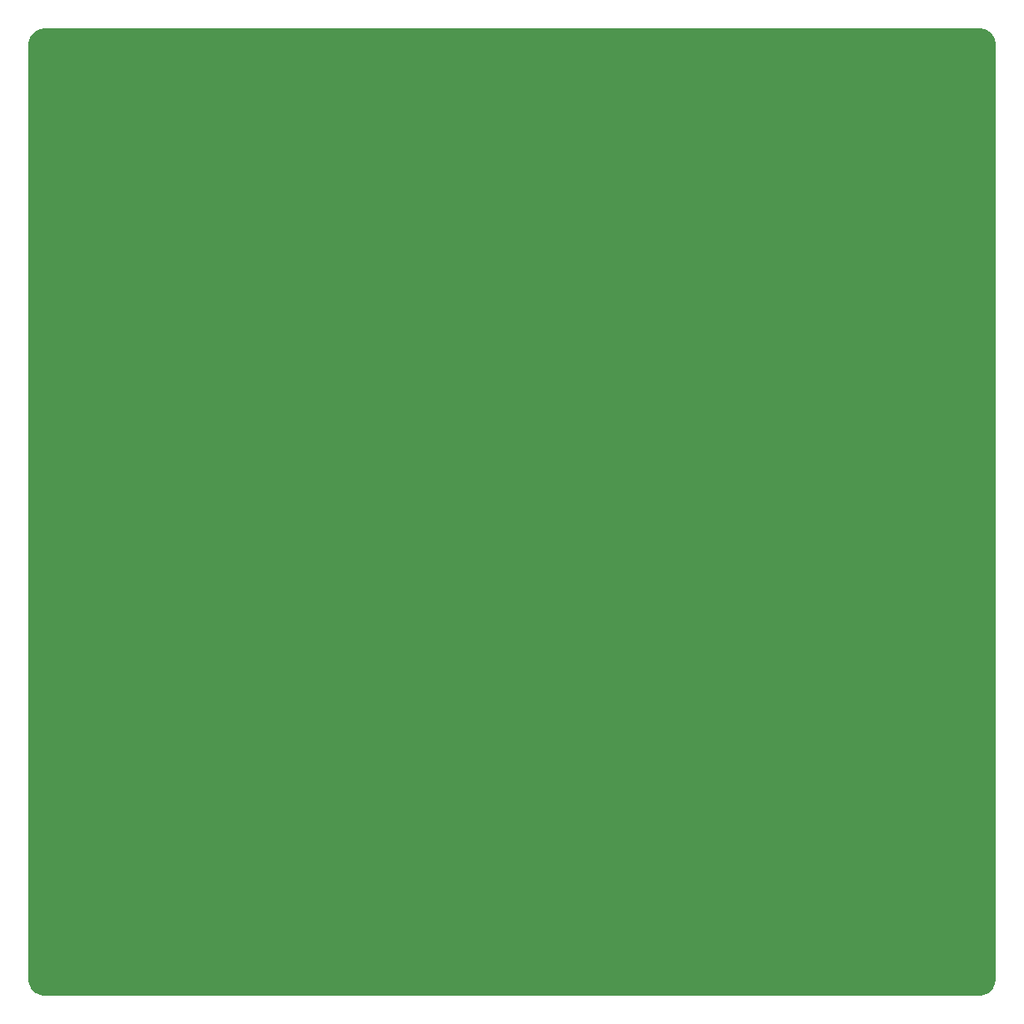
<source format=gbr>
%TF.GenerationSoftware,KiCad,Pcbnew,6.0.9+dfsg-1~bpo11+1*%
%TF.CreationDate,2022-11-06T13:23:44+01:00*%
%TF.ProjectId,base,62617365-2e6b-4696-9361-645f70636258,2*%
%TF.SameCoordinates,Original*%
%TF.FileFunction,Copper,L2,Bot*%
%TF.FilePolarity,Positive*%
%FSLAX46Y46*%
G04 Gerber Fmt 4.6, Leading zero omitted, Abs format (unit mm)*
G04 Created by KiCad (PCBNEW 6.0.9+dfsg-1~bpo11+1) date 2022-11-06 13:23:44*
%MOMM*%
%LPD*%
G01*
G04 APERTURE LIST*
%TA.AperFunction,ComponentPad*%
%ADD10C,3.400000*%
%TD*%
%TA.AperFunction,ViaPad*%
%ADD11C,0.800000*%
%TD*%
G04 APERTURE END LIST*
D10*
%TO.P,REF\u002A\u002A,1*%
%TO.N,GND*%
X99000000Y-49000000D03*
%TD*%
%TO.P,REF\u002A\u002A,1*%
%TO.N,GND*%
X124000000Y-129000000D03*
%TD*%
%TO.P,REF\u002A\u002A,1*%
%TO.N,GND*%
X154000000Y-134000000D03*
%TD*%
%TO.P,REF\u002A\u002A,1*%
%TO.N,GND*%
X104000000Y-99000000D03*
%TD*%
%TO.P,REF\u002A\u002A,1*%
%TO.N,GND*%
X169000000Y-74000000D03*
%TD*%
%TO.P,REF\u002A\u002A,1*%
%TO.N,GND*%
X99000000Y-64000000D03*
%TD*%
%TO.P,REF\u002A\u002A,1*%
%TO.N,GND*%
X104000000Y-144000000D03*
%TD*%
%TO.P,REF\u002A\u002A,1*%
%TO.N,GND*%
X144000000Y-84000000D03*
%TD*%
%TO.P,REF\u002A\u002A,1*%
%TO.N,GND*%
X134000000Y-84000000D03*
%TD*%
%TO.P,REF\u002A\u002A,1*%
%TO.N,GND*%
X154000000Y-84000000D03*
%TD*%
%TO.P,REF\u002A\u002A,1*%
%TO.N,GND*%
X179000000Y-134000000D03*
%TD*%
%TO.P,REF\u002A\u002A,1*%
%TO.N,GND*%
X194000000Y-144000000D03*
%TD*%
%TO.P,REF\u002A\u002A,1*%
%TO.N,GND*%
X169000000Y-54000000D03*
%TD*%
%TO.P,REF\u002A\u002A,1*%
%TO.N,GND*%
X119000000Y-114000000D03*
%TD*%
%TO.P,REF\u002A\u002A,1*%
%TO.N,GND*%
X99000000Y-124000000D03*
%TD*%
%TO.P,REF\u002A\u002A,1*%
%TO.N,GND*%
X189000000Y-64000000D03*
%TD*%
%TO.P,REF\u002A\u002A,1*%
%TO.N,GND*%
X134000000Y-79000000D03*
%TD*%
%TO.P,REF\u002A\u002A,1*%
%TO.N,GND*%
X184000000Y-104000000D03*
%TD*%
%TO.P,REF\u002A\u002A,1*%
%TO.N,GND*%
X99000000Y-144000000D03*
%TD*%
%TO.P,REF\u002A\u002A,1*%
%TO.N,GND*%
X99000000Y-74000000D03*
%TD*%
%TO.P,REF\u002A\u002A,1*%
%TO.N,GND*%
X144000000Y-59000000D03*
%TD*%
%TO.P,REF\u002A\u002A,1*%
%TO.N,GND*%
X194000000Y-124000000D03*
%TD*%
%TO.P,REF\u002A\u002A,1*%
%TO.N,GND*%
X184000000Y-99000000D03*
%TD*%
%TO.P,REF\u002A\u002A,1*%
%TO.N,GND*%
X124000000Y-59000000D03*
%TD*%
%TO.P,REF\u002A\u002A,1*%
%TO.N,GND*%
X149000000Y-54000000D03*
%TD*%
%TO.P,REF\u002A\u002A,1*%
%TO.N,GND*%
X139000000Y-94000000D03*
%TD*%
%TO.P,REF\u002A\u002A,1*%
%TO.N,GND*%
X129000000Y-89000000D03*
%TD*%
%TO.P,REF\u002A\u002A,1*%
%TO.N,GND*%
X179000000Y-99000000D03*
%TD*%
%TO.P,REF\u002A\u002A,1*%
%TO.N,GND*%
X104000000Y-94000000D03*
%TD*%
%TO.P,REF\u002A\u002A,1*%
%TO.N,GND*%
X189000000Y-124000000D03*
%TD*%
%TO.P,REF\u002A\u002A,1*%
%TO.N,GND*%
X174000000Y-144000000D03*
%TD*%
%TO.P,REF\u002A\u002A,1*%
%TO.N,GND*%
X159000000Y-84000000D03*
%TD*%
%TO.P,REF\u002A\u002A,1*%
%TO.N,GND*%
X149000000Y-49000000D03*
%TD*%
%TO.P,REF\u002A\u002A,1*%
%TO.N,GND*%
X144000000Y-119000000D03*
%TD*%
%TO.P,REF\u002A\u002A,1*%
%TO.N,GND*%
X184000000Y-139000000D03*
%TD*%
%TO.P,REF\u002A\u002A,1*%
%TO.N,GND*%
X164000000Y-104000000D03*
%TD*%
%TO.P,REF\u002A\u002A,1*%
%TO.N,GND*%
X109000000Y-89000000D03*
%TD*%
%TO.P,REF\u002A\u002A,1*%
%TO.N,GND*%
X189000000Y-89000000D03*
%TD*%
%TO.P,REF\u002A\u002A,1*%
%TO.N,GND*%
X164000000Y-94000000D03*
%TD*%
%TO.P,REF\u002A\u002A,1*%
%TO.N,GND*%
X154000000Y-109000000D03*
%TD*%
%TO.P,REF\u002A\u002A,1*%
%TO.N,GND*%
X134000000Y-89000000D03*
%TD*%
%TO.P,REF\u002A\u002A,1*%
%TO.N,GND*%
X144000000Y-74000000D03*
%TD*%
%TO.P,REF\u002A\u002A,1*%
%TO.N,GND*%
X144000000Y-54000000D03*
%TD*%
%TO.P,REF\u002A\u002A,1*%
%TO.N,GND*%
X114000000Y-129000000D03*
%TD*%
%TO.P,REF\u002A\u002A,1*%
%TO.N,GND*%
X124000000Y-134000000D03*
%TD*%
%TO.P,REF\u002A\u002A,1*%
%TO.N,GND*%
X139000000Y-134000000D03*
%TD*%
%TO.P,REF\u002A\u002A,1*%
%TO.N,GND*%
X169000000Y-124000000D03*
%TD*%
%TO.P,REF\u002A\u002A,1*%
%TO.N,GND*%
X134000000Y-114000000D03*
%TD*%
%TO.P,REF\u002A\u002A,1*%
%TO.N,GND*%
X99000000Y-129000000D03*
%TD*%
%TO.P,REF\u002A\u002A,1*%
%TO.N,GND*%
X139000000Y-129000000D03*
%TD*%
%TO.P,REF\u002A\u002A,1*%
%TO.N,GND*%
X104000000Y-79000000D03*
%TD*%
%TO.P,REF\u002A\u002A,1*%
%TO.N,GND*%
X189000000Y-74000000D03*
%TD*%
%TO.P,REF\u002A\u002A,1*%
%TO.N,GND*%
X189000000Y-139000000D03*
%TD*%
%TO.P,REF\u002A\u002A,1*%
%TO.N,GND*%
X104000000Y-74000000D03*
%TD*%
%TO.P,REF\u002A\u002A,1*%
%TO.N,GND*%
X109000000Y-64000000D03*
%TD*%
%TO.P,REF\u002A\u002A,1*%
%TO.N,GND*%
X184000000Y-79000000D03*
%TD*%
%TO.P,REF\u002A\u002A,1*%
%TO.N,GND*%
X99000000Y-54000000D03*
%TD*%
%TO.P,REF\u002A\u002A,1*%
%TO.N,GND*%
X124000000Y-124000000D03*
%TD*%
%TO.P,REF\u002A\u002A,1*%
%TO.N,GND*%
X104000000Y-69000000D03*
%TD*%
%TO.P,REF\u002A\u002A,1*%
%TO.N,GND*%
X179000000Y-94000000D03*
%TD*%
%TO.P,REF\u002A\u002A,1*%
%TO.N,GND*%
X174000000Y-134000000D03*
%TD*%
%TO.P,REF\u002A\u002A,1*%
%TO.N,GND*%
X154000000Y-79000000D03*
%TD*%
%TO.P,REF\u002A\u002A,1*%
%TO.N,GND*%
X194000000Y-64000000D03*
%TD*%
%TO.P,REF\u002A\u002A,1*%
%TO.N,GND*%
X174000000Y-129000000D03*
%TD*%
%TO.P,REF\u002A\u002A,1*%
%TO.N,GND*%
X184000000Y-69000000D03*
%TD*%
%TO.P,REF\u002A\u002A,1*%
%TO.N,GND*%
X109000000Y-49000000D03*
%TD*%
%TO.P,REF\u002A\u002A,1*%
%TO.N,GND*%
X134000000Y-74000000D03*
%TD*%
%TO.P,REF\u002A\u002A,1*%
%TO.N,GND*%
X134000000Y-109000000D03*
%TD*%
%TO.P,REF\u002A\u002A,1*%
%TO.N,GND*%
X124000000Y-99000000D03*
%TD*%
%TO.P,REF\u002A\u002A,1*%
%TO.N,GND*%
X134000000Y-129000000D03*
%TD*%
%TO.P,REF\u002A\u002A,1*%
%TO.N,GND*%
X119000000Y-59000000D03*
%TD*%
%TO.P,REF\u002A\u002A,1*%
%TO.N,GND*%
X129000000Y-129000000D03*
%TD*%
%TO.P,REF\u002A\u002A,1*%
%TO.N,GND*%
X149000000Y-119000000D03*
%TD*%
%TO.P,REF\u002A\u002A,1*%
%TO.N,GND*%
X184000000Y-94000000D03*
%TD*%
%TO.P,REF\u002A\u002A,1*%
%TO.N,GND*%
X124000000Y-104000000D03*
%TD*%
%TO.P,REF\u002A\u002A,1*%
%TO.N,GND*%
X144000000Y-94000000D03*
%TD*%
%TO.P,REF\u002A\u002A,1*%
%TO.N,GND*%
X154000000Y-119000000D03*
%TD*%
%TO.P,REF\u002A\u002A,1*%
%TO.N,GND*%
X134000000Y-54000000D03*
%TD*%
%TO.P,REF\u002A\u002A,1*%
%TO.N,GND*%
X144000000Y-124000000D03*
%TD*%
%TO.P,REF\u002A\u002A,1*%
%TO.N,GND*%
X139000000Y-54000000D03*
%TD*%
%TO.P,REF\u002A\u002A,1*%
%TO.N,GND*%
X139000000Y-99000000D03*
%TD*%
%TO.P,REF\u002A\u002A,1*%
%TO.N,GND*%
X104000000Y-119000000D03*
%TD*%
%TO.P,REF\u002A\u002A,1*%
%TO.N,GND*%
X154000000Y-69000000D03*
%TD*%
%TO.P,REF\u002A\u002A,1*%
%TO.N,GND*%
X159000000Y-64000000D03*
%TD*%
%TO.P,REF\u002A\u002A,1*%
%TO.N,GND*%
X124000000Y-79000000D03*
%TD*%
%TO.P,REF\u002A\u002A,1*%
%TO.N,GND*%
X104000000Y-84000000D03*
%TD*%
%TO.P,REF\u002A\u002A,1*%
%TO.N,GND*%
X194000000Y-84000000D03*
%TD*%
%TO.P,REF\u002A\u002A,1*%
%TO.N,GND*%
X189000000Y-119000000D03*
%TD*%
%TO.P,REF\u002A\u002A,1*%
%TO.N,GND*%
X129000000Y-119000000D03*
%TD*%
%TO.P,REF\u002A\u002A,1*%
%TO.N,GND*%
X109000000Y-129000000D03*
%TD*%
%TO.P,REF\u002A\u002A,1*%
%TO.N,GND*%
X139000000Y-84000000D03*
%TD*%
%TO.P,REF\u002A\u002A,1*%
%TO.N,GND*%
X174000000Y-69000000D03*
%TD*%
%TO.P,REF\u002A\u002A,1*%
%TO.N,GND*%
X164000000Y-59000000D03*
%TD*%
%TO.P,REF\u002A\u002A,1*%
%TO.N,GND*%
X149000000Y-144000000D03*
%TD*%
%TO.P,REF\u002A\u002A,1*%
%TO.N,GND*%
X109000000Y-69000000D03*
%TD*%
%TO.P,REF\u002A\u002A,1*%
%TO.N,GND*%
X149000000Y-124000000D03*
%TD*%
%TO.P,REF\u002A\u002A,1*%
%TO.N,GND*%
X184000000Y-109000000D03*
%TD*%
%TO.P,REF\u002A\u002A,1*%
%TO.N,GND*%
X189000000Y-144000000D03*
%TD*%
%TO.P,REF\u002A\u002A,1*%
%TO.N,GND*%
X184000000Y-49000000D03*
%TD*%
%TO.P,REF\u002A\u002A,1*%
%TO.N,GND*%
X194000000Y-74000000D03*
%TD*%
%TO.P,REF\u002A\u002A,1*%
%TO.N,GND*%
X134000000Y-119000000D03*
%TD*%
%TO.P,REF\u002A\u002A,1*%
%TO.N,GND*%
X149000000Y-79000000D03*
%TD*%
%TO.P,REF\u002A\u002A,1*%
%TO.N,GND*%
X179000000Y-104000000D03*
%TD*%
%TO.P,REF\u002A\u002A,1*%
%TO.N,GND*%
X174000000Y-139000000D03*
%TD*%
%TO.P,REF\u002A\u002A,1*%
%TO.N,GND*%
X189000000Y-94000000D03*
%TD*%
%TO.P,REF\u002A\u002A,1*%
%TO.N,GND*%
X184000000Y-64000000D03*
%TD*%
%TO.P,REF\u002A\u002A,1*%
%TO.N,GND*%
X194000000Y-109000000D03*
%TD*%
%TO.P,REF\u002A\u002A,1*%
%TO.N,GND*%
X119000000Y-99000000D03*
%TD*%
%TO.P,REF\u002A\u002A,1*%
%TO.N,GND*%
X159000000Y-129000000D03*
%TD*%
%TO.P,REF\u002A\u002A,1*%
%TO.N,GND*%
X184000000Y-84000000D03*
%TD*%
%TO.P,REF\u002A\u002A,1*%
%TO.N,GND*%
X189000000Y-134000000D03*
%TD*%
%TO.P,REF\u002A\u002A,1*%
%TO.N,GND*%
X144000000Y-114000000D03*
%TD*%
%TO.P,REF\u002A\u002A,1*%
%TO.N,GND*%
X174000000Y-64000000D03*
%TD*%
%TO.P,REF\u002A\u002A,1*%
%TO.N,GND*%
X144000000Y-64000000D03*
%TD*%
%TO.P,REF\u002A\u002A,1*%
%TO.N,GND*%
X164000000Y-114000000D03*
%TD*%
%TO.P,REF\u002A\u002A,1*%
%TO.N,GND*%
X114000000Y-104000000D03*
%TD*%
%TO.P,REF\u002A\u002A,1*%
%TO.N,GND*%
X189000000Y-99000000D03*
%TD*%
%TO.P,REF\u002A\u002A,1*%
%TO.N,GND*%
X159000000Y-59000000D03*
%TD*%
%TO.P,REF\u002A\u002A,1*%
%TO.N,GND*%
X139000000Y-89000000D03*
%TD*%
%TO.P,REF\u002A\u002A,1*%
%TO.N,GND*%
X104000000Y-124000000D03*
%TD*%
%TO.P,REF\u002A\u002A,1*%
%TO.N,GND*%
X99000000Y-139000000D03*
%TD*%
%TO.P,REF\u002A\u002A,1*%
%TO.N,GND*%
X104000000Y-49000000D03*
%TD*%
%TO.P,REF\u002A\u002A,1*%
%TO.N,GND*%
X149000000Y-89000000D03*
%TD*%
%TO.P,REF\u002A\u002A,1*%
%TO.N,GND*%
X159000000Y-124000000D03*
%TD*%
%TO.P,REF\u002A\u002A,1*%
%TO.N,GND*%
X139000000Y-139000000D03*
%TD*%
%TO.P,REF\u002A\u002A,1*%
%TO.N,GND*%
X169000000Y-89000000D03*
%TD*%
%TO.P,REF\u002A\u002A,1*%
%TO.N,GND*%
X159000000Y-139000000D03*
%TD*%
%TO.P,REF\u002A\u002A,1*%
%TO.N,GND*%
X124000000Y-109000000D03*
%TD*%
%TO.P,REF\u002A\u002A,1*%
%TO.N,GND*%
X134000000Y-69000000D03*
%TD*%
%TO.P,REF\u002A\u002A,1*%
%TO.N,GND*%
X109000000Y-94000000D03*
%TD*%
%TO.P,REF\u002A\u002A,1*%
%TO.N,GND*%
X169000000Y-109000000D03*
%TD*%
%TO.P,REF\u002A\u002A,1*%
%TO.N,GND*%
X129000000Y-64000000D03*
%TD*%
%TO.P,REF\u002A\u002A,1*%
%TO.N,GND*%
X139000000Y-144000000D03*
%TD*%
%TO.P,REF\u002A\u002A,1*%
%TO.N,GND*%
X129000000Y-109000000D03*
%TD*%
%TO.P,REF\u002A\u002A,1*%
%TO.N,GND*%
X99000000Y-89000000D03*
%TD*%
%TO.P,REF\u002A\u002A,1*%
%TO.N,GND*%
X119000000Y-124000000D03*
%TD*%
%TO.P,REF\u002A\u002A,1*%
%TO.N,GND*%
X149000000Y-134000000D03*
%TD*%
%TO.P,REF\u002A\u002A,1*%
%TO.N,GND*%
X179000000Y-109000000D03*
%TD*%
%TO.P,REF\u002A\u002A,1*%
%TO.N,GND*%
X169000000Y-144000000D03*
%TD*%
%TO.P,REF\u002A\u002A,1*%
%TO.N,GND*%
X184000000Y-124000000D03*
%TD*%
%TO.P,REF\u002A\u002A,1*%
%TO.N,GND*%
X144000000Y-144000000D03*
%TD*%
%TO.P,REF\u002A\u002A,1*%
%TO.N,GND*%
X149000000Y-69000000D03*
%TD*%
%TO.P,REF\u002A\u002A,1*%
%TO.N,GND*%
X174000000Y-59000000D03*
%TD*%
%TO.P,REF\u002A\u002A,1*%
%TO.N,GND*%
X169000000Y-99000000D03*
%TD*%
%TO.P,REF\u002A\u002A,1*%
%TO.N,GND*%
X119000000Y-129000000D03*
%TD*%
%TO.P,REF\u002A\u002A,1*%
%TO.N,GND*%
X119000000Y-94000000D03*
%TD*%
%TO.P,REF\u002A\u002A,1*%
%TO.N,GND*%
X149000000Y-84000000D03*
%TD*%
%TO.P,REF\u002A\u002A,1*%
%TO.N,GND*%
X139000000Y-59000000D03*
%TD*%
%TO.P,REF\u002A\u002A,1*%
%TO.N,GND*%
X179000000Y-49000000D03*
%TD*%
%TO.P,REF\u002A\u002A,1*%
%TO.N,GND*%
X184000000Y-129000000D03*
%TD*%
%TO.P,REF\u002A\u002A,1*%
%TO.N,GND*%
X144000000Y-79000000D03*
%TD*%
%TO.P,REF\u002A\u002A,1*%
%TO.N,GND*%
X119000000Y-144000000D03*
%TD*%
%TO.P,REF\u002A\u002A,1*%
%TO.N,GND*%
X124000000Y-89000000D03*
%TD*%
%TO.P,REF\u002A\u002A,1*%
%TO.N,GND*%
X154000000Y-49000000D03*
%TD*%
%TO.P,REF\u002A\u002A,1*%
%TO.N,GND*%
X154000000Y-99000000D03*
%TD*%
%TO.P,REF\u002A\u002A,1*%
%TO.N,GND*%
X144000000Y-139000000D03*
%TD*%
%TO.P,REF\u002A\u002A,1*%
%TO.N,GND*%
X164000000Y-69000000D03*
%TD*%
%TO.P,REF\u002A\u002A,1*%
%TO.N,GND*%
X119000000Y-49000000D03*
%TD*%
%TO.P,REF\u002A\u002A,1*%
%TO.N,GND*%
X124000000Y-74000000D03*
%TD*%
%TO.P,REF\u002A\u002A,1*%
%TO.N,GND*%
X154000000Y-139000000D03*
%TD*%
%TO.P,REF\u002A\u002A,1*%
%TO.N,GND*%
X194000000Y-104000000D03*
%TD*%
%TO.P,REF\u002A\u002A,1*%
%TO.N,GND*%
X114000000Y-109000000D03*
%TD*%
%TO.P,REF\u002A\u002A,1*%
%TO.N,GND*%
X109000000Y-124000000D03*
%TD*%
%TO.P,REF\u002A\u002A,1*%
%TO.N,GND*%
X109000000Y-104000000D03*
%TD*%
%TO.P,REF\u002A\u002A,1*%
%TO.N,GND*%
X154000000Y-59000000D03*
%TD*%
%TO.P,REF\u002A\u002A,1*%
%TO.N,GND*%
X119000000Y-109000000D03*
%TD*%
%TO.P,REF\u002A\u002A,1*%
%TO.N,GND*%
X184000000Y-89000000D03*
%TD*%
%TO.P,REF\u002A\u002A,1*%
%TO.N,GND*%
X159000000Y-94000000D03*
%TD*%
%TO.P,REF\u002A\u002A,1*%
%TO.N,GND*%
X189000000Y-79000000D03*
%TD*%
%TO.P,REF\u002A\u002A,1*%
%TO.N,GND*%
X114000000Y-134000000D03*
%TD*%
%TO.P,REF\u002A\u002A,1*%
%TO.N,GND*%
X169000000Y-134000000D03*
%TD*%
%TO.P,REF\u002A\u002A,1*%
%TO.N,GND*%
X139000000Y-124000000D03*
%TD*%
%TO.P,REF\u002A\u002A,1*%
%TO.N,GND*%
X114000000Y-74000000D03*
%TD*%
%TO.P,REF\u002A\u002A,1*%
%TO.N,GND*%
X119000000Y-84000000D03*
%TD*%
%TO.P,REF\u002A\u002A,1*%
%TO.N,GND*%
X179000000Y-129000000D03*
%TD*%
%TO.P,REF\u002A\u002A,1*%
%TO.N,GND*%
X99000000Y-84000000D03*
%TD*%
%TO.P,REF\u002A\u002A,1*%
%TO.N,GND*%
X194000000Y-99000000D03*
%TD*%
%TO.P,REF\u002A\u002A,1*%
%TO.N,GND*%
X174000000Y-119000000D03*
%TD*%
%TO.P,REF\u002A\u002A,1*%
%TO.N,GND*%
X189000000Y-49000000D03*
%TD*%
%TO.P,REF\u002A\u002A,1*%
%TO.N,GND*%
X169000000Y-69000000D03*
%TD*%
%TO.P,REF\u002A\u002A,1*%
%TO.N,GND*%
X164000000Y-89000000D03*
%TD*%
%TO.P,REF\u002A\u002A,1*%
%TO.N,GND*%
X184000000Y-74000000D03*
%TD*%
%TO.P,REF\u002A\u002A,1*%
%TO.N,GND*%
X139000000Y-114000000D03*
%TD*%
%TO.P,REF\u002A\u002A,1*%
%TO.N,GND*%
X149000000Y-104000000D03*
%TD*%
%TO.P,REF\u002A\u002A,1*%
%TO.N,GND*%
X169000000Y-114000000D03*
%TD*%
%TO.P,REF\u002A\u002A,1*%
%TO.N,GND*%
X109000000Y-79000000D03*
%TD*%
%TO.P,REF\u002A\u002A,1*%
%TO.N,GND*%
X159000000Y-144000000D03*
%TD*%
%TO.P,REF\u002A\u002A,1*%
%TO.N,GND*%
X159000000Y-119000000D03*
%TD*%
%TO.P,REF\u002A\u002A,1*%
%TO.N,GND*%
X194000000Y-119000000D03*
%TD*%
%TO.P,REF\u002A\u002A,1*%
%TO.N,GND*%
X109000000Y-144000000D03*
%TD*%
%TO.P,REF\u002A\u002A,1*%
%TO.N,GND*%
X99000000Y-119000000D03*
%TD*%
%TO.P,REF\u002A\u002A,1*%
%TO.N,GND*%
X164000000Y-99000000D03*
%TD*%
%TO.P,REF\u002A\u002A,1*%
%TO.N,GND*%
X119000000Y-74000000D03*
%TD*%
%TO.P,REF\u002A\u002A,1*%
%TO.N,GND*%
X179000000Y-69000000D03*
%TD*%
%TO.P,REF\u002A\u002A,1*%
%TO.N,GND*%
X174000000Y-94000000D03*
%TD*%
%TO.P,REF\u002A\u002A,1*%
%TO.N,GND*%
X164000000Y-119000000D03*
%TD*%
%TO.P,REF\u002A\u002A,1*%
%TO.N,GND*%
X159000000Y-69000000D03*
%TD*%
%TO.P,REF\u002A\u002A,1*%
%TO.N,GND*%
X134000000Y-99000000D03*
%TD*%
%TO.P,REF\u002A\u002A,1*%
%TO.N,GND*%
X114000000Y-119000000D03*
%TD*%
%TO.P,REF\u002A\u002A,1*%
%TO.N,GND*%
X114000000Y-124000000D03*
%TD*%
%TO.P,REF\u002A\u002A,1*%
%TO.N,GND*%
X169000000Y-64000000D03*
%TD*%
%TO.P,REF\u002A\u002A,1*%
%TO.N,GND*%
X174000000Y-84000000D03*
%TD*%
%TO.P,REF\u002A\u002A,1*%
%TO.N,GND*%
X164000000Y-64000000D03*
%TD*%
%TO.P,REF\u002A\u002A,1*%
%TO.N,GND*%
X104000000Y-104000000D03*
%TD*%
%TO.P,REF\u002A\u002A,1*%
%TO.N,GND*%
X194000000Y-94000000D03*
%TD*%
%TO.P,REF\u002A\u002A,1*%
%TO.N,GND*%
X184000000Y-54000000D03*
%TD*%
%TO.P,REF\u002A\u002A,1*%
%TO.N,GND*%
X99000000Y-134000000D03*
%TD*%
%TO.P,REF\u002A\u002A,1*%
%TO.N,GND*%
X174000000Y-104000000D03*
%TD*%
%TO.P,REF\u002A\u002A,1*%
%TO.N,GND*%
X194000000Y-69000000D03*
%TD*%
%TO.P,REF\u002A\u002A,1*%
%TO.N,GND*%
X114000000Y-59000000D03*
%TD*%
%TO.P,REF\u002A\u002A,1*%
%TO.N,GND*%
X164000000Y-54000000D03*
%TD*%
%TO.P,REF\u002A\u002A,1*%
%TO.N,GND*%
X174000000Y-54000000D03*
%TD*%
%TO.P,REF\u002A\u002A,1*%
%TO.N,GND*%
X109000000Y-74000000D03*
%TD*%
%TO.P,REF\u002A\u002A,1*%
%TO.N,GND*%
X159000000Y-104000000D03*
%TD*%
%TO.P,REF\u002A\u002A,1*%
%TO.N,GND*%
X109000000Y-114000000D03*
%TD*%
%TO.P,REF\u002A\u002A,1*%
%TO.N,GND*%
X109000000Y-59000000D03*
%TD*%
%TO.P,REF\u002A\u002A,1*%
%TO.N,GND*%
X184000000Y-134000000D03*
%TD*%
%TO.P,REF\u002A\u002A,1*%
%TO.N,GND*%
X134000000Y-49000000D03*
%TD*%
%TO.P,REF\u002A\u002A,1*%
%TO.N,GND*%
X149000000Y-74000000D03*
%TD*%
%TO.P,REF\u002A\u002A,1*%
%TO.N,GND*%
X124000000Y-94000000D03*
%TD*%
%TO.P,REF\u002A\u002A,1*%
%TO.N,GND*%
X119000000Y-134000000D03*
%TD*%
%TO.P,REF\u002A\u002A,1*%
%TO.N,GND*%
X149000000Y-139000000D03*
%TD*%
%TO.P,REF\u002A\u002A,1*%
%TO.N,GND*%
X179000000Y-79000000D03*
%TD*%
%TO.P,REF\u002A\u002A,1*%
%TO.N,GND*%
X179000000Y-54000000D03*
%TD*%
%TO.P,REF\u002A\u002A,1*%
%TO.N,GND*%
X194000000Y-54000000D03*
%TD*%
%TO.P,REF\u002A\u002A,1*%
%TO.N,GND*%
X129000000Y-74000000D03*
%TD*%
%TO.P,REF\u002A\u002A,1*%
%TO.N,GND*%
X189000000Y-104000000D03*
%TD*%
%TO.P,REF\u002A\u002A,1*%
%TO.N,GND*%
X159000000Y-79000000D03*
%TD*%
%TO.P,REF\u002A\u002A,1*%
%TO.N,GND*%
X164000000Y-124000000D03*
%TD*%
%TO.P,REF\u002A\u002A,1*%
%TO.N,GND*%
X194000000Y-134000000D03*
%TD*%
%TO.P,REF\u002A\u002A,1*%
%TO.N,GND*%
X179000000Y-119000000D03*
%TD*%
%TO.P,REF\u002A\u002A,1*%
%TO.N,GND*%
X169000000Y-94000000D03*
%TD*%
%TO.P,REF\u002A\u002A,1*%
%TO.N,GND*%
X104000000Y-54000000D03*
%TD*%
%TO.P,REF\u002A\u002A,1*%
%TO.N,GND*%
X134000000Y-94000000D03*
%TD*%
%TO.P,REF\u002A\u002A,1*%
%TO.N,GND*%
X159000000Y-109000000D03*
%TD*%
%TO.P,REF\u002A\u002A,1*%
%TO.N,GND*%
X124000000Y-84000000D03*
%TD*%
%TO.P,REF\u002A\u002A,1*%
%TO.N,GND*%
X119000000Y-104000000D03*
%TD*%
%TO.P,REF\u002A\u002A,1*%
%TO.N,GND*%
X114000000Y-89000000D03*
%TD*%
%TO.P,REF\u002A\u002A,1*%
%TO.N,GND*%
X144000000Y-89000000D03*
%TD*%
%TO.P,REF\u002A\u002A,1*%
%TO.N,GND*%
X134000000Y-59000000D03*
%TD*%
%TO.P,REF\u002A\u002A,1*%
%TO.N,GND*%
X184000000Y-114000000D03*
%TD*%
%TO.P,REF\u002A\u002A,1*%
%TO.N,GND*%
X174000000Y-79000000D03*
%TD*%
%TO.P,REF\u002A\u002A,1*%
%TO.N,GND*%
X179000000Y-124000000D03*
%TD*%
%TO.P,REF\u002A\u002A,1*%
%TO.N,GND*%
X144000000Y-69000000D03*
%TD*%
%TO.P,REF\u002A\u002A,1*%
%TO.N,GND*%
X144000000Y-134000000D03*
%TD*%
%TO.P,REF\u002A\u002A,1*%
%TO.N,GND*%
X159000000Y-114000000D03*
%TD*%
%TO.P,REF\u002A\u002A,1*%
%TO.N,GND*%
X174000000Y-124000000D03*
%TD*%
%TO.P,REF\u002A\u002A,1*%
%TO.N,GND*%
X134000000Y-124000000D03*
%TD*%
%TO.P,REF\u002A\u002A,1*%
%TO.N,GND*%
X184000000Y-144000000D03*
%TD*%
%TO.P,REF\u002A\u002A,1*%
%TO.N,GND*%
X194000000Y-114000000D03*
%TD*%
%TO.P,REF\u002A\u002A,1*%
%TO.N,GND*%
X119000000Y-89000000D03*
%TD*%
%TO.P,REF\u002A\u002A,1*%
%TO.N,GND*%
X169000000Y-104000000D03*
%TD*%
%TO.P,REF\u002A\u002A,1*%
%TO.N,GND*%
X124000000Y-54000000D03*
%TD*%
%TO.P,REF\u002A\u002A,1*%
%TO.N,GND*%
X154000000Y-104000000D03*
%TD*%
%TO.P,REF\u002A\u002A,1*%
%TO.N,GND*%
X179000000Y-114000000D03*
%TD*%
%TO.P,REF\u002A\u002A,1*%
%TO.N,GND*%
X124000000Y-69000000D03*
%TD*%
%TO.P,REF\u002A\u002A,1*%
%TO.N,GND*%
X129000000Y-59000000D03*
%TD*%
%TO.P,REF\u002A\u002A,1*%
%TO.N,GND*%
X194000000Y-129000000D03*
%TD*%
%TO.P,REF\u002A\u002A,1*%
%TO.N,GND*%
X119000000Y-139000000D03*
%TD*%
%TO.P,REF\u002A\u002A,1*%
%TO.N,GND*%
X154000000Y-129000000D03*
%TD*%
%TO.P,REF\u002A\u002A,1*%
%TO.N,GND*%
X194000000Y-89000000D03*
%TD*%
%TO.P,REF\u002A\u002A,1*%
%TO.N,GND*%
X114000000Y-54000000D03*
%TD*%
%TO.P,REF\u002A\u002A,1*%
%TO.N,GND*%
X174000000Y-74000000D03*
%TD*%
%TO.P,REF\u002A\u002A,1*%
%TO.N,GND*%
X119000000Y-119000000D03*
%TD*%
%TO.P,REF\u002A\u002A,1*%
%TO.N,GND*%
X174000000Y-109000000D03*
%TD*%
%TO.P,REF\u002A\u002A,1*%
%TO.N,GND*%
X104000000Y-64000000D03*
%TD*%
%TO.P,REF\u002A\u002A,1*%
%TO.N,GND*%
X104000000Y-129000000D03*
%TD*%
%TO.P,REF\u002A\u002A,1*%
%TO.N,GND*%
X119000000Y-79000000D03*
%TD*%
%TO.P,REF\u002A\u002A,1*%
%TO.N,GND*%
X194000000Y-59000000D03*
%TD*%
%TO.P,REF\u002A\u002A,1*%
%TO.N,GND*%
X159000000Y-89000000D03*
%TD*%
%TO.P,REF\u002A\u002A,1*%
%TO.N,GND*%
X154000000Y-114000000D03*
%TD*%
%TO.P,REF\u002A\u002A,1*%
%TO.N,GND*%
X169000000Y-129000000D03*
%TD*%
%TO.P,REF\u002A\u002A,1*%
%TO.N,GND*%
X159000000Y-99000000D03*
%TD*%
%TO.P,REF\u002A\u002A,1*%
%TO.N,GND*%
X114000000Y-49000000D03*
%TD*%
%TO.P,REF\u002A\u002A,1*%
%TO.N,GND*%
X174000000Y-49000000D03*
%TD*%
%TO.P,REF\u002A\u002A,1*%
%TO.N,GND*%
X154000000Y-94000000D03*
%TD*%
%TO.P,REF\u002A\u002A,1*%
%TO.N,GND*%
X169000000Y-119000000D03*
%TD*%
%TO.P,REF\u002A\u002A,1*%
%TO.N,GND*%
X194000000Y-49000000D03*
%TD*%
%TO.P,REF\u002A\u002A,1*%
%TO.N,GND*%
X129000000Y-54000000D03*
%TD*%
%TO.P,REF\u002A\u002A,1*%
%TO.N,GND*%
X184000000Y-59000000D03*
%TD*%
%TO.P,REF\u002A\u002A,1*%
%TO.N,GND*%
X179000000Y-74000000D03*
%TD*%
%TO.P,REF\u002A\u002A,1*%
%TO.N,GND*%
X99000000Y-79000000D03*
%TD*%
%TO.P,REF\u002A\u002A,1*%
%TO.N,GND*%
X114000000Y-139000000D03*
%TD*%
%TO.P,REF\u002A\u002A,1*%
%TO.N,GND*%
X189000000Y-109000000D03*
%TD*%
%TO.P,REF\u002A\u002A,1*%
%TO.N,GND*%
X114000000Y-84000000D03*
%TD*%
%TO.P,REF\u002A\u002A,1*%
%TO.N,GND*%
X109000000Y-119000000D03*
%TD*%
%TO.P,REF\u002A\u002A,1*%
%TO.N,GND*%
X104000000Y-109000000D03*
%TD*%
%TO.P,REF\u002A\u002A,1*%
%TO.N,GND*%
X159000000Y-74000000D03*
%TD*%
%TO.P,REF\u002A\u002A,1*%
%TO.N,GND*%
X129000000Y-114000000D03*
%TD*%
%TO.P,REF\u002A\u002A,1*%
%TO.N,GND*%
X169000000Y-84000000D03*
%TD*%
%TO.P,REF\u002A\u002A,1*%
%TO.N,GND*%
X174000000Y-99000000D03*
%TD*%
%TO.P,REF\u002A\u002A,1*%
%TO.N,GND*%
X99000000Y-94000000D03*
%TD*%
%TO.P,REF\u002A\u002A,1*%
%TO.N,GND*%
X154000000Y-144000000D03*
%TD*%
%TO.P,REF\u002A\u002A,1*%
%TO.N,GND*%
X124000000Y-64000000D03*
%TD*%
%TO.P,REF\u002A\u002A,1*%
%TO.N,GND*%
X144000000Y-109000000D03*
%TD*%
%TO.P,REF\u002A\u002A,1*%
%TO.N,GND*%
X134000000Y-139000000D03*
%TD*%
%TO.P,REF\u002A\u002A,1*%
%TO.N,GND*%
X129000000Y-104000000D03*
%TD*%
%TO.P,REF\u002A\u002A,1*%
%TO.N,GND*%
X149000000Y-99000000D03*
%TD*%
%TO.P,REF\u002A\u002A,1*%
%TO.N,GND*%
X119000000Y-64000000D03*
%TD*%
%TO.P,REF\u002A\u002A,1*%
%TO.N,GND*%
X149000000Y-109000000D03*
%TD*%
%TO.P,REF\u002A\u002A,1*%
%TO.N,GND*%
X169000000Y-59000000D03*
%TD*%
%TO.P,REF\u002A\u002A,1*%
%TO.N,GND*%
X154000000Y-124000000D03*
%TD*%
%TO.P,REF\u002A\u002A,1*%
%TO.N,GND*%
X99000000Y-99000000D03*
%TD*%
%TO.P,REF\u002A\u002A,1*%
%TO.N,GND*%
X114000000Y-114000000D03*
%TD*%
%TO.P,REF\u002A\u002A,1*%
%TO.N,GND*%
X114000000Y-144000000D03*
%TD*%
%TO.P,REF\u002A\u002A,1*%
%TO.N,GND*%
X139000000Y-119000000D03*
%TD*%
%TO.P,REF\u002A\u002A,1*%
%TO.N,GND*%
X129000000Y-49000000D03*
%TD*%
%TO.P,REF\u002A\u002A,1*%
%TO.N,GND*%
X129000000Y-124000000D03*
%TD*%
%TO.P,REF\u002A\u002A,1*%
%TO.N,GND*%
X134000000Y-104000000D03*
%TD*%
%TO.P,REF\u002A\u002A,1*%
%TO.N,GND*%
X129000000Y-99000000D03*
%TD*%
%TO.P,REF\u002A\u002A,1*%
%TO.N,GND*%
X129000000Y-94000000D03*
%TD*%
%TO.P,REF\u002A\u002A,1*%
%TO.N,GND*%
X179000000Y-139000000D03*
%TD*%
%TO.P,REF\u002A\u002A,1*%
%TO.N,GND*%
X99000000Y-69000000D03*
%TD*%
%TO.P,REF\u002A\u002A,1*%
%TO.N,GND*%
X149000000Y-64000000D03*
%TD*%
%TO.P,REF\u002A\u002A,1*%
%TO.N,GND*%
X164000000Y-129000000D03*
%TD*%
%TO.P,REF\u002A\u002A,1*%
%TO.N,GND*%
X164000000Y-84000000D03*
%TD*%
%TO.P,REF\u002A\u002A,1*%
%TO.N,GND*%
X149000000Y-59000000D03*
%TD*%
%TO.P,REF\u002A\u002A,1*%
%TO.N,GND*%
X109000000Y-109000000D03*
%TD*%
%TO.P,REF\u002A\u002A,1*%
%TO.N,GND*%
X189000000Y-54000000D03*
%TD*%
%TO.P,REF\u002A\u002A,1*%
%TO.N,GND*%
X164000000Y-49000000D03*
%TD*%
%TO.P,REF\u002A\u002A,1*%
%TO.N,GND*%
X174000000Y-114000000D03*
%TD*%
%TO.P,REF\u002A\u002A,1*%
%TO.N,GND*%
X99000000Y-59000000D03*
%TD*%
%TO.P,REF\u002A\u002A,1*%
%TO.N,GND*%
X124000000Y-49000000D03*
%TD*%
%TO.P,REF\u002A\u002A,1*%
%TO.N,GND*%
X134000000Y-134000000D03*
%TD*%
%TO.P,REF\u002A\u002A,1*%
%TO.N,GND*%
X149000000Y-114000000D03*
%TD*%
%TO.P,REF\u002A\u002A,1*%
%TO.N,GND*%
X139000000Y-104000000D03*
%TD*%
%TO.P,REF\u002A\u002A,1*%
%TO.N,GND*%
X114000000Y-99000000D03*
%TD*%
%TO.P,REF\u002A\u002A,1*%
%TO.N,GND*%
X139000000Y-79000000D03*
%TD*%
%TO.P,REF\u002A\u002A,1*%
%TO.N,GND*%
X99000000Y-109000000D03*
%TD*%
%TO.P,REF\u002A\u002A,1*%
%TO.N,GND*%
X164000000Y-144000000D03*
%TD*%
%TO.P,REF\u002A\u002A,1*%
%TO.N,GND*%
X154000000Y-54000000D03*
%TD*%
%TO.P,REF\u002A\u002A,1*%
%TO.N,GND*%
X144000000Y-99000000D03*
%TD*%
%TO.P,REF\u002A\u002A,1*%
%TO.N,GND*%
X154000000Y-64000000D03*
%TD*%
%TO.P,REF\u002A\u002A,1*%
%TO.N,GND*%
X139000000Y-74000000D03*
%TD*%
%TO.P,REF\u002A\u002A,1*%
%TO.N,GND*%
X124000000Y-139000000D03*
%TD*%
%TO.P,REF\u002A\u002A,1*%
%TO.N,GND*%
X134000000Y-144000000D03*
%TD*%
%TO.P,REF\u002A\u002A,1*%
%TO.N,GND*%
X124000000Y-114000000D03*
%TD*%
%TO.P,REF\u002A\u002A,1*%
%TO.N,GND*%
X129000000Y-69000000D03*
%TD*%
%TO.P,REF\u002A\u002A,1*%
%TO.N,GND*%
X114000000Y-94000000D03*
%TD*%
%TO.P,REF\u002A\u002A,1*%
%TO.N,GND*%
X104000000Y-59000000D03*
%TD*%
%TO.P,REF\u002A\u002A,1*%
%TO.N,GND*%
X119000000Y-54000000D03*
%TD*%
%TO.P,REF\u002A\u002A,1*%
%TO.N,GND*%
X129000000Y-144000000D03*
%TD*%
%TO.P,REF\u002A\u002A,1*%
%TO.N,GND*%
X169000000Y-139000000D03*
%TD*%
%TO.P,REF\u002A\u002A,1*%
%TO.N,GND*%
X129000000Y-134000000D03*
%TD*%
%TO.P,REF\u002A\u002A,1*%
%TO.N,GND*%
X99000000Y-104000000D03*
%TD*%
%TO.P,REF\u002A\u002A,1*%
%TO.N,GND*%
X179000000Y-89000000D03*
%TD*%
%TO.P,REF\u002A\u002A,1*%
%TO.N,GND*%
X104000000Y-114000000D03*
%TD*%
%TO.P,REF\u002A\u002A,1*%
%TO.N,GND*%
X159000000Y-134000000D03*
%TD*%
%TO.P,REF\u002A\u002A,1*%
%TO.N,GND*%
X104000000Y-89000000D03*
%TD*%
%TO.P,REF\u002A\u002A,1*%
%TO.N,GND*%
X164000000Y-79000000D03*
%TD*%
%TO.P,REF\u002A\u002A,1*%
%TO.N,GND*%
X109000000Y-99000000D03*
%TD*%
%TO.P,REF\u002A\u002A,1*%
%TO.N,GND*%
X144000000Y-104000000D03*
%TD*%
%TO.P,REF\u002A\u002A,1*%
%TO.N,GND*%
X164000000Y-109000000D03*
%TD*%
%TO.P,REF\u002A\u002A,1*%
%TO.N,GND*%
X129000000Y-79000000D03*
%TD*%
%TO.P,REF\u002A\u002A,1*%
%TO.N,GND*%
X114000000Y-69000000D03*
%TD*%
%TO.P,REF\u002A\u002A,1*%
%TO.N,GND*%
X169000000Y-79000000D03*
%TD*%
%TO.P,REF\u002A\u002A,1*%
%TO.N,GND*%
X139000000Y-64000000D03*
%TD*%
%TO.P,REF\u002A\u002A,1*%
%TO.N,GND*%
X139000000Y-69000000D03*
%TD*%
%TO.P,REF\u002A\u002A,1*%
%TO.N,GND*%
X164000000Y-139000000D03*
%TD*%
%TO.P,REF\u002A\u002A,1*%
%TO.N,GND*%
X154000000Y-74000000D03*
%TD*%
%TO.P,REF\u002A\u002A,1*%
%TO.N,GND*%
X189000000Y-59000000D03*
%TD*%
%TO.P,REF\u002A\u002A,1*%
%TO.N,GND*%
X164000000Y-134000000D03*
%TD*%
%TO.P,REF\u002A\u002A,1*%
%TO.N,GND*%
X149000000Y-94000000D03*
%TD*%
%TO.P,REF\u002A\u002A,1*%
%TO.N,GND*%
X109000000Y-54000000D03*
%TD*%
%TO.P,REF\u002A\u002A,1*%
%TO.N,GND*%
X144000000Y-129000000D03*
%TD*%
%TO.P,REF\u002A\u002A,1*%
%TO.N,GND*%
X189000000Y-84000000D03*
%TD*%
%TO.P,REF\u002A\u002A,1*%
%TO.N,GND*%
X184000000Y-119000000D03*
%TD*%
%TO.P,REF\u002A\u002A,1*%
%TO.N,GND*%
X159000000Y-49000000D03*
%TD*%
%TO.P,REF\u002A\u002A,1*%
%TO.N,GND*%
X174000000Y-89000000D03*
%TD*%
%TO.P,REF\u002A\u002A,1*%
%TO.N,GND*%
X124000000Y-119000000D03*
%TD*%
%TO.P,REF\u002A\u002A,1*%
%TO.N,GND*%
X179000000Y-144000000D03*
%TD*%
%TO.P,REF\u002A\u002A,1*%
%TO.N,GND*%
X189000000Y-114000000D03*
%TD*%
%TO.P,REF\u002A\u002A,1*%
%TO.N,GND*%
X134000000Y-64000000D03*
%TD*%
%TO.P,REF\u002A\u002A,1*%
%TO.N,GND*%
X179000000Y-59000000D03*
%TD*%
%TO.P,REF\u002A\u002A,1*%
%TO.N,GND*%
X114000000Y-64000000D03*
%TD*%
%TO.P,REF\u002A\u002A,1*%
%TO.N,GND*%
X119000000Y-69000000D03*
%TD*%
%TO.P,REF\u002A\u002A,1*%
%TO.N,GND*%
X149000000Y-129000000D03*
%TD*%
%TO.P,REF\u002A\u002A,1*%
%TO.N,GND*%
X109000000Y-84000000D03*
%TD*%
%TO.P,REF\u002A\u002A,1*%
%TO.N,GND*%
X139000000Y-109000000D03*
%TD*%
%TO.P,REF\u002A\u002A,1*%
%TO.N,GND*%
X194000000Y-139000000D03*
%TD*%
%TO.P,REF\u002A\u002A,1*%
%TO.N,GND*%
X114000000Y-79000000D03*
%TD*%
%TO.P,REF\u002A\u002A,1*%
%TO.N,GND*%
X139000000Y-49000000D03*
%TD*%
%TO.P,REF\u002A\u002A,1*%
%TO.N,GND*%
X164000000Y-74000000D03*
%TD*%
%TO.P,REF\u002A\u002A,1*%
%TO.N,GND*%
X99000000Y-114000000D03*
%TD*%
%TO.P,REF\u002A\u002A,1*%
%TO.N,GND*%
X189000000Y-69000000D03*
%TD*%
%TO.P,REF\u002A\u002A,1*%
%TO.N,GND*%
X189000000Y-129000000D03*
%TD*%
%TO.P,REF\u002A\u002A,1*%
%TO.N,GND*%
X129000000Y-84000000D03*
%TD*%
%TO.P,REF\u002A\u002A,1*%
%TO.N,GND*%
X169000000Y-49000000D03*
%TD*%
%TO.P,REF\u002A\u002A,1*%
%TO.N,GND*%
X154000000Y-89000000D03*
%TD*%
%TO.P,REF\u002A\u002A,1*%
%TO.N,GND*%
X194000000Y-79000000D03*
%TD*%
%TO.P,REF\u002A\u002A,1*%
%TO.N,GND*%
X129000000Y-139000000D03*
%TD*%
%TO.P,REF\u002A\u002A,1*%
%TO.N,GND*%
X124000000Y-144000000D03*
%TD*%
%TO.P,REF\u002A\u002A,1*%
%TO.N,GND*%
X144000000Y-49000000D03*
%TD*%
%TO.P,REF\u002A\u002A,1*%
%TO.N,GND*%
X179000000Y-64000000D03*
%TD*%
%TO.P,REF\u002A\u002A,1*%
%TO.N,GND*%
X159000000Y-54000000D03*
%TD*%
%TO.P,REF\u002A\u002A,1*%
%TO.N,GND*%
X179000000Y-84000000D03*
%TD*%
D11*
%TO.N,GND*%
X170000000Y-107000000D03*
X142000000Y-102000000D03*
X167000000Y-123000000D03*
X193000000Y-141000000D03*
X156000000Y-124000000D03*
X171000000Y-127000000D03*
X131000000Y-51000000D03*
X172000000Y-133000000D03*
X136000000Y-64000000D03*
X145000000Y-142000000D03*
X152000000Y-91000000D03*
X120000000Y-52000000D03*
X147000000Y-72000000D03*
X193000000Y-126000000D03*
X189000000Y-81000000D03*
X181000000Y-83000000D03*
X162000000Y-120000000D03*
X132000000Y-115000000D03*
X119000000Y-96000000D03*
X164000000Y-132000000D03*
X101000000Y-91000000D03*
X99000000Y-126000000D03*
X159000000Y-72000000D03*
X153000000Y-86000000D03*
X113000000Y-71000000D03*
X122000000Y-92000000D03*
X100000000Y-66000000D03*
X98000000Y-77000000D03*
X114000000Y-102000000D03*
X149000000Y-107000000D03*
X121000000Y-130000000D03*
X142000000Y-117000000D03*
X101000000Y-48000000D03*
X136000000Y-83000000D03*
X112000000Y-93000000D03*
X151000000Y-64000000D03*
X127000000Y-96000000D03*
X168000000Y-77000000D03*
X127000000Y-131000000D03*
X115000000Y-117000000D03*
X113000000Y-97000000D03*
X147000000Y-106000000D03*
X145000000Y-96000000D03*
X121000000Y-100000000D03*
X135000000Y-66000000D03*
X130000000Y-112000000D03*
X172000000Y-79000000D03*
X155000000Y-127000000D03*
X186000000Y-79000000D03*
X187000000Y-105000000D03*
X135000000Y-111000000D03*
X132000000Y-65000000D03*
X126000000Y-130000000D03*
X98000000Y-96000000D03*
X172000000Y-110000000D03*
X176000000Y-50000000D03*
X181000000Y-82000000D03*
X115000000Y-62000000D03*
X160000000Y-121000000D03*
X146000000Y-117000000D03*
X154000000Y-132000000D03*
X101000000Y-67000000D03*
X128000000Y-136000000D03*
X120000000Y-141000000D03*
X161000000Y-110000000D03*
X164000000Y-87000000D03*
X187000000Y-91000000D03*
X177000000Y-111000000D03*
X187000000Y-66000000D03*
X147000000Y-71000000D03*
X141000000Y-55000000D03*
X182000000Y-132000000D03*
X127000000Y-92000000D03*
X117000000Y-127000000D03*
X178000000Y-81000000D03*
X148000000Y-136000000D03*
X142000000Y-145000000D03*
X111000000Y-89000000D03*
X171000000Y-128000000D03*
X188000000Y-121000000D03*
X146000000Y-74000000D03*
X182000000Y-73000000D03*
X166000000Y-109000000D03*
X171000000Y-59000000D03*
X149000000Y-116000000D03*
X135000000Y-91000000D03*
X155000000Y-86000000D03*
X175000000Y-142000000D03*
X192000000Y-125000000D03*
X154000000Y-61000000D03*
X141000000Y-92000000D03*
X126000000Y-93000000D03*
X186000000Y-77000000D03*
X179000000Y-116000000D03*
X172000000Y-129000000D03*
X191000000Y-69000000D03*
X185000000Y-66000000D03*
X127000000Y-128000000D03*
X184000000Y-116000000D03*
X150000000Y-82000000D03*
X124000000Y-52000000D03*
X172000000Y-112000000D03*
X185000000Y-76000000D03*
X112000000Y-114000000D03*
X188000000Y-102000000D03*
X191000000Y-116000000D03*
X147000000Y-79000000D03*
X159000000Y-81000000D03*
X125000000Y-72000000D03*
X109000000Y-51000000D03*
X123000000Y-92000000D03*
X176000000Y-64000000D03*
X104000000Y-71000000D03*
X151000000Y-110000000D03*
X106000000Y-72000000D03*
X192000000Y-112000000D03*
X134000000Y-77000000D03*
X162000000Y-67000000D03*
X115000000Y-121000000D03*
X159000000Y-96000000D03*
X186000000Y-89000000D03*
X174000000Y-122000000D03*
X171000000Y-137000000D03*
X112000000Y-116000000D03*
X138000000Y-126000000D03*
X161000000Y-83000000D03*
X149000000Y-91000000D03*
X130000000Y-91000000D03*
X151000000Y-75000000D03*
X124000000Y-92000000D03*
X155000000Y-71000000D03*
X107000000Y-73000000D03*
X111000000Y-143000000D03*
X195000000Y-61000000D03*
X137000000Y-138000000D03*
X187000000Y-74000000D03*
X185000000Y-61000000D03*
X123000000Y-96000000D03*
X132000000Y-117000000D03*
X195000000Y-97000000D03*
X137000000Y-113000000D03*
X162000000Y-56000000D03*
X162000000Y-133000000D03*
X117000000Y-134000000D03*
X125000000Y-66000000D03*
X172000000Y-141000000D03*
X164000000Y-102000000D03*
X121000000Y-85000000D03*
X157000000Y-95000000D03*
X122000000Y-134000000D03*
X172000000Y-140000000D03*
X105000000Y-56000000D03*
X108000000Y-61000000D03*
X121000000Y-131000000D03*
X162000000Y-91000000D03*
X174000000Y-142000000D03*
X166000000Y-135000000D03*
X124000000Y-86000000D03*
X131000000Y-48000000D03*
X126000000Y-127000000D03*
X131000000Y-106000000D03*
X171000000Y-113000000D03*
X133000000Y-72000000D03*
X137000000Y-56000000D03*
X127000000Y-113000000D03*
X172000000Y-69000000D03*
X173000000Y-92000000D03*
X153000000Y-92000000D03*
X177000000Y-57000000D03*
X189000000Y-77000000D03*
X192000000Y-105000000D03*
X161000000Y-71000000D03*
X126000000Y-49000000D03*
X122000000Y-121000000D03*
X155000000Y-56000000D03*
X116000000Y-71000000D03*
X126000000Y-135000000D03*
X111000000Y-50000000D03*
X98000000Y-106000000D03*
X162000000Y-113000000D03*
X105000000Y-91000000D03*
X139000000Y-106000000D03*
X164000000Y-111000000D03*
X170000000Y-66000000D03*
X137000000Y-66000000D03*
X191000000Y-125000000D03*
X111000000Y-53000000D03*
X127000000Y-66000000D03*
X192000000Y-97000000D03*
X117000000Y-96000000D03*
X106000000Y-109000000D03*
X136000000Y-78000000D03*
X161000000Y-76000000D03*
X177000000Y-88000000D03*
X151000000Y-115000000D03*
X119000000Y-137000000D03*
X176000000Y-100000000D03*
X192000000Y-61000000D03*
X176000000Y-81000000D03*
X103000000Y-76000000D03*
X167000000Y-84000000D03*
X177000000Y-129000000D03*
X191000000Y-111000000D03*
X102000000Y-132000000D03*
X106000000Y-99000000D03*
X102000000Y-59000000D03*
X111000000Y-68000000D03*
X158000000Y-141000000D03*
X162000000Y-74000000D03*
X131000000Y-109000000D03*
X126000000Y-65000000D03*
X147000000Y-138000000D03*
X126000000Y-98000000D03*
X109000000Y-116000000D03*
X154000000Y-107000000D03*
X98000000Y-102000000D03*
X158000000Y-91000000D03*
X169000000Y-127000000D03*
X173000000Y-121000000D03*
X116000000Y-140000000D03*
X143000000Y-127000000D03*
X114000000Y-107000000D03*
X108000000Y-62000000D03*
X188000000Y-127000000D03*
X157000000Y-108000000D03*
X191000000Y-76000000D03*
X186000000Y-65000000D03*
X151000000Y-123000000D03*
X101000000Y-56000000D03*
X101000000Y-82000000D03*
X186000000Y-99000000D03*
X151000000Y-97000000D03*
X165000000Y-71000000D03*
X194000000Y-107000000D03*
X161000000Y-140000000D03*
X162000000Y-89000000D03*
X106000000Y-128000000D03*
X171000000Y-83000000D03*
X122000000Y-63000000D03*
X102000000Y-107000000D03*
X127000000Y-70000000D03*
X145000000Y-62000000D03*
X161000000Y-77000000D03*
X98000000Y-141000000D03*
X121000000Y-98000000D03*
X126000000Y-117000000D03*
X141000000Y-108000000D03*
X165000000Y-86000000D03*
X132000000Y-88000000D03*
X189000000Y-51000000D03*
X131000000Y-115000000D03*
X137000000Y-54000000D03*
X121000000Y-136000000D03*
X121000000Y-60000000D03*
X131000000Y-60000000D03*
X127000000Y-108000000D03*
X167000000Y-111000000D03*
X111000000Y-109000000D03*
X187000000Y-119000000D03*
X113000000Y-86000000D03*
X121000000Y-127000000D03*
X128000000Y-127000000D03*
X191000000Y-136000000D03*
X122000000Y-117000000D03*
X167000000Y-65000000D03*
X172000000Y-51000000D03*
X103000000Y-86000000D03*
X170000000Y-141000000D03*
X191000000Y-85000000D03*
X161000000Y-58000000D03*
X148000000Y-56000000D03*
X160000000Y-86000000D03*
X142000000Y-56000000D03*
X174000000Y-77000000D03*
X106000000Y-64000000D03*
X128000000Y-52000000D03*
X176000000Y-122000000D03*
X139000000Y-142000000D03*
X117000000Y-72000000D03*
X111000000Y-105000000D03*
X193000000Y-137000000D03*
X167000000Y-120000000D03*
X131000000Y-57000000D03*
X156000000Y-48000000D03*
X152000000Y-118000000D03*
X154000000Y-111000000D03*
X136000000Y-130000000D03*
X145000000Y-102000000D03*
X145000000Y-61000000D03*
X156000000Y-81000000D03*
X133000000Y-92000000D03*
X138000000Y-141000000D03*
X141000000Y-95000000D03*
X137000000Y-75000000D03*
X164000000Y-72000000D03*
X134000000Y-122000000D03*
X142000000Y-114000000D03*
X156000000Y-133000000D03*
X150000000Y-81000000D03*
X151000000Y-108000000D03*
X132000000Y-106000000D03*
X159000000Y-107000000D03*
X157000000Y-117000000D03*
X147000000Y-69000000D03*
X177000000Y-142000000D03*
X122000000Y-97000000D03*
X190000000Y-112000000D03*
X193000000Y-66000000D03*
X122000000Y-126000000D03*
X186000000Y-126000000D03*
X156000000Y-82000000D03*
X182000000Y-145000000D03*
X156000000Y-140000000D03*
X192000000Y-58000000D03*
X132000000Y-68000000D03*
X123000000Y-97000000D03*
X117000000Y-56000000D03*
X154000000Y-122000000D03*
X162000000Y-138000000D03*
X131000000Y-89000000D03*
X136000000Y-70000000D03*
X116000000Y-144000000D03*
X131000000Y-116000000D03*
X186000000Y-113000000D03*
X192000000Y-96000000D03*
X114000000Y-127000000D03*
X124000000Y-107000000D03*
X194000000Y-67000000D03*
X111000000Y-62000000D03*
X106000000Y-115000000D03*
X123000000Y-142000000D03*
X111000000Y-125000000D03*
X129000000Y-56000000D03*
X118000000Y-72000000D03*
X116000000Y-125000000D03*
X112000000Y-87000000D03*
X132000000Y-98000000D03*
X183000000Y-141000000D03*
X131000000Y-65000000D03*
X112000000Y-85000000D03*
X107000000Y-72000000D03*
X159000000Y-121000000D03*
X103000000Y-81000000D03*
X132000000Y-136000000D03*
X173000000Y-142000000D03*
X155000000Y-136000000D03*
X176000000Y-125000000D03*
X125000000Y-91000000D03*
X103000000Y-67000000D03*
X167000000Y-56000000D03*
X140000000Y-142000000D03*
X133000000Y-127000000D03*
X127000000Y-82000000D03*
X192000000Y-63000000D03*
X151000000Y-70000000D03*
X180000000Y-77000000D03*
X180000000Y-52000000D03*
X187000000Y-55000000D03*
X132000000Y-104000000D03*
X171000000Y-134000000D03*
X156000000Y-89000000D03*
X143000000Y-116000000D03*
X183000000Y-121000000D03*
X191000000Y-134000000D03*
X134000000Y-81000000D03*
X116000000Y-82000000D03*
X111000000Y-127000000D03*
X145000000Y-132000000D03*
X146000000Y-145000000D03*
X125000000Y-117000000D03*
X105000000Y-51000000D03*
X143000000Y-92000000D03*
X163000000Y-101000000D03*
X166000000Y-97000000D03*
X117000000Y-79000000D03*
X182000000Y-136000000D03*
X142000000Y-112000000D03*
X99000000Y-111000000D03*
X127000000Y-74000000D03*
X101000000Y-66000000D03*
X101000000Y-142000000D03*
X189000000Y-106000000D03*
X185000000Y-92000000D03*
X184000000Y-77000000D03*
X189000000Y-111000000D03*
X181000000Y-121000000D03*
X141000000Y-50000000D03*
X143000000Y-112000000D03*
X114000000Y-112000000D03*
X167000000Y-143000000D03*
X178000000Y-141000000D03*
X172000000Y-89000000D03*
X175000000Y-137000000D03*
X172000000Y-109000000D03*
X116000000Y-104000000D03*
X98000000Y-112000000D03*
X116000000Y-115000000D03*
X143000000Y-136000000D03*
X186000000Y-53000000D03*
X163000000Y-137000000D03*
X105000000Y-127000000D03*
X144000000Y-142000000D03*
X162000000Y-125000000D03*
X143000000Y-111000000D03*
X182000000Y-137000000D03*
X192000000Y-85000000D03*
X177000000Y-139000000D03*
X187000000Y-129000000D03*
X153000000Y-76000000D03*
X154000000Y-51000000D03*
X106000000Y-83000000D03*
X156000000Y-83000000D03*
X154000000Y-56000000D03*
X187000000Y-86000000D03*
X133000000Y-76000000D03*
X142000000Y-135000000D03*
X114000000Y-62000000D03*
X183000000Y-137000000D03*
X156000000Y-143000000D03*
X123000000Y-116000000D03*
X108000000Y-92000000D03*
X117000000Y-109000000D03*
X186000000Y-54000000D03*
X149000000Y-67000000D03*
X109000000Y-127000000D03*
X161000000Y-48000000D03*
X140000000Y-77000000D03*
X179000000Y-87000000D03*
X108000000Y-51000000D03*
X116000000Y-85000000D03*
X164000000Y-136000000D03*
X194000000Y-72000000D03*
X122000000Y-84000000D03*
X151000000Y-80000000D03*
X142000000Y-65000000D03*
X125000000Y-126000000D03*
X180000000Y-71000000D03*
X166000000Y-65000000D03*
X180000000Y-61000000D03*
X116000000Y-75000000D03*
X182000000Y-55000000D03*
X156000000Y-92000000D03*
X195000000Y-131000000D03*
X147000000Y-125000000D03*
X104000000Y-52000000D03*
X139000000Y-56000000D03*
X180000000Y-62000000D03*
X106000000Y-74000000D03*
X129000000Y-52000000D03*
X118000000Y-107000000D03*
X175000000Y-111000000D03*
X161000000Y-113000000D03*
X141000000Y-133000000D03*
X128000000Y-132000000D03*
X170000000Y-91000000D03*
X129000000Y-51000000D03*
X100000000Y-92000000D03*
X141000000Y-85000000D03*
X105000000Y-112000000D03*
X143000000Y-87000000D03*
X116000000Y-50000000D03*
X132000000Y-119000000D03*
X185000000Y-77000000D03*
X177000000Y-59000000D03*
X106000000Y-82000000D03*
X186000000Y-61000000D03*
X172000000Y-104000000D03*
X125000000Y-61000000D03*
X171000000Y-65000000D03*
X194000000Y-91000000D03*
X132000000Y-73000000D03*
X191000000Y-53000000D03*
X100000000Y-77000000D03*
X147000000Y-140000000D03*
X187000000Y-125000000D03*
X118000000Y-142000000D03*
X191000000Y-91000000D03*
X130000000Y-132000000D03*
X142000000Y-66000000D03*
X182000000Y-92000000D03*
X156000000Y-144000000D03*
X161000000Y-107000000D03*
X160000000Y-137000000D03*
X101000000Y-52000000D03*
X169000000Y-121000000D03*
X162000000Y-70000000D03*
X194000000Y-141000000D03*
X117000000Y-144000000D03*
X131000000Y-81000000D03*
X145000000Y-71000000D03*
X192000000Y-68000000D03*
X164000000Y-126000000D03*
X99000000Y-51000000D03*
X126000000Y-79000000D03*
X183000000Y-86000000D03*
X158000000Y-112000000D03*
X182000000Y-135000000D03*
X161000000Y-134000000D03*
X136000000Y-81000000D03*
X137000000Y-112000000D03*
X186000000Y-109000000D03*
X127000000Y-144000000D03*
X127000000Y-71000000D03*
X105000000Y-97000000D03*
X99000000Y-141000000D03*
X191000000Y-124000000D03*
X106000000Y-59000000D03*
X191000000Y-94000000D03*
X175000000Y-107000000D03*
X124000000Y-76000000D03*
X130000000Y-72000000D03*
X182000000Y-93000000D03*
X158000000Y-82000000D03*
X153000000Y-112000000D03*
X166000000Y-145000000D03*
X193000000Y-81000000D03*
X111000000Y-117000000D03*
X159000000Y-106000000D03*
X161000000Y-99000000D03*
X195000000Y-116000000D03*
X142000000Y-126000000D03*
X116000000Y-119000000D03*
X177000000Y-122000000D03*
X121000000Y-78000000D03*
X119000000Y-126000000D03*
X166000000Y-125000000D03*
X148000000Y-72000000D03*
X154000000Y-106000000D03*
X130000000Y-102000000D03*
X111000000Y-64000000D03*
X156000000Y-65000000D03*
X127000000Y-121000000D03*
X131000000Y-114000000D03*
X182000000Y-56000000D03*
X161000000Y-95000000D03*
X137000000Y-130000000D03*
X142000000Y-62000000D03*
X102000000Y-61000000D03*
X154000000Y-136000000D03*
X140000000Y-111000000D03*
X125000000Y-96000000D03*
X152000000Y-104000000D03*
X106000000Y-120000000D03*
X173000000Y-112000000D03*
X114000000Y-136000000D03*
X190000000Y-56000000D03*
X152000000Y-110000000D03*
X178000000Y-102000000D03*
X151000000Y-76000000D03*
X104000000Y-101000000D03*
X179000000Y-51000000D03*
X116000000Y-77000000D03*
X149000000Y-56000000D03*
X132000000Y-124000000D03*
X121000000Y-88000000D03*
X112000000Y-128000000D03*
X167000000Y-126000000D03*
X151000000Y-63000000D03*
X135000000Y-87000000D03*
X101000000Y-107000000D03*
X142000000Y-143000000D03*
X106000000Y-130000000D03*
X181000000Y-88000000D03*
X146000000Y-138000000D03*
X139000000Y-117000000D03*
X176000000Y-103000000D03*
X152000000Y-102000000D03*
X154000000Y-81000000D03*
X128000000Y-96000000D03*
X131000000Y-74000000D03*
X181000000Y-101000000D03*
X136000000Y-107000000D03*
X140000000Y-67000000D03*
X121000000Y-99000000D03*
X165000000Y-127000000D03*
X171000000Y-122000000D03*
X157000000Y-56000000D03*
X132000000Y-92000000D03*
X100000000Y-82000000D03*
X181000000Y-75000000D03*
X140000000Y-137000000D03*
X168000000Y-137000000D03*
X112000000Y-55000000D03*
X127000000Y-142000000D03*
X141000000Y-83000000D03*
X124000000Y-117000000D03*
X126000000Y-129000000D03*
X136000000Y-82000000D03*
X142000000Y-121000000D03*
X146000000Y-113000000D03*
X113000000Y-126000000D03*
X159000000Y-56000000D03*
X126000000Y-70000000D03*
X164000000Y-97000000D03*
X152000000Y-135000000D03*
X103000000Y-122000000D03*
X156000000Y-73000000D03*
X106000000Y-58000000D03*
X132000000Y-96000000D03*
X146000000Y-103000000D03*
X188000000Y-57000000D03*
X167000000Y-117000000D03*
X103000000Y-111000000D03*
X159000000Y-57000000D03*
X179000000Y-96000000D03*
X119000000Y-132000000D03*
X160000000Y-127000000D03*
X149000000Y-92000000D03*
X152000000Y-97000000D03*
X105000000Y-117000000D03*
X152000000Y-48000000D03*
X174000000Y-107000000D03*
X171000000Y-74000000D03*
X173000000Y-87000000D03*
X135000000Y-122000000D03*
X183000000Y-67000000D03*
X107000000Y-57000000D03*
X174000000Y-57000000D03*
X162000000Y-66000000D03*
X108000000Y-126000000D03*
X127000000Y-139000000D03*
X99000000Y-76000000D03*
X117000000Y-53000000D03*
X151000000Y-50000000D03*
X145000000Y-136000000D03*
X137000000Y-83000000D03*
X172000000Y-120000000D03*
X167000000Y-112000000D03*
X126000000Y-120000000D03*
X162000000Y-82000000D03*
X143000000Y-121000000D03*
X181000000Y-91000000D03*
X190000000Y-127000000D03*
X105000000Y-116000000D03*
X106000000Y-78000000D03*
X160000000Y-111000000D03*
X144000000Y-77000000D03*
X184000000Y-67000000D03*
X151000000Y-88000000D03*
X117000000Y-49000000D03*
X104000000Y-122000000D03*
X194000000Y-127000000D03*
X152000000Y-141000000D03*
X160000000Y-141000000D03*
X136000000Y-108000000D03*
X125000000Y-101000000D03*
X130000000Y-127000000D03*
X192000000Y-123000000D03*
X132000000Y-108000000D03*
X128000000Y-72000000D03*
X117000000Y-60000000D03*
X143000000Y-101000000D03*
X192000000Y-51000000D03*
X107000000Y-84000000D03*
X191000000Y-48000000D03*
X118000000Y-121000000D03*
X146000000Y-57000000D03*
X181000000Y-129000000D03*
X117000000Y-61000000D03*
X112000000Y-63000000D03*
X118000000Y-116000000D03*
X103000000Y-102000000D03*
X179000000Y-81000000D03*
X136000000Y-53000000D03*
X123000000Y-81000000D03*
X166000000Y-126000000D03*
X150000000Y-112000000D03*
X187000000Y-78000000D03*
X153000000Y-131000000D03*
X117000000Y-84000000D03*
X151000000Y-85000000D03*
X152000000Y-130000000D03*
X172000000Y-86000000D03*
X127000000Y-130000000D03*
X144000000Y-86000000D03*
X114000000Y-71000000D03*
X110000000Y-72000000D03*
X146000000Y-88000000D03*
X150000000Y-56000000D03*
X124000000Y-77000000D03*
X183000000Y-112000000D03*
X165000000Y-87000000D03*
X117000000Y-92000000D03*
X112000000Y-145000000D03*
X122000000Y-54000000D03*
X192000000Y-114000000D03*
X106000000Y-129000000D03*
X171000000Y-96000000D03*
X177000000Y-133000000D03*
X130000000Y-116000000D03*
X187000000Y-89000000D03*
X181000000Y-141000000D03*
X117000000Y-55000000D03*
X155000000Y-76000000D03*
X151000000Y-107000000D03*
X136000000Y-124000000D03*
X109000000Y-66000000D03*
X157000000Y-133000000D03*
X112000000Y-79000000D03*
X130000000Y-141000000D03*
X126000000Y-139000000D03*
X172000000Y-83000000D03*
X160000000Y-116000000D03*
X186000000Y-141000000D03*
X106000000Y-66000000D03*
X195000000Y-112000000D03*
X182000000Y-87000000D03*
X132000000Y-145000000D03*
X132000000Y-84000000D03*
X101000000Y-127000000D03*
X107000000Y-122000000D03*
X162000000Y-77000000D03*
X192000000Y-115000000D03*
X120000000Y-62000000D03*
X117000000Y-145000000D03*
X163000000Y-76000000D03*
X176000000Y-102000000D03*
X114000000Y-96000000D03*
X183000000Y-82000000D03*
X139000000Y-71000000D03*
X117000000Y-130000000D03*
X157000000Y-129000000D03*
X195000000Y-141000000D03*
X116000000Y-60000000D03*
X124000000Y-136000000D03*
X183000000Y-122000000D03*
X115000000Y-61000000D03*
X154000000Y-121000000D03*
X104000000Y-72000000D03*
X172000000Y-67000000D03*
X123000000Y-67000000D03*
X117000000Y-111000000D03*
X143000000Y-66000000D03*
X178000000Y-96000000D03*
X174000000Y-81000000D03*
X187000000Y-112000000D03*
X177000000Y-108000000D03*
X159000000Y-122000000D03*
X119000000Y-92000000D03*
X156000000Y-72000000D03*
X176000000Y-54000000D03*
X106000000Y-76000000D03*
X162000000Y-145000000D03*
X141000000Y-134000000D03*
X117000000Y-140000000D03*
X138000000Y-87000000D03*
X142000000Y-110000000D03*
X103000000Y-96000000D03*
X193000000Y-111000000D03*
X138000000Y-137000000D03*
X162000000Y-119000000D03*
X141000000Y-58000000D03*
X188000000Y-61000000D03*
X115000000Y-136000000D03*
X115000000Y-131000000D03*
X111000000Y-114000000D03*
X136000000Y-51000000D03*
X137000000Y-121000000D03*
X172000000Y-117000000D03*
X134000000Y-92000000D03*
X141000000Y-88000000D03*
X137000000Y-93000000D03*
X122000000Y-53000000D03*
X150000000Y-131000000D03*
X159000000Y-61000000D03*
X151000000Y-57000000D03*
X142000000Y-87000000D03*
X182000000Y-50000000D03*
X144000000Y-61000000D03*
X126000000Y-66000000D03*
X122000000Y-90000000D03*
X114000000Y-51000000D03*
X181000000Y-61000000D03*
X111000000Y-97000000D03*
X179000000Y-101000000D03*
X134000000Y-91000000D03*
X154000000Y-97000000D03*
X156000000Y-90000000D03*
X112000000Y-52000000D03*
X167000000Y-100000000D03*
X125000000Y-92000000D03*
X124000000Y-116000000D03*
X166000000Y-143000000D03*
X113000000Y-137000000D03*
X98000000Y-137000000D03*
X127000000Y-111000000D03*
X142000000Y-125000000D03*
X116000000Y-135000000D03*
X169000000Y-91000000D03*
X166000000Y-108000000D03*
X152000000Y-138000000D03*
X118000000Y-102000000D03*
X117000000Y-75000000D03*
X130000000Y-126000000D03*
X171000000Y-52000000D03*
X137000000Y-119000000D03*
X116000000Y-114000000D03*
X193000000Y-51000000D03*
X116000000Y-97000000D03*
X171000000Y-57000000D03*
X117000000Y-62000000D03*
X101000000Y-90000000D03*
X130000000Y-131000000D03*
X164000000Y-116000000D03*
X157000000Y-90000000D03*
X99000000Y-142000000D03*
X186000000Y-49000000D03*
X195000000Y-121000000D03*
X165000000Y-116000000D03*
X139000000Y-137000000D03*
X158000000Y-51000000D03*
X137000000Y-84000000D03*
X106000000Y-145000000D03*
X106000000Y-119000000D03*
X180000000Y-97000000D03*
X137000000Y-58000000D03*
X129000000Y-102000000D03*
X178000000Y-82000000D03*
X191000000Y-58000000D03*
X166000000Y-99000000D03*
X156000000Y-88000000D03*
X121000000Y-109000000D03*
X164000000Y-112000000D03*
X193000000Y-106000000D03*
X139000000Y-91000000D03*
X147000000Y-97000000D03*
X166000000Y-79000000D03*
X178000000Y-126000000D03*
X182000000Y-51000000D03*
X177000000Y-130000000D03*
X166000000Y-76000000D03*
X141000000Y-62000000D03*
X155000000Y-61000000D03*
X151000000Y-95000000D03*
X173000000Y-101000000D03*
X191000000Y-113000000D03*
X181000000Y-90000000D03*
X141000000Y-113000000D03*
X134000000Y-121000000D03*
X181000000Y-138000000D03*
X134000000Y-67000000D03*
X152000000Y-88000000D03*
X105000000Y-96000000D03*
X122000000Y-95000000D03*
X136000000Y-96000000D03*
X112000000Y-105000000D03*
X120000000Y-126000000D03*
X191000000Y-128000000D03*
X104000000Y-91000000D03*
X109000000Y-97000000D03*
X145000000Y-101000000D03*
X156000000Y-60000000D03*
X140000000Y-102000000D03*
X136000000Y-84000000D03*
X104000000Y-62000000D03*
X137000000Y-129000000D03*
X159000000Y-111000000D03*
X132000000Y-56000000D03*
X127000000Y-93000000D03*
X146000000Y-129000000D03*
X125000000Y-86000000D03*
X177000000Y-77000000D03*
X157000000Y-119000000D03*
X136000000Y-91000000D03*
X133000000Y-117000000D03*
X98000000Y-66000000D03*
X169000000Y-52000000D03*
X114000000Y-101000000D03*
X181000000Y-126000000D03*
X177000000Y-82000000D03*
X181000000Y-53000000D03*
X182000000Y-129000000D03*
X113000000Y-106000000D03*
X189000000Y-132000000D03*
X132000000Y-59000000D03*
X122000000Y-114000000D03*
X98000000Y-81000000D03*
X132000000Y-69000000D03*
X177000000Y-78000000D03*
X132000000Y-52000000D03*
X121000000Y-133000000D03*
X131000000Y-104000000D03*
X144000000Y-91000000D03*
X170000000Y-72000000D03*
X154000000Y-96000000D03*
X102000000Y-60000000D03*
X116000000Y-67000000D03*
X137000000Y-106000000D03*
X111000000Y-95000000D03*
X121000000Y-61000000D03*
X128000000Y-141000000D03*
X187000000Y-102000000D03*
X107000000Y-130000000D03*
X164000000Y-56000000D03*
X101000000Y-58000000D03*
X166000000Y-90000000D03*
X177000000Y-115000000D03*
X147000000Y-119000000D03*
X104000000Y-131000000D03*
X178000000Y-62000000D03*
X116000000Y-105000000D03*
X157000000Y-122000000D03*
X144000000Y-82000000D03*
X185000000Y-116000000D03*
X167000000Y-99000000D03*
X191000000Y-98000000D03*
X137000000Y-77000000D03*
X165000000Y-52000000D03*
X181000000Y-62000000D03*
X143000000Y-82000000D03*
X146000000Y-50000000D03*
X142000000Y-59000000D03*
X150000000Y-66000000D03*
X182000000Y-49000000D03*
X192000000Y-82000000D03*
X122000000Y-68000000D03*
X172000000Y-81000000D03*
X149000000Y-51000000D03*
X107000000Y-87000000D03*
X101000000Y-118000000D03*
X174000000Y-132000000D03*
X121000000Y-107000000D03*
X147000000Y-64000000D03*
X161000000Y-145000000D03*
X135000000Y-76000000D03*
X104000000Y-126000000D03*
X126000000Y-54000000D03*
X141000000Y-110000000D03*
X152000000Y-116000000D03*
X114000000Y-111000000D03*
X103000000Y-66000000D03*
X190000000Y-86000000D03*
X101000000Y-65000000D03*
X111000000Y-88000000D03*
X177000000Y-52000000D03*
X170000000Y-136000000D03*
X186000000Y-58000000D03*
X116000000Y-93000000D03*
X155000000Y-137000000D03*
X189000000Y-62000000D03*
X115000000Y-142000000D03*
X161000000Y-55000000D03*
X171000000Y-73000000D03*
X127000000Y-56000000D03*
X195000000Y-51000000D03*
X156000000Y-106000000D03*
X98000000Y-126000000D03*
X166000000Y-104000000D03*
X191000000Y-59000000D03*
X175000000Y-76000000D03*
X147000000Y-57000000D03*
X111000000Y-122000000D03*
X101000000Y-117000000D03*
X115000000Y-132000000D03*
X100000000Y-52000000D03*
X168000000Y-87000000D03*
X127000000Y-126000000D03*
X192000000Y-55000000D03*
X127000000Y-72000000D03*
X162000000Y-139000000D03*
X191000000Y-117000000D03*
X176000000Y-63000000D03*
X114000000Y-76000000D03*
X167000000Y-68000000D03*
X192000000Y-84000000D03*
X116000000Y-98000000D03*
X146000000Y-93000000D03*
X149000000Y-61000000D03*
X143000000Y-91000000D03*
X171000000Y-111000000D03*
X176000000Y-89000000D03*
X192000000Y-136000000D03*
X192000000Y-130000000D03*
X146000000Y-136000000D03*
X186000000Y-56000000D03*
X135000000Y-96000000D03*
X101000000Y-138000000D03*
X184000000Y-86000000D03*
X146000000Y-51000000D03*
X101000000Y-108000000D03*
X181000000Y-76000000D03*
X170000000Y-131000000D03*
X134000000Y-86000000D03*
X187000000Y-71000000D03*
X130000000Y-71000000D03*
X107000000Y-88000000D03*
X156000000Y-135000000D03*
X170000000Y-116000000D03*
X182000000Y-120000000D03*
X141000000Y-48000000D03*
X122000000Y-133000000D03*
X102000000Y-104000000D03*
X180000000Y-101000000D03*
X111000000Y-78000000D03*
X161000000Y-142000000D03*
X180000000Y-67000000D03*
X170000000Y-121000000D03*
X136000000Y-63000000D03*
X192000000Y-62000000D03*
X161000000Y-82000000D03*
X150000000Y-86000000D03*
X166000000Y-91000000D03*
X193000000Y-62000000D03*
X108000000Y-56000000D03*
X144000000Y-121000000D03*
X139000000Y-86000000D03*
X156000000Y-76000000D03*
X131000000Y-110000000D03*
X176000000Y-88000000D03*
X151000000Y-62000000D03*
X135000000Y-132000000D03*
X193000000Y-121000000D03*
X136000000Y-59000000D03*
X183000000Y-101000000D03*
X127000000Y-100000000D03*
X161000000Y-126000000D03*
X170000000Y-137000000D03*
X102000000Y-142000000D03*
X138000000Y-132000000D03*
X106000000Y-49000000D03*
X181000000Y-97000000D03*
X131000000Y-118000000D03*
X116000000Y-108000000D03*
X111000000Y-110000000D03*
X183000000Y-57000000D03*
X99000000Y-96000000D03*
X111000000Y-99000000D03*
X147000000Y-96000000D03*
X162000000Y-73000000D03*
X181000000Y-95000000D03*
X137000000Y-135000000D03*
X122000000Y-78000000D03*
X150000000Y-71000000D03*
X102000000Y-89000000D03*
X134000000Y-111000000D03*
X116000000Y-132000000D03*
X147000000Y-52000000D03*
X155000000Y-82000000D03*
X136000000Y-106000000D03*
X189000000Y-61000000D03*
X145000000Y-126000000D03*
X163000000Y-126000000D03*
X116000000Y-69000000D03*
X107000000Y-52000000D03*
X106000000Y-92000000D03*
X126000000Y-123000000D03*
X137000000Y-95000000D03*
X145000000Y-66000000D03*
X183000000Y-77000000D03*
X175000000Y-112000000D03*
X161000000Y-124000000D03*
X133000000Y-71000000D03*
X170000000Y-142000000D03*
X192000000Y-134000000D03*
X143000000Y-86000000D03*
X192000000Y-79000000D03*
X142000000Y-80000000D03*
X102000000Y-71000000D03*
X158000000Y-92000000D03*
X162000000Y-140000000D03*
X175000000Y-87000000D03*
X137000000Y-117000000D03*
X102000000Y-111000000D03*
X120000000Y-142000000D03*
X161000000Y-103000000D03*
X135000000Y-136000000D03*
X186000000Y-143000000D03*
X117000000Y-138000000D03*
X102000000Y-90000000D03*
X172000000Y-99000000D03*
X171000000Y-87000000D03*
X151000000Y-142000000D03*
X178000000Y-137000000D03*
X123000000Y-72000000D03*
X164000000Y-121000000D03*
X156000000Y-78000000D03*
X111000000Y-108000000D03*
X127000000Y-103000000D03*
X121000000Y-125000000D03*
X187000000Y-59000000D03*
X152000000Y-115000000D03*
X136000000Y-105000000D03*
X180000000Y-137000000D03*
X105000000Y-126000000D03*
X111000000Y-63000000D03*
X167000000Y-116000000D03*
X158000000Y-57000000D03*
X101000000Y-54000000D03*
X192000000Y-117000000D03*
X154000000Y-131000000D03*
X116000000Y-120000000D03*
X195000000Y-52000000D03*
X182000000Y-100000000D03*
X113000000Y-116000000D03*
X112000000Y-83000000D03*
X152000000Y-122000000D03*
X140000000Y-72000000D03*
X146000000Y-67000000D03*
X108000000Y-91000000D03*
X127000000Y-57000000D03*
X106000000Y-53000000D03*
X172000000Y-114000000D03*
X159000000Y-102000000D03*
X137000000Y-103000000D03*
X133000000Y-81000000D03*
X174000000Y-67000000D03*
X142000000Y-61000000D03*
X155000000Y-102000000D03*
X148000000Y-96000000D03*
X172000000Y-130000000D03*
X152000000Y-117000000D03*
X153000000Y-127000000D03*
X177000000Y-110000000D03*
X112000000Y-91000000D03*
X176000000Y-96000000D03*
X140000000Y-57000000D03*
X162000000Y-62000000D03*
X131000000Y-142000000D03*
X172000000Y-80000000D03*
X98000000Y-101000000D03*
X122000000Y-138000000D03*
X111000000Y-132000000D03*
X156000000Y-130000000D03*
X158000000Y-61000000D03*
X109000000Y-62000000D03*
X181000000Y-118000000D03*
X172000000Y-118000000D03*
X181000000Y-81000000D03*
X187000000Y-101000000D03*
X137000000Y-94000000D03*
X180000000Y-72000000D03*
X112000000Y-112000000D03*
X111000000Y-91000000D03*
X137000000Y-98000000D03*
X191000000Y-121000000D03*
X146000000Y-141000000D03*
X131000000Y-62000000D03*
X147000000Y-77000000D03*
X124000000Y-127000000D03*
X117000000Y-132000000D03*
X152000000Y-69000000D03*
X172000000Y-102000000D03*
X104000000Y-92000000D03*
X189000000Y-107000000D03*
X187000000Y-76000000D03*
X154000000Y-92000000D03*
X139000000Y-102000000D03*
X142000000Y-140000000D03*
X164000000Y-51000000D03*
X122000000Y-94000000D03*
X182000000Y-109000000D03*
X191000000Y-118000000D03*
X136000000Y-140000000D03*
X99000000Y-86000000D03*
X192000000Y-78000000D03*
X161000000Y-138000000D03*
X132000000Y-109000000D03*
X127000000Y-49000000D03*
X138000000Y-106000000D03*
X136000000Y-61000000D03*
X127000000Y-115000000D03*
X136000000Y-73000000D03*
X112000000Y-122000000D03*
X170000000Y-62000000D03*
X171000000Y-90000000D03*
X107000000Y-48000000D03*
X140000000Y-132000000D03*
X159000000Y-62000000D03*
X153000000Y-122000000D03*
X185000000Y-142000000D03*
X176000000Y-73000000D03*
X137000000Y-143000000D03*
X153000000Y-91000000D03*
X177000000Y-101000000D03*
X172000000Y-119000000D03*
X164000000Y-117000000D03*
X141000000Y-129000000D03*
X177000000Y-137000000D03*
X171000000Y-123000000D03*
X122000000Y-124000000D03*
X193000000Y-96000000D03*
X112000000Y-127000000D03*
X161000000Y-129000000D03*
X161000000Y-143000000D03*
X122000000Y-60000000D03*
X177000000Y-58000000D03*
X103000000Y-101000000D03*
X137000000Y-100000000D03*
X102000000Y-85000000D03*
X177000000Y-75000000D03*
X156000000Y-62000000D03*
X167000000Y-129000000D03*
X182000000Y-133000000D03*
X167000000Y-77000000D03*
X148000000Y-106000000D03*
X187000000Y-92000000D03*
X182000000Y-144000000D03*
X111000000Y-142000000D03*
X120000000Y-137000000D03*
X134000000Y-127000000D03*
X185000000Y-71000000D03*
X177000000Y-49000000D03*
X150000000Y-61000000D03*
X120000000Y-117000000D03*
X132000000Y-55000000D03*
X123000000Y-131000000D03*
X170000000Y-117000000D03*
X117000000Y-95000000D03*
X170000000Y-61000000D03*
X172000000Y-98000000D03*
X172000000Y-136000000D03*
X142000000Y-107000000D03*
X178000000Y-111000000D03*
X119000000Y-106000000D03*
X171000000Y-58000000D03*
X179000000Y-121000000D03*
X108000000Y-102000000D03*
X131000000Y-91000000D03*
X165000000Y-92000000D03*
X146000000Y-131000000D03*
X109000000Y-72000000D03*
X107000000Y-116000000D03*
X131000000Y-122000000D03*
X121000000Y-112000000D03*
X126000000Y-85000000D03*
X110000000Y-116000000D03*
X100000000Y-107000000D03*
X153000000Y-77000000D03*
X164000000Y-101000000D03*
X107000000Y-74000000D03*
X116000000Y-116000000D03*
X136000000Y-138000000D03*
X102000000Y-125000000D03*
X158000000Y-76000000D03*
X142000000Y-78000000D03*
X161000000Y-111000000D03*
X113000000Y-87000000D03*
X194000000Y-117000000D03*
X160000000Y-136000000D03*
X121000000Y-62000000D03*
X167000000Y-102000000D03*
X181000000Y-103000000D03*
X176000000Y-69000000D03*
X151000000Y-134000000D03*
X98000000Y-86000000D03*
X151000000Y-90000000D03*
X161000000Y-79000000D03*
X159000000Y-91000000D03*
X187000000Y-61000000D03*
X177000000Y-138000000D03*
X167000000Y-93000000D03*
X142000000Y-57000000D03*
X186000000Y-71000000D03*
X111000000Y-106000000D03*
X113000000Y-56000000D03*
X129000000Y-81000000D03*
X191000000Y-62000000D03*
X101000000Y-53000000D03*
X138000000Y-116000000D03*
X101000000Y-84000000D03*
X117000000Y-65000000D03*
X176000000Y-105000000D03*
X163000000Y-51000000D03*
X192000000Y-65000000D03*
X119000000Y-62000000D03*
X142000000Y-119000000D03*
X176000000Y-108000000D03*
X124000000Y-87000000D03*
X111000000Y-131000000D03*
X127000000Y-63000000D03*
X191000000Y-93000000D03*
X192000000Y-50000000D03*
X108000000Y-112000000D03*
X181000000Y-51000000D03*
X181000000Y-132000000D03*
X157000000Y-145000000D03*
X112000000Y-66000000D03*
X191000000Y-79000000D03*
X122000000Y-141000000D03*
X171000000Y-105000000D03*
X191000000Y-101000000D03*
X131000000Y-98000000D03*
X186000000Y-51000000D03*
X143000000Y-131000000D03*
X116000000Y-129000000D03*
X137000000Y-73000000D03*
X151000000Y-69000000D03*
X185000000Y-136000000D03*
X156000000Y-114000000D03*
X193000000Y-101000000D03*
X161000000Y-96000000D03*
X122000000Y-109000000D03*
X172000000Y-123000000D03*
X181000000Y-130000000D03*
X167000000Y-59000000D03*
X140000000Y-101000000D03*
X117000000Y-107000000D03*
X152000000Y-121000000D03*
X126000000Y-83000000D03*
X156000000Y-126000000D03*
X121000000Y-75000000D03*
X166000000Y-71000000D03*
X155000000Y-111000000D03*
X165000000Y-72000000D03*
X121000000Y-97000000D03*
X157000000Y-141000000D03*
X104000000Y-51000000D03*
X186000000Y-142000000D03*
X182000000Y-112000000D03*
X112000000Y-89000000D03*
X171000000Y-110000000D03*
X116000000Y-102000000D03*
X166000000Y-81000000D03*
X115000000Y-71000000D03*
X133000000Y-137000000D03*
X98000000Y-62000000D03*
X162000000Y-63000000D03*
X107000000Y-120000000D03*
X182000000Y-88000000D03*
X144000000Y-72000000D03*
X180000000Y-106000000D03*
X131000000Y-58000000D03*
X167000000Y-137000000D03*
X177000000Y-65000000D03*
X186000000Y-62000000D03*
X128000000Y-71000000D03*
X182000000Y-48000000D03*
X128000000Y-131000000D03*
X162000000Y-127000000D03*
X170000000Y-51000000D03*
X132000000Y-83000000D03*
X106000000Y-126000000D03*
X101000000Y-119000000D03*
X142000000Y-82000000D03*
X162000000Y-141000000D03*
X189000000Y-96000000D03*
X147000000Y-58000000D03*
X116000000Y-121000000D03*
X146000000Y-53000000D03*
X122000000Y-120000000D03*
X169000000Y-82000000D03*
X137000000Y-78000000D03*
X161000000Y-61000000D03*
X187000000Y-85000000D03*
X147000000Y-111000000D03*
X132000000Y-71000000D03*
X160000000Y-122000000D03*
X148000000Y-126000000D03*
X110000000Y-76000000D03*
X124000000Y-111000000D03*
X127000000Y-60000000D03*
X160000000Y-96000000D03*
X112000000Y-133000000D03*
X161000000Y-94000000D03*
X100000000Y-126000000D03*
X160000000Y-57000000D03*
X130000000Y-62000000D03*
X178000000Y-52000000D03*
X177000000Y-84000000D03*
X167000000Y-118000000D03*
X121000000Y-140000000D03*
X192000000Y-60000000D03*
X191000000Y-50000000D03*
X142000000Y-71000000D03*
X111000000Y-118000000D03*
X142000000Y-88000000D03*
X156000000Y-49000000D03*
X141000000Y-144000000D03*
X176000000Y-119000000D03*
X166000000Y-101000000D03*
X127000000Y-114000000D03*
X147000000Y-53000000D03*
X136000000Y-114000000D03*
X172000000Y-124000000D03*
X167000000Y-122000000D03*
X153000000Y-136000000D03*
X141000000Y-81000000D03*
X116000000Y-86000000D03*
X124000000Y-62000000D03*
X110000000Y-97000000D03*
X191000000Y-106000000D03*
X181000000Y-119000000D03*
X166000000Y-141000000D03*
X178000000Y-67000000D03*
X147000000Y-123000000D03*
X165000000Y-102000000D03*
X126000000Y-68000000D03*
X120000000Y-57000000D03*
X194000000Y-122000000D03*
X191000000Y-119000000D03*
X143000000Y-126000000D03*
X187000000Y-98000000D03*
X112000000Y-118000000D03*
X131000000Y-103000000D03*
X157000000Y-94000000D03*
X192000000Y-144000000D03*
X125000000Y-82000000D03*
X111000000Y-54000000D03*
X165000000Y-122000000D03*
X137000000Y-82000000D03*
X121000000Y-94000000D03*
X131000000Y-97000000D03*
X139000000Y-92000000D03*
X182000000Y-74000000D03*
X134000000Y-57000000D03*
X118000000Y-71000000D03*
X182000000Y-54000000D03*
X192000000Y-72000000D03*
X120000000Y-116000000D03*
X156000000Y-134000000D03*
X143000000Y-77000000D03*
X150000000Y-141000000D03*
X151000000Y-128000000D03*
X111000000Y-115000000D03*
X100000000Y-121000000D03*
X136000000Y-127000000D03*
X153000000Y-51000000D03*
X172000000Y-75000000D03*
X149000000Y-141000000D03*
X187000000Y-126000000D03*
X152000000Y-56000000D03*
X171000000Y-142000000D03*
X163000000Y-52000000D03*
X139000000Y-61000000D03*
X182000000Y-85000000D03*
X114000000Y-57000000D03*
X160000000Y-106000000D03*
X141000000Y-56000000D03*
X104000000Y-107000000D03*
X153000000Y-107000000D03*
X181000000Y-145000000D03*
X101000000Y-83000000D03*
X157000000Y-79000000D03*
X171000000Y-60000000D03*
X115000000Y-116000000D03*
X101000000Y-97000000D03*
X127000000Y-68000000D03*
X165000000Y-126000000D03*
X140000000Y-76000000D03*
X128000000Y-56000000D03*
X131000000Y-144000000D03*
X154000000Y-141000000D03*
X120000000Y-87000000D03*
X182000000Y-125000000D03*
X178000000Y-136000000D03*
X177000000Y-140000000D03*
X152000000Y-53000000D03*
X100000000Y-117000000D03*
X160000000Y-67000000D03*
X106000000Y-52000000D03*
X182000000Y-99000000D03*
X109000000Y-102000000D03*
X161000000Y-125000000D03*
X121000000Y-126000000D03*
X136000000Y-58000000D03*
X169000000Y-136000000D03*
X176000000Y-112000000D03*
X147000000Y-61000000D03*
X105000000Y-142000000D03*
X123000000Y-76000000D03*
X137000000Y-124000000D03*
X131000000Y-143000000D03*
X121000000Y-105000000D03*
X166000000Y-94000000D03*
X147000000Y-126000000D03*
X165000000Y-106000000D03*
X111000000Y-119000000D03*
X146000000Y-90000000D03*
X142000000Y-144000000D03*
X192000000Y-140000000D03*
X138000000Y-142000000D03*
X195000000Y-126000000D03*
X181000000Y-115000000D03*
X101000000Y-74000000D03*
X176000000Y-131000000D03*
X182000000Y-108000000D03*
X124000000Y-71000000D03*
X146000000Y-69000000D03*
X115000000Y-52000000D03*
X138000000Y-97000000D03*
X137000000Y-50000000D03*
X157000000Y-102000000D03*
X193000000Y-142000000D03*
X194000000Y-82000000D03*
X111000000Y-116000000D03*
X167000000Y-139000000D03*
X149000000Y-52000000D03*
X122000000Y-142000000D03*
X106000000Y-143000000D03*
X149000000Y-82000000D03*
X185000000Y-107000000D03*
X126000000Y-140000000D03*
X101000000Y-81000000D03*
X188000000Y-52000000D03*
X173000000Y-141000000D03*
X191000000Y-89000000D03*
X156000000Y-68000000D03*
X122000000Y-77000000D03*
X139000000Y-136000000D03*
X192000000Y-133000000D03*
X191000000Y-77000000D03*
X116000000Y-126000000D03*
X131000000Y-50000000D03*
X172000000Y-142000000D03*
X152000000Y-109000000D03*
X179000000Y-67000000D03*
X135000000Y-112000000D03*
X105000000Y-52000000D03*
X112000000Y-113000000D03*
X142000000Y-129000000D03*
X176000000Y-98000000D03*
X117000000Y-123000000D03*
X135000000Y-52000000D03*
X102000000Y-110000000D03*
X193000000Y-52000000D03*
X139000000Y-121000000D03*
X181000000Y-116000000D03*
X146000000Y-55000000D03*
X165000000Y-101000000D03*
X161000000Y-137000000D03*
X119000000Y-111000000D03*
X143000000Y-72000000D03*
X107000000Y-58000000D03*
X162000000Y-52000000D03*
X129000000Y-92000000D03*
X122000000Y-139000000D03*
X112000000Y-138000000D03*
X187000000Y-77000000D03*
X183000000Y-52000000D03*
X153000000Y-101000000D03*
X130000000Y-57000000D03*
X106000000Y-63000000D03*
X117000000Y-52000000D03*
X101000000Y-106000000D03*
X108000000Y-131000000D03*
X167000000Y-97000000D03*
X193000000Y-102000000D03*
X141000000Y-60000000D03*
X179000000Y-72000000D03*
X167000000Y-78000000D03*
X181000000Y-99000000D03*
X163000000Y-57000000D03*
X145000000Y-106000000D03*
X187000000Y-108000000D03*
X166000000Y-133000000D03*
X132000000Y-67000000D03*
X162000000Y-105000000D03*
X180000000Y-82000000D03*
X106000000Y-65000000D03*
X136000000Y-85000000D03*
X186000000Y-76000000D03*
X162000000Y-112000000D03*
X141000000Y-136000000D03*
X167000000Y-83000000D03*
X187000000Y-117000000D03*
X147000000Y-128000000D03*
X122000000Y-55000000D03*
X111000000Y-60000000D03*
X177000000Y-112000000D03*
X120000000Y-122000000D03*
X122000000Y-111000000D03*
X161000000Y-121000000D03*
X188000000Y-77000000D03*
X123000000Y-66000000D03*
X129000000Y-111000000D03*
X104000000Y-111000000D03*
X120000000Y-132000000D03*
X192000000Y-57000000D03*
X117000000Y-139000000D03*
X192000000Y-119000000D03*
X180000000Y-136000000D03*
X98000000Y-122000000D03*
X169000000Y-111000000D03*
X107000000Y-98000000D03*
X129000000Y-87000000D03*
X107000000Y-106000000D03*
X98000000Y-121000000D03*
X121000000Y-76000000D03*
X110000000Y-122000000D03*
X130000000Y-96000000D03*
X162000000Y-99000000D03*
X112000000Y-119000000D03*
X119000000Y-117000000D03*
X125000000Y-81000000D03*
X121000000Y-86000000D03*
X131000000Y-80000000D03*
X112000000Y-76000000D03*
X141000000Y-139000000D03*
X112000000Y-107000000D03*
X138000000Y-112000000D03*
X132000000Y-135000000D03*
X145000000Y-92000000D03*
X182000000Y-95000000D03*
X103000000Y-97000000D03*
X124000000Y-91000000D03*
X143000000Y-96000000D03*
X142000000Y-54000000D03*
X122000000Y-59000000D03*
X180000000Y-117000000D03*
X191000000Y-67000000D03*
X131000000Y-108000000D03*
X138000000Y-61000000D03*
X126000000Y-137000000D03*
X187000000Y-136000000D03*
X99000000Y-57000000D03*
X158000000Y-121000000D03*
X146000000Y-135000000D03*
X155000000Y-142000000D03*
X116000000Y-122000000D03*
X99000000Y-91000000D03*
X139000000Y-101000000D03*
X182000000Y-113000000D03*
X107000000Y-126000000D03*
X179000000Y-86000000D03*
X121000000Y-124000000D03*
X122000000Y-82000000D03*
X172000000Y-48000000D03*
X135000000Y-62000000D03*
X181000000Y-117000000D03*
X116000000Y-49000000D03*
X142000000Y-81000000D03*
X138000000Y-102000000D03*
X151000000Y-119000000D03*
X152000000Y-70000000D03*
X186000000Y-94000000D03*
X136000000Y-118000000D03*
X187000000Y-94000000D03*
X162000000Y-55000000D03*
X143000000Y-67000000D03*
X122000000Y-76000000D03*
X177000000Y-85000000D03*
X102000000Y-64000000D03*
X192000000Y-75000000D03*
X181000000Y-89000000D03*
X188000000Y-51000000D03*
X177000000Y-74000000D03*
X100000000Y-57000000D03*
X100000000Y-132000000D03*
X153000000Y-67000000D03*
X120000000Y-107000000D03*
X132000000Y-62000000D03*
X152000000Y-103000000D03*
X192000000Y-95000000D03*
X186000000Y-100000000D03*
X186000000Y-63000000D03*
X180000000Y-87000000D03*
X101000000Y-68000000D03*
X126000000Y-113000000D03*
X146000000Y-107000000D03*
X107000000Y-79000000D03*
X163000000Y-66000000D03*
X185000000Y-112000000D03*
X130000000Y-117000000D03*
X118000000Y-67000000D03*
X132000000Y-76000000D03*
X191000000Y-139000000D03*
X102000000Y-84000000D03*
X141000000Y-109000000D03*
X185000000Y-132000000D03*
X118000000Y-112000000D03*
X194000000Y-56000000D03*
X146000000Y-134000000D03*
X121000000Y-56000000D03*
X157000000Y-123000000D03*
X127000000Y-91000000D03*
X165000000Y-142000000D03*
X181000000Y-102000000D03*
X163000000Y-86000000D03*
X163000000Y-81000000D03*
X188000000Y-72000000D03*
X127000000Y-97000000D03*
X118000000Y-136000000D03*
X176000000Y-113000000D03*
X195000000Y-136000000D03*
X102000000Y-73000000D03*
X171000000Y-136000000D03*
X153000000Y-97000000D03*
X171000000Y-76000000D03*
X153000000Y-116000000D03*
X157000000Y-59000000D03*
X166000000Y-129000000D03*
X111000000Y-85000000D03*
X121000000Y-110000000D03*
X119000000Y-71000000D03*
X142000000Y-74000000D03*
X163000000Y-92000000D03*
X112000000Y-141000000D03*
X106000000Y-81000000D03*
X133000000Y-61000000D03*
X132000000Y-90000000D03*
X172000000Y-76000000D03*
X124000000Y-97000000D03*
X195000000Y-72000000D03*
X176000000Y-104000000D03*
X191000000Y-138000000D03*
X141000000Y-76000000D03*
X108000000Y-111000000D03*
X186000000Y-82000000D03*
X129000000Y-66000000D03*
X121000000Y-82000000D03*
X132000000Y-126000000D03*
X177000000Y-117000000D03*
X164000000Y-86000000D03*
X147000000Y-90000000D03*
X185000000Y-141000000D03*
X190000000Y-126000000D03*
X136000000Y-60000000D03*
X118000000Y-97000000D03*
X165000000Y-76000000D03*
X142000000Y-130000000D03*
X112000000Y-124000000D03*
X151000000Y-82000000D03*
X186000000Y-137000000D03*
X149000000Y-127000000D03*
X187000000Y-62000000D03*
X117000000Y-108000000D03*
X140000000Y-81000000D03*
X145000000Y-112000000D03*
X194000000Y-121000000D03*
X151000000Y-51000000D03*
X137000000Y-134000000D03*
X181000000Y-94000000D03*
X123000000Y-117000000D03*
X103000000Y-57000000D03*
X184000000Y-51000000D03*
X177000000Y-90000000D03*
X195000000Y-117000000D03*
X157000000Y-101000000D03*
X121000000Y-137000000D03*
X147000000Y-100000000D03*
X132000000Y-97000000D03*
X130000000Y-136000000D03*
X149000000Y-72000000D03*
X186000000Y-60000000D03*
X173000000Y-136000000D03*
X166000000Y-113000000D03*
X162000000Y-124000000D03*
X141000000Y-135000000D03*
X184000000Y-97000000D03*
X195000000Y-127000000D03*
X142000000Y-84000000D03*
X187000000Y-72000000D03*
X171000000Y-95000000D03*
X141000000Y-127000000D03*
X131000000Y-125000000D03*
X115000000Y-66000000D03*
X141000000Y-132000000D03*
X142000000Y-139000000D03*
X187000000Y-106000000D03*
X146000000Y-63000000D03*
X136000000Y-79000000D03*
X107000000Y-115000000D03*
X176000000Y-134000000D03*
X109000000Y-71000000D03*
X129000000Y-112000000D03*
X102000000Y-58000000D03*
X172000000Y-88000000D03*
X132000000Y-81000000D03*
X142000000Y-101000000D03*
X166000000Y-127000000D03*
X186000000Y-102000000D03*
X113000000Y-122000000D03*
X126000000Y-94000000D03*
X109000000Y-77000000D03*
X107000000Y-123000000D03*
X99000000Y-122000000D03*
X101000000Y-51000000D03*
X164000000Y-137000000D03*
X146000000Y-59000000D03*
X100000000Y-112000000D03*
X187000000Y-50000000D03*
X185000000Y-117000000D03*
X164000000Y-52000000D03*
X177000000Y-119000000D03*
X111000000Y-81000000D03*
X152000000Y-131000000D03*
X157000000Y-66000000D03*
X102000000Y-62000000D03*
X107000000Y-114000000D03*
X154000000Y-52000000D03*
X109000000Y-126000000D03*
X98000000Y-116000000D03*
X141000000Y-77000000D03*
X157000000Y-144000000D03*
X177000000Y-125000000D03*
X150000000Y-76000000D03*
X191000000Y-81000000D03*
X188000000Y-76000000D03*
X171000000Y-98000000D03*
X172000000Y-96000000D03*
X115000000Y-82000000D03*
X146000000Y-116000000D03*
X111000000Y-84000000D03*
X160000000Y-52000000D03*
X102000000Y-102000000D03*
X162000000Y-64000000D03*
X183000000Y-126000000D03*
X157000000Y-103000000D03*
X187000000Y-80000000D03*
X152000000Y-63000000D03*
X134000000Y-76000000D03*
X186000000Y-133000000D03*
X157000000Y-105000000D03*
X127000000Y-105000000D03*
X143000000Y-132000000D03*
X117000000Y-50000000D03*
X102000000Y-48000000D03*
X104000000Y-67000000D03*
X177000000Y-80000000D03*
X112000000Y-139000000D03*
X116000000Y-52000000D03*
X136000000Y-101000000D03*
X170000000Y-56000000D03*
X131000000Y-117000000D03*
X156000000Y-94000000D03*
X128000000Y-86000000D03*
X164000000Y-106000000D03*
X121000000Y-71000000D03*
X101000000Y-122000000D03*
X149000000Y-136000000D03*
X116000000Y-88000000D03*
X126000000Y-77000000D03*
X181000000Y-111000000D03*
X151000000Y-124000000D03*
X138000000Y-127000000D03*
X119000000Y-52000000D03*
X163000000Y-121000000D03*
X122000000Y-113000000D03*
X187000000Y-138000000D03*
X187000000Y-137000000D03*
X187000000Y-57000000D03*
X129000000Y-121000000D03*
X171000000Y-104000000D03*
X190000000Y-92000000D03*
X122000000Y-83000000D03*
X120000000Y-86000000D03*
X157000000Y-128000000D03*
X154000000Y-101000000D03*
X182000000Y-60000000D03*
X169000000Y-66000000D03*
X147000000Y-134000000D03*
X127000000Y-104000000D03*
X150000000Y-117000000D03*
X157000000Y-61000000D03*
X126000000Y-92000000D03*
X167000000Y-53000000D03*
X167000000Y-48000000D03*
X118000000Y-101000000D03*
X104000000Y-142000000D03*
X177000000Y-73000000D03*
X127000000Y-64000000D03*
X107000000Y-66000000D03*
X190000000Y-52000000D03*
X179000000Y-126000000D03*
X130000000Y-52000000D03*
X112000000Y-117000000D03*
X190000000Y-67000000D03*
X99000000Y-137000000D03*
X163000000Y-122000000D03*
X151000000Y-77000000D03*
X102000000Y-141000000D03*
X131000000Y-77000000D03*
X166000000Y-82000000D03*
X147000000Y-135000000D03*
X121000000Y-119000000D03*
X167000000Y-75000000D03*
X142000000Y-77000000D03*
X151000000Y-116000000D03*
X140000000Y-116000000D03*
X124000000Y-66000000D03*
X176000000Y-94000000D03*
X173000000Y-131000000D03*
X176000000Y-61000000D03*
X126000000Y-62000000D03*
X162000000Y-69000000D03*
X141000000Y-117000000D03*
X171000000Y-68000000D03*
X113000000Y-136000000D03*
X126000000Y-84000000D03*
X182000000Y-116000000D03*
X126000000Y-128000000D03*
X152000000Y-142000000D03*
X156000000Y-104000000D03*
X132000000Y-53000000D03*
X188000000Y-126000000D03*
X106000000Y-105000000D03*
X166000000Y-118000000D03*
X116000000Y-78000000D03*
X139000000Y-112000000D03*
X174000000Y-96000000D03*
X122000000Y-122000000D03*
X164000000Y-66000000D03*
X181000000Y-137000000D03*
X190000000Y-131000000D03*
X137000000Y-67000000D03*
X168000000Y-136000000D03*
X121000000Y-80000000D03*
X131000000Y-93000000D03*
X152000000Y-126000000D03*
X122000000Y-119000000D03*
X188000000Y-101000000D03*
X115000000Y-137000000D03*
X165000000Y-62000000D03*
X123000000Y-62000000D03*
X136000000Y-119000000D03*
X121000000Y-121000000D03*
X128000000Y-121000000D03*
X134000000Y-102000000D03*
X121000000Y-84000000D03*
X148000000Y-132000000D03*
X139000000Y-127000000D03*
X135000000Y-102000000D03*
X112000000Y-129000000D03*
X138000000Y-67000000D03*
X152000000Y-127000000D03*
X140000000Y-92000000D03*
X166000000Y-80000000D03*
X153000000Y-121000000D03*
X161000000Y-108000000D03*
X155000000Y-96000000D03*
X185000000Y-86000000D03*
X149000000Y-77000000D03*
X176000000Y-72000000D03*
X124000000Y-122000000D03*
X146000000Y-111000000D03*
X172000000Y-73000000D03*
X152000000Y-80000000D03*
X181000000Y-106000000D03*
X126000000Y-114000000D03*
X188000000Y-56000000D03*
X132000000Y-143000000D03*
X109000000Y-61000000D03*
X184000000Y-137000000D03*
X106000000Y-131000000D03*
X111000000Y-75000000D03*
X111000000Y-130000000D03*
X111000000Y-113000000D03*
X117000000Y-51000000D03*
X157000000Y-132000000D03*
X176000000Y-132000000D03*
X112000000Y-62000000D03*
X132000000Y-57000000D03*
X156000000Y-109000000D03*
X148000000Y-107000000D03*
X166000000Y-121000000D03*
X191000000Y-54000000D03*
X101000000Y-130000000D03*
X129000000Y-137000000D03*
X155000000Y-126000000D03*
X172000000Y-116000000D03*
X183000000Y-127000000D03*
X130000000Y-81000000D03*
X131000000Y-128000000D03*
X99000000Y-77000000D03*
X120000000Y-91000000D03*
X130000000Y-137000000D03*
X191000000Y-96000000D03*
X102000000Y-118000000D03*
X98000000Y-87000000D03*
X177000000Y-105000000D03*
X181000000Y-124000000D03*
X101000000Y-78000000D03*
X146000000Y-78000000D03*
X100000000Y-72000000D03*
X167000000Y-119000000D03*
X136000000Y-66000000D03*
X174000000Y-62000000D03*
X152000000Y-87000000D03*
X124000000Y-126000000D03*
X166000000Y-89000000D03*
X141000000Y-68000000D03*
X154000000Y-77000000D03*
X100000000Y-122000000D03*
X122000000Y-69000000D03*
X107000000Y-104000000D03*
X128000000Y-87000000D03*
X191000000Y-130000000D03*
X107000000Y-99000000D03*
X107000000Y-75000000D03*
X114000000Y-121000000D03*
X126000000Y-124000000D03*
X102000000Y-65000000D03*
X126000000Y-118000000D03*
X167000000Y-86000000D03*
X170000000Y-57000000D03*
X167000000Y-107000000D03*
X192000000Y-59000000D03*
X171000000Y-86000000D03*
X136000000Y-92000000D03*
X187000000Y-51000000D03*
X101000000Y-70000000D03*
X157000000Y-118000000D03*
X117000000Y-80000000D03*
X119000000Y-116000000D03*
X142000000Y-83000000D03*
X137000000Y-90000000D03*
X101000000Y-113000000D03*
X195000000Y-71000000D03*
X187000000Y-93000000D03*
X131000000Y-63000000D03*
X156000000Y-91000000D03*
X161000000Y-139000000D03*
X121000000Y-145000000D03*
X141000000Y-63000000D03*
X152000000Y-107000000D03*
X121000000Y-118000000D03*
X122000000Y-130000000D03*
X117000000Y-89000000D03*
X170000000Y-86000000D03*
X152000000Y-83000000D03*
X181000000Y-69000000D03*
X169000000Y-112000000D03*
X101000000Y-76000000D03*
X106000000Y-127000000D03*
X123000000Y-136000000D03*
X181000000Y-108000000D03*
X134000000Y-96000000D03*
X131000000Y-131000000D03*
X192000000Y-92000000D03*
X112000000Y-120000000D03*
X106000000Y-97000000D03*
X131000000Y-138000000D03*
X183000000Y-142000000D03*
X171000000Y-55000000D03*
X125000000Y-67000000D03*
X191000000Y-51000000D03*
X121000000Y-48000000D03*
X152000000Y-57000000D03*
X138000000Y-136000000D03*
X157000000Y-139000000D03*
X185000000Y-96000000D03*
X107000000Y-62000000D03*
X99000000Y-101000000D03*
X126000000Y-99000000D03*
X151000000Y-135000000D03*
X137000000Y-145000000D03*
X121000000Y-129000000D03*
X114000000Y-66000000D03*
X131000000Y-139000000D03*
X146000000Y-83000000D03*
X165000000Y-57000000D03*
X140000000Y-121000000D03*
X184000000Y-71000000D03*
X144000000Y-62000000D03*
X186000000Y-50000000D03*
X113000000Y-107000000D03*
X157000000Y-71000000D03*
X176000000Y-95000000D03*
X143000000Y-76000000D03*
X178000000Y-121000000D03*
X176000000Y-140000000D03*
X151000000Y-133000000D03*
X106000000Y-51000000D03*
X180000000Y-102000000D03*
X162000000Y-136000000D03*
X137000000Y-97000000D03*
X165000000Y-51000000D03*
X132000000Y-131000000D03*
X164000000Y-81000000D03*
X187000000Y-134000000D03*
X186000000Y-74000000D03*
X130000000Y-61000000D03*
X146000000Y-123000000D03*
X177000000Y-67000000D03*
X150000000Y-142000000D03*
X110000000Y-62000000D03*
X167000000Y-96000000D03*
X174000000Y-126000000D03*
X121000000Y-74000000D03*
X137000000Y-55000000D03*
X146000000Y-130000000D03*
X122000000Y-132000000D03*
X143000000Y-57000000D03*
X142000000Y-137000000D03*
X157000000Y-116000000D03*
X121000000Y-73000000D03*
X182000000Y-123000000D03*
X161000000Y-97000000D03*
X106000000Y-87000000D03*
X151000000Y-56000000D03*
X192000000Y-91000000D03*
X144000000Y-132000000D03*
X183000000Y-136000000D03*
X163000000Y-56000000D03*
X138000000Y-77000000D03*
X129000000Y-77000000D03*
X139000000Y-77000000D03*
X111000000Y-101000000D03*
X151000000Y-58000000D03*
X136000000Y-50000000D03*
X166000000Y-93000000D03*
X185000000Y-137000000D03*
X127000000Y-140000000D03*
X169000000Y-141000000D03*
X132000000Y-82000000D03*
X159000000Y-76000000D03*
X111000000Y-67000000D03*
X191000000Y-135000000D03*
X151000000Y-91000000D03*
X146000000Y-73000000D03*
X133000000Y-101000000D03*
X156000000Y-50000000D03*
X144000000Y-92000000D03*
X109000000Y-87000000D03*
X120000000Y-92000000D03*
X157000000Y-111000000D03*
X176000000Y-111000000D03*
X127000000Y-65000000D03*
X120000000Y-101000000D03*
X169000000Y-56000000D03*
X107000000Y-142000000D03*
X164000000Y-71000000D03*
X109000000Y-142000000D03*
X132000000Y-79000000D03*
X174000000Y-121000000D03*
X130000000Y-77000000D03*
X181000000Y-72000000D03*
X163000000Y-62000000D03*
X102000000Y-67000000D03*
X165000000Y-96000000D03*
X169000000Y-101000000D03*
X143000000Y-122000000D03*
X178000000Y-101000000D03*
X111000000Y-74000000D03*
X126000000Y-115000000D03*
X123000000Y-51000000D03*
X177000000Y-123000000D03*
X99000000Y-106000000D03*
X181000000Y-86000000D03*
X117000000Y-101000000D03*
X119000000Y-86000000D03*
X141000000Y-106000000D03*
X128000000Y-61000000D03*
X171000000Y-99000000D03*
X168000000Y-51000000D03*
X152000000Y-81000000D03*
X177000000Y-71000000D03*
X102000000Y-72000000D03*
X99000000Y-112000000D03*
X104000000Y-61000000D03*
X171000000Y-51000000D03*
X136000000Y-68000000D03*
X188000000Y-141000000D03*
X118000000Y-132000000D03*
X139000000Y-72000000D03*
X156000000Y-52000000D03*
X192000000Y-89000000D03*
X145000000Y-121000000D03*
X175000000Y-71000000D03*
X117000000Y-70000000D03*
X146000000Y-120000000D03*
X127000000Y-132000000D03*
X109000000Y-67000000D03*
X153000000Y-117000000D03*
X106000000Y-144000000D03*
X180000000Y-141000000D03*
X193000000Y-117000000D03*
X188000000Y-62000000D03*
X146000000Y-137000000D03*
X133000000Y-102000000D03*
X192000000Y-48000000D03*
X167000000Y-131000000D03*
X162000000Y-132000000D03*
X125000000Y-122000000D03*
X106000000Y-123000000D03*
X171000000Y-81000000D03*
X126000000Y-102000000D03*
X194000000Y-92000000D03*
X122000000Y-91000000D03*
X158000000Y-111000000D03*
X161000000Y-62000000D03*
X107000000Y-95000000D03*
X140000000Y-87000000D03*
X167000000Y-79000000D03*
X179000000Y-127000000D03*
X118000000Y-82000000D03*
X181000000Y-68000000D03*
X172000000Y-94000000D03*
X153000000Y-106000000D03*
X123000000Y-56000000D03*
X128000000Y-122000000D03*
X157000000Y-51000000D03*
X157000000Y-63000000D03*
X115000000Y-72000000D03*
X195000000Y-92000000D03*
X104000000Y-77000000D03*
X102000000Y-80000000D03*
X113000000Y-72000000D03*
X176000000Y-71000000D03*
X101000000Y-133000000D03*
X157000000Y-131000000D03*
X124000000Y-121000000D03*
X128000000Y-102000000D03*
X161000000Y-117000000D03*
X177000000Y-126000000D03*
X137000000Y-60000000D03*
X128000000Y-107000000D03*
X128000000Y-57000000D03*
X141000000Y-145000000D03*
X141000000Y-111000000D03*
X137000000Y-123000000D03*
X106000000Y-106000000D03*
X178000000Y-116000000D03*
X101000000Y-80000000D03*
X117000000Y-103000000D03*
X102000000Y-79000000D03*
X166000000Y-67000000D03*
X168000000Y-67000000D03*
X151000000Y-145000000D03*
X138000000Y-121000000D03*
X131000000Y-90000000D03*
X158000000Y-107000000D03*
X171000000Y-92000000D03*
X176000000Y-129000000D03*
X146000000Y-96000000D03*
X120000000Y-136000000D03*
X193000000Y-107000000D03*
X151000000Y-61000000D03*
X158000000Y-52000000D03*
X124000000Y-137000000D03*
X155000000Y-112000000D03*
X182000000Y-122000000D03*
X140000000Y-82000000D03*
X136000000Y-55000000D03*
X112000000Y-136000000D03*
X116000000Y-76000000D03*
X106000000Y-108000000D03*
X162000000Y-103000000D03*
X162000000Y-79000000D03*
X162000000Y-68000000D03*
X111000000Y-100000000D03*
X157000000Y-134000000D03*
X130000000Y-97000000D03*
X126000000Y-105000000D03*
X147000000Y-62000000D03*
X165000000Y-137000000D03*
X117000000Y-54000000D03*
X102000000Y-91000000D03*
X147000000Y-70000000D03*
X166000000Y-111000000D03*
X131000000Y-71000000D03*
X192000000Y-94000000D03*
X117000000Y-104000000D03*
X186000000Y-105000000D03*
X161000000Y-93000000D03*
X181000000Y-60000000D03*
X103000000Y-62000000D03*
X142000000Y-108000000D03*
X175000000Y-127000000D03*
X122000000Y-143000000D03*
X143000000Y-81000000D03*
X157000000Y-143000000D03*
X113000000Y-132000000D03*
X146000000Y-98000000D03*
X162000000Y-61000000D03*
X141000000Y-57000000D03*
X149000000Y-81000000D03*
X115000000Y-87000000D03*
X122000000Y-144000000D03*
X128000000Y-91000000D03*
X194000000Y-137000000D03*
X123000000Y-137000000D03*
X177000000Y-102000000D03*
X136000000Y-116000000D03*
X176000000Y-124000000D03*
X141000000Y-101000000D03*
X104000000Y-87000000D03*
X109000000Y-81000000D03*
X156000000Y-102000000D03*
X112000000Y-110000000D03*
X118000000Y-122000000D03*
X135000000Y-57000000D03*
X132000000Y-48000000D03*
X172000000Y-137000000D03*
X101000000Y-110000000D03*
X150000000Y-122000000D03*
X181000000Y-134000000D03*
X155000000Y-101000000D03*
X171000000Y-103000000D03*
X101000000Y-73000000D03*
X104000000Y-112000000D03*
X156000000Y-58000000D03*
X104000000Y-81000000D03*
X154000000Y-71000000D03*
X150000000Y-62000000D03*
X138000000Y-62000000D03*
X115000000Y-86000000D03*
X156000000Y-74000000D03*
X181000000Y-74000000D03*
X171000000Y-67000000D03*
X168000000Y-142000000D03*
X124000000Y-81000000D03*
X123000000Y-122000000D03*
X185000000Y-52000000D03*
X181000000Y-79000000D03*
X157000000Y-110000000D03*
X107000000Y-129000000D03*
X111000000Y-144000000D03*
X166000000Y-50000000D03*
X121000000Y-102000000D03*
X131000000Y-55000000D03*
X157000000Y-107000000D03*
X192000000Y-109000000D03*
X126000000Y-103000000D03*
X121000000Y-66000000D03*
X169000000Y-126000000D03*
X112000000Y-84000000D03*
X172000000Y-65000000D03*
X187000000Y-100000000D03*
X167000000Y-106000000D03*
X123000000Y-106000000D03*
X139000000Y-111000000D03*
X167000000Y-95000000D03*
X152000000Y-94000000D03*
X146000000Y-66000000D03*
X151000000Y-54000000D03*
X116000000Y-92000000D03*
X192000000Y-121000000D03*
X180000000Y-116000000D03*
X181000000Y-78000000D03*
X150000000Y-92000000D03*
X106000000Y-80000000D03*
X158000000Y-127000000D03*
X107000000Y-101000000D03*
X135000000Y-101000000D03*
X172000000Y-56000000D03*
X157000000Y-65000000D03*
X117000000Y-135000000D03*
X161000000Y-59000000D03*
X144000000Y-112000000D03*
X116000000Y-139000000D03*
X142000000Y-90000000D03*
X109000000Y-56000000D03*
X190000000Y-142000000D03*
X143000000Y-71000000D03*
X117000000Y-100000000D03*
X178000000Y-97000000D03*
X194000000Y-62000000D03*
X112000000Y-80000000D03*
X136000000Y-87000000D03*
X121000000Y-142000000D03*
X191000000Y-114000000D03*
X136000000Y-67000000D03*
X100000000Y-71000000D03*
X163000000Y-117000000D03*
X188000000Y-136000000D03*
X111000000Y-90000000D03*
X181000000Y-52000000D03*
X136000000Y-89000000D03*
X173000000Y-126000000D03*
X170000000Y-87000000D03*
X139000000Y-96000000D03*
X171000000Y-56000000D03*
X168000000Y-131000000D03*
X168000000Y-72000000D03*
X137000000Y-125000000D03*
X126000000Y-88000000D03*
X122000000Y-106000000D03*
X153000000Y-57000000D03*
X127000000Y-135000000D03*
X177000000Y-113000000D03*
X116000000Y-84000000D03*
X134000000Y-51000000D03*
X171000000Y-112000000D03*
X108000000Y-117000000D03*
X113000000Y-121000000D03*
X146000000Y-64000000D03*
X146000000Y-70000000D03*
X164000000Y-96000000D03*
X188000000Y-116000000D03*
X151000000Y-104000000D03*
X182000000Y-130000000D03*
X106000000Y-50000000D03*
X182000000Y-62000000D03*
X186000000Y-127000000D03*
X111000000Y-48000000D03*
X115000000Y-111000000D03*
X126000000Y-91000000D03*
X98000000Y-92000000D03*
X118000000Y-137000000D03*
X111000000Y-72000000D03*
X162000000Y-97000000D03*
X136000000Y-126000000D03*
X167000000Y-88000000D03*
X107000000Y-85000000D03*
X159000000Y-136000000D03*
X100000000Y-96000000D03*
X127000000Y-136000000D03*
X146000000Y-87000000D03*
X122000000Y-48000000D03*
X185000000Y-102000000D03*
X152000000Y-73000000D03*
X106000000Y-94000000D03*
X127000000Y-109000000D03*
X147000000Y-67000000D03*
X173000000Y-107000000D03*
X195000000Y-137000000D03*
X183000000Y-132000000D03*
X126000000Y-72000000D03*
X166000000Y-55000000D03*
X152000000Y-84000000D03*
X107000000Y-92000000D03*
X151000000Y-96000000D03*
X169000000Y-77000000D03*
X137000000Y-132000000D03*
X141000000Y-69000000D03*
X177000000Y-98000000D03*
X180000000Y-96000000D03*
X149000000Y-111000000D03*
X167000000Y-133000000D03*
X144000000Y-101000000D03*
X188000000Y-97000000D03*
X156000000Y-116000000D03*
X151000000Y-120000000D03*
X158000000Y-102000000D03*
X118000000Y-131000000D03*
X126000000Y-145000000D03*
X132000000Y-91000000D03*
X177000000Y-60000000D03*
X184000000Y-82000000D03*
X172000000Y-53000000D03*
X187000000Y-132000000D03*
X187000000Y-110000000D03*
X143000000Y-51000000D03*
X179000000Y-136000000D03*
X127000000Y-75000000D03*
X188000000Y-96000000D03*
X157000000Y-115000000D03*
X122000000Y-107000000D03*
X107000000Y-121000000D03*
X162000000Y-60000000D03*
X135000000Y-121000000D03*
X128000000Y-137000000D03*
X126000000Y-82000000D03*
X111000000Y-111000000D03*
X161000000Y-88000000D03*
X142000000Y-115000000D03*
X136000000Y-115000000D03*
X151000000Y-49000000D03*
X193000000Y-56000000D03*
X117000000Y-131000000D03*
X149000000Y-117000000D03*
X187000000Y-81000000D03*
X176000000Y-97000000D03*
X191000000Y-142000000D03*
X182000000Y-110000000D03*
X116000000Y-130000000D03*
X154000000Y-102000000D03*
X131000000Y-49000000D03*
X192000000Y-137000000D03*
X129000000Y-71000000D03*
X134000000Y-72000000D03*
X169000000Y-61000000D03*
X182000000Y-114000000D03*
X162000000Y-75000000D03*
X147000000Y-124000000D03*
X115000000Y-102000000D03*
X172000000Y-144000000D03*
X102000000Y-70000000D03*
X145000000Y-107000000D03*
X138000000Y-86000000D03*
X100000000Y-116000000D03*
X163000000Y-67000000D03*
X192000000Y-90000000D03*
X102000000Y-116000000D03*
X181000000Y-65000000D03*
X114000000Y-61000000D03*
X137000000Y-91000000D03*
X173000000Y-82000000D03*
X158000000Y-116000000D03*
X148000000Y-51000000D03*
X187000000Y-141000000D03*
X142000000Y-72000000D03*
X162000000Y-107000000D03*
X148000000Y-117000000D03*
X126000000Y-107000000D03*
X132000000Y-129000000D03*
X186000000Y-66000000D03*
X169000000Y-122000000D03*
X176000000Y-59000000D03*
X155000000Y-62000000D03*
X182000000Y-69000000D03*
X167000000Y-132000000D03*
X119000000Y-127000000D03*
X166000000Y-107000000D03*
X148000000Y-67000000D03*
X123000000Y-132000000D03*
X177000000Y-109000000D03*
X108000000Y-52000000D03*
X126000000Y-101000000D03*
X102000000Y-96000000D03*
X166000000Y-54000000D03*
X172000000Y-85000000D03*
X141000000Y-61000000D03*
X191000000Y-97000000D03*
X122000000Y-88000000D03*
X134000000Y-126000000D03*
X175000000Y-91000000D03*
X191000000Y-132000000D03*
X122000000Y-66000000D03*
X179000000Y-107000000D03*
X163000000Y-96000000D03*
X151000000Y-71000000D03*
X187000000Y-131000000D03*
X190000000Y-132000000D03*
X100000000Y-136000000D03*
X181000000Y-92000000D03*
X114000000Y-126000000D03*
X101000000Y-85000000D03*
X108000000Y-127000000D03*
X188000000Y-86000000D03*
X159000000Y-116000000D03*
X186000000Y-64000000D03*
X186000000Y-119000000D03*
X166000000Y-63000000D03*
X127000000Y-53000000D03*
X112000000Y-101000000D03*
X162000000Y-85000000D03*
X123000000Y-82000000D03*
X171000000Y-77000000D03*
X112000000Y-92000000D03*
X146000000Y-62000000D03*
X115000000Y-127000000D03*
X123000000Y-52000000D03*
X162000000Y-114000000D03*
X188000000Y-67000000D03*
X101000000Y-111000000D03*
X124000000Y-72000000D03*
X110000000Y-81000000D03*
X146000000Y-71000000D03*
X165000000Y-82000000D03*
X101000000Y-140000000D03*
X162000000Y-128000000D03*
X105000000Y-102000000D03*
X186000000Y-144000000D03*
X161000000Y-69000000D03*
X186000000Y-57000000D03*
X157000000Y-49000000D03*
X161000000Y-130000000D03*
X126000000Y-53000000D03*
X147000000Y-141000000D03*
X192000000Y-69000000D03*
X171000000Y-135000000D03*
X152000000Y-125000000D03*
X147000000Y-108000000D03*
X132000000Y-121000000D03*
X134000000Y-56000000D03*
X141000000Y-138000000D03*
X129000000Y-76000000D03*
X142000000Y-120000000D03*
X162000000Y-100000000D03*
X148000000Y-97000000D03*
X106000000Y-103000000D03*
X150000000Y-87000000D03*
X165000000Y-81000000D03*
X175000000Y-56000000D03*
X187000000Y-111000000D03*
X131000000Y-111000000D03*
X161000000Y-91000000D03*
X181000000Y-87000000D03*
X181000000Y-100000000D03*
X136000000Y-133000000D03*
X182000000Y-78000000D03*
X127000000Y-127000000D03*
X155000000Y-92000000D03*
X123000000Y-61000000D03*
X162000000Y-51000000D03*
X158000000Y-71000000D03*
X121000000Y-141000000D03*
X121000000Y-81000000D03*
X168000000Y-96000000D03*
X121000000Y-89000000D03*
X106000000Y-116000000D03*
X116000000Y-134000000D03*
X168000000Y-82000000D03*
X112000000Y-115000000D03*
X112000000Y-125000000D03*
X187000000Y-73000000D03*
X131000000Y-126000000D03*
X181000000Y-120000000D03*
X171000000Y-115000000D03*
X186000000Y-55000000D03*
X110000000Y-131000000D03*
X116000000Y-63000000D03*
X163000000Y-141000000D03*
X190000000Y-141000000D03*
X150000000Y-72000000D03*
X121000000Y-55000000D03*
X186000000Y-72000000D03*
X152000000Y-100000000D03*
X151000000Y-144000000D03*
X163000000Y-61000000D03*
X152000000Y-144000000D03*
X131000000Y-136000000D03*
X116000000Y-65000000D03*
X111000000Y-61000000D03*
X126000000Y-96000000D03*
X118000000Y-111000000D03*
X157000000Y-97000000D03*
X157000000Y-140000000D03*
X122000000Y-75000000D03*
X165000000Y-132000000D03*
X166000000Y-115000000D03*
X184000000Y-91000000D03*
X154000000Y-66000000D03*
X156000000Y-103000000D03*
X181000000Y-54000000D03*
X134000000Y-107000000D03*
X178000000Y-61000000D03*
X141000000Y-112000000D03*
X147000000Y-142000000D03*
X166000000Y-49000000D03*
X99000000Y-66000000D03*
X151000000Y-129000000D03*
X192000000Y-128000000D03*
X141000000Y-137000000D03*
X156000000Y-139000000D03*
X152000000Y-66000000D03*
X161000000Y-84000000D03*
X176000000Y-127000000D03*
X163000000Y-136000000D03*
X158000000Y-87000000D03*
X173000000Y-91000000D03*
X166000000Y-138000000D03*
X167000000Y-61000000D03*
X132000000Y-66000000D03*
X134000000Y-66000000D03*
X148000000Y-76000000D03*
X117000000Y-85000000D03*
X155000000Y-106000000D03*
X111000000Y-77000000D03*
X172000000Y-135000000D03*
X143000000Y-56000000D03*
X186000000Y-123000000D03*
X167000000Y-80000000D03*
X125000000Y-51000000D03*
X171000000Y-84000000D03*
X107000000Y-105000000D03*
X157000000Y-96000000D03*
X152000000Y-64000000D03*
X193000000Y-57000000D03*
X156000000Y-128000000D03*
X181000000Y-143000000D03*
X122000000Y-128000000D03*
X132000000Y-132000000D03*
X116000000Y-70000000D03*
X156000000Y-119000000D03*
X181000000Y-123000000D03*
X195000000Y-56000000D03*
X151000000Y-114000000D03*
X106000000Y-95000000D03*
X154000000Y-127000000D03*
X126000000Y-119000000D03*
X166000000Y-88000000D03*
X106000000Y-125000000D03*
X154000000Y-142000000D03*
X184000000Y-132000000D03*
X154000000Y-126000000D03*
X186000000Y-91000000D03*
X117000000Y-76000000D03*
X99000000Y-81000000D03*
X177000000Y-145000000D03*
X189000000Y-126000000D03*
X184000000Y-111000000D03*
X115000000Y-141000000D03*
X154000000Y-62000000D03*
X141000000Y-80000000D03*
X193000000Y-91000000D03*
X191000000Y-100000000D03*
X188000000Y-82000000D03*
X110000000Y-51000000D03*
X121000000Y-108000000D03*
X188000000Y-142000000D03*
X108000000Y-57000000D03*
X119000000Y-61000000D03*
X159000000Y-137000000D03*
X143000000Y-52000000D03*
X151000000Y-121000000D03*
X170000000Y-71000000D03*
X107000000Y-86000000D03*
X113000000Y-62000000D03*
X109000000Y-86000000D03*
X167000000Y-94000000D03*
X147000000Y-121000000D03*
X118000000Y-141000000D03*
X112000000Y-109000000D03*
X143000000Y-142000000D03*
X135000000Y-92000000D03*
X158000000Y-72000000D03*
X140000000Y-51000000D03*
X102000000Y-119000000D03*
X146000000Y-100000000D03*
X100000000Y-51000000D03*
X166000000Y-142000000D03*
X195000000Y-107000000D03*
X170000000Y-96000000D03*
X117000000Y-128000000D03*
X126000000Y-132000000D03*
X176000000Y-68000000D03*
X175000000Y-136000000D03*
X141000000Y-64000000D03*
X177000000Y-55000000D03*
X156000000Y-113000000D03*
X117000000Y-129000000D03*
X157000000Y-55000000D03*
X131000000Y-84000000D03*
X156000000Y-112000000D03*
X156000000Y-86000000D03*
X147000000Y-94000000D03*
X111000000Y-76000000D03*
X117000000Y-71000000D03*
X106000000Y-96000000D03*
X146000000Y-85000000D03*
X167000000Y-125000000D03*
X182000000Y-102000000D03*
X133000000Y-66000000D03*
X100000000Y-62000000D03*
X151000000Y-137000000D03*
X126000000Y-116000000D03*
X101000000Y-100000000D03*
X112000000Y-131000000D03*
X111000000Y-102000000D03*
X192000000Y-106000000D03*
X110000000Y-91000000D03*
X142000000Y-67000000D03*
X168000000Y-86000000D03*
X181000000Y-110000000D03*
X133000000Y-141000000D03*
X106000000Y-88000000D03*
X162000000Y-102000000D03*
X190000000Y-82000000D03*
X141000000Y-98000000D03*
X141000000Y-99000000D03*
X135000000Y-116000000D03*
X111000000Y-79000000D03*
X152000000Y-99000000D03*
X164000000Y-92000000D03*
X131000000Y-59000000D03*
X190000000Y-117000000D03*
X105000000Y-101000000D03*
X127000000Y-123000000D03*
X122000000Y-89000000D03*
X173000000Y-56000000D03*
X122000000Y-52000000D03*
X177000000Y-79000000D03*
X180000000Y-142000000D03*
X122000000Y-80000000D03*
X166000000Y-69000000D03*
X103000000Y-91000000D03*
X132000000Y-122000000D03*
X162000000Y-72000000D03*
X177000000Y-91000000D03*
X102000000Y-76000000D03*
X147000000Y-131000000D03*
X119000000Y-97000000D03*
X192000000Y-98000000D03*
X176000000Y-120000000D03*
X126000000Y-61000000D03*
X119000000Y-136000000D03*
X176000000Y-48000000D03*
X187000000Y-145000000D03*
X176000000Y-128000000D03*
X161000000Y-72000000D03*
X148000000Y-92000000D03*
X159000000Y-101000000D03*
X124000000Y-132000000D03*
X130000000Y-87000000D03*
X112000000Y-103000000D03*
X187000000Y-130000000D03*
X104000000Y-116000000D03*
X162000000Y-142000000D03*
X107000000Y-78000000D03*
X136000000Y-56000000D03*
X113000000Y-142000000D03*
X172000000Y-82000000D03*
X141000000Y-70000000D03*
X184000000Y-117000000D03*
X121000000Y-70000000D03*
X156000000Y-54000000D03*
X140000000Y-66000000D03*
X116000000Y-107000000D03*
X119000000Y-76000000D03*
X136000000Y-52000000D03*
X140000000Y-62000000D03*
X122000000Y-73000000D03*
X192000000Y-111000000D03*
X123000000Y-102000000D03*
X150000000Y-96000000D03*
X151000000Y-86000000D03*
X195000000Y-76000000D03*
X193000000Y-72000000D03*
X148000000Y-101000000D03*
X165000000Y-91000000D03*
X104000000Y-106000000D03*
X104000000Y-102000000D03*
X172000000Y-52000000D03*
X101000000Y-102000000D03*
X162000000Y-57000000D03*
X112000000Y-86000000D03*
X147000000Y-133000000D03*
X130000000Y-101000000D03*
X132000000Y-54000000D03*
X98000000Y-142000000D03*
X110000000Y-107000000D03*
X171000000Y-49000000D03*
X175000000Y-122000000D03*
X102000000Y-115000000D03*
X176000000Y-137000000D03*
X132000000Y-116000000D03*
X163000000Y-107000000D03*
X171000000Y-89000000D03*
X147000000Y-68000000D03*
X183000000Y-61000000D03*
X112000000Y-60000000D03*
X106000000Y-114000000D03*
X148000000Y-121000000D03*
X148000000Y-66000000D03*
X161000000Y-123000000D03*
X111000000Y-94000000D03*
X194000000Y-81000000D03*
X189000000Y-117000000D03*
X184000000Y-66000000D03*
X182000000Y-71000000D03*
X121000000Y-93000000D03*
X148000000Y-86000000D03*
X141000000Y-119000000D03*
X149000000Y-106000000D03*
X131000000Y-78000000D03*
X145000000Y-87000000D03*
X187000000Y-84000000D03*
X117000000Y-126000000D03*
X116000000Y-110000000D03*
X131000000Y-119000000D03*
X171000000Y-75000000D03*
X107000000Y-111000000D03*
X103000000Y-126000000D03*
X98000000Y-132000000D03*
X147000000Y-51000000D03*
X122000000Y-140000000D03*
X179000000Y-62000000D03*
X139000000Y-51000000D03*
X116000000Y-111000000D03*
X132000000Y-100000000D03*
X129000000Y-141000000D03*
X189000000Y-116000000D03*
X117000000Y-68000000D03*
X187000000Y-120000000D03*
X189000000Y-127000000D03*
X176000000Y-118000000D03*
X181000000Y-136000000D03*
X182000000Y-121000000D03*
X184000000Y-106000000D03*
X161000000Y-68000000D03*
X132000000Y-86000000D03*
X166000000Y-56000000D03*
X182000000Y-140000000D03*
X117000000Y-99000000D03*
X147000000Y-56000000D03*
X102000000Y-86000000D03*
X147000000Y-49000000D03*
X111000000Y-107000000D03*
X101000000Y-61000000D03*
X114000000Y-91000000D03*
X126000000Y-52000000D03*
X146000000Y-110000000D03*
X126000000Y-100000000D03*
X178000000Y-142000000D03*
X131000000Y-54000000D03*
X189000000Y-102000000D03*
X139000000Y-141000000D03*
X118000000Y-87000000D03*
X187000000Y-104000000D03*
X142000000Y-127000000D03*
X134000000Y-117000000D03*
X162000000Y-81000000D03*
X118000000Y-91000000D03*
X161000000Y-85000000D03*
X167000000Y-108000000D03*
X105000000Y-67000000D03*
X156000000Y-71000000D03*
X120000000Y-56000000D03*
X125000000Y-137000000D03*
X116000000Y-113000000D03*
X101000000Y-50000000D03*
X146000000Y-128000000D03*
X183000000Y-116000000D03*
X125000000Y-62000000D03*
X114000000Y-81000000D03*
X157000000Y-89000000D03*
X106000000Y-110000000D03*
X147000000Y-54000000D03*
X133000000Y-121000000D03*
X108000000Y-116000000D03*
X123000000Y-77000000D03*
X121000000Y-116000000D03*
X127000000Y-55000000D03*
X186000000Y-97000000D03*
X99000000Y-61000000D03*
X120000000Y-71000000D03*
X191000000Y-82000000D03*
X184000000Y-72000000D03*
X117000000Y-102000000D03*
X151000000Y-118000000D03*
X137000000Y-87000000D03*
X188000000Y-106000000D03*
X125000000Y-131000000D03*
X114000000Y-141000000D03*
X172000000Y-145000000D03*
X171000000Y-80000000D03*
X146000000Y-91000000D03*
X153000000Y-52000000D03*
X151000000Y-117000000D03*
X180000000Y-122000000D03*
X117000000Y-77000000D03*
X119000000Y-57000000D03*
X182000000Y-90000000D03*
X146000000Y-89000000D03*
X193000000Y-82000000D03*
X103000000Y-127000000D03*
X162000000Y-118000000D03*
X102000000Y-69000000D03*
X112000000Y-108000000D03*
X151000000Y-84000000D03*
X146000000Y-122000000D03*
X137000000Y-63000000D03*
X192000000Y-70000000D03*
X112000000Y-69000000D03*
X175000000Y-62000000D03*
X142000000Y-122000000D03*
X147000000Y-113000000D03*
X112000000Y-135000000D03*
X192000000Y-131000000D03*
X183000000Y-111000000D03*
X161000000Y-102000000D03*
X186000000Y-140000000D03*
X185000000Y-121000000D03*
X181000000Y-63000000D03*
X112000000Y-64000000D03*
X186000000Y-90000000D03*
X104000000Y-66000000D03*
X180000000Y-86000000D03*
X112000000Y-58000000D03*
X191000000Y-88000000D03*
X142000000Y-51000000D03*
X121000000Y-117000000D03*
X194000000Y-76000000D03*
X162000000Y-108000000D03*
X162000000Y-98000000D03*
X137000000Y-139000000D03*
X168000000Y-81000000D03*
X132000000Y-112000000D03*
X192000000Y-118000000D03*
X167000000Y-136000000D03*
X112000000Y-49000000D03*
X151000000Y-99000000D03*
X184000000Y-87000000D03*
X182000000Y-77000000D03*
X186000000Y-125000000D03*
X114000000Y-92000000D03*
X108000000Y-122000000D03*
X99000000Y-52000000D03*
X148000000Y-77000000D03*
X142000000Y-94000000D03*
X125000000Y-102000000D03*
X152000000Y-145000000D03*
X171000000Y-93000000D03*
X122000000Y-72000000D03*
X164000000Y-61000000D03*
X111000000Y-51000000D03*
X156000000Y-129000000D03*
X171000000Y-72000000D03*
X137000000Y-126000000D03*
X187000000Y-113000000D03*
X113000000Y-52000000D03*
X191000000Y-105000000D03*
X182000000Y-53000000D03*
X189000000Y-122000000D03*
X121000000Y-106000000D03*
X125000000Y-52000000D03*
X189000000Y-82000000D03*
X166000000Y-96000000D03*
X156000000Y-142000000D03*
X149000000Y-112000000D03*
X192000000Y-126000000D03*
X98000000Y-97000000D03*
X142000000Y-91000000D03*
X182000000Y-52000000D03*
X145000000Y-56000000D03*
X181000000Y-105000000D03*
X149000000Y-86000000D03*
X185000000Y-126000000D03*
X169000000Y-71000000D03*
X177000000Y-87000000D03*
X132000000Y-51000000D03*
X180000000Y-92000000D03*
X187000000Y-96000000D03*
X146000000Y-48000000D03*
X151000000Y-79000000D03*
X106000000Y-61000000D03*
X177000000Y-100000000D03*
X98000000Y-76000000D03*
X130000000Y-56000000D03*
X142000000Y-133000000D03*
X169000000Y-57000000D03*
X133000000Y-142000000D03*
X189000000Y-142000000D03*
X122000000Y-104000000D03*
X112000000Y-82000000D03*
X177000000Y-64000000D03*
X181000000Y-66000000D03*
X162000000Y-95000000D03*
X178000000Y-132000000D03*
X175000000Y-66000000D03*
X192000000Y-138000000D03*
X141000000Y-100000000D03*
X165000000Y-77000000D03*
X128000000Y-101000000D03*
X115000000Y-92000000D03*
X159000000Y-112000000D03*
X107000000Y-51000000D03*
X111000000Y-49000000D03*
X173000000Y-67000000D03*
X177000000Y-127000000D03*
X142000000Y-113000000D03*
X169000000Y-107000000D03*
X99000000Y-127000000D03*
X173000000Y-66000000D03*
X100000000Y-111000000D03*
X137000000Y-49000000D03*
X169000000Y-102000000D03*
X152000000Y-60000000D03*
X146000000Y-115000000D03*
X107000000Y-108000000D03*
X127000000Y-106000000D03*
X107000000Y-71000000D03*
X157000000Y-106000000D03*
X187000000Y-58000000D03*
X126000000Y-109000000D03*
X161000000Y-127000000D03*
X106000000Y-101000000D03*
X118000000Y-52000000D03*
X139000000Y-57000000D03*
X106000000Y-100000000D03*
X138000000Y-71000000D03*
X191000000Y-66000000D03*
X126000000Y-111000000D03*
X115000000Y-126000000D03*
X140000000Y-117000000D03*
X182000000Y-128000000D03*
X166000000Y-61000000D03*
X181000000Y-93000000D03*
X195000000Y-87000000D03*
X131000000Y-134000000D03*
X106000000Y-69000000D03*
X132000000Y-141000000D03*
X151000000Y-66000000D03*
X172000000Y-107000000D03*
X138000000Y-56000000D03*
X189000000Y-72000000D03*
X192000000Y-54000000D03*
X172000000Y-78000000D03*
X190000000Y-107000000D03*
X156000000Y-55000000D03*
X155000000Y-72000000D03*
X102000000Y-131000000D03*
X141000000Y-91000000D03*
X194000000Y-61000000D03*
X172000000Y-97000000D03*
X186000000Y-121000000D03*
X105000000Y-66000000D03*
X189000000Y-92000000D03*
X188000000Y-122000000D03*
X111000000Y-55000000D03*
X101000000Y-109000000D03*
X113000000Y-76000000D03*
X188000000Y-131000000D03*
X109000000Y-91000000D03*
X156000000Y-51000000D03*
X176000000Y-143000000D03*
X151000000Y-113000000D03*
X146000000Y-61000000D03*
X101000000Y-112000000D03*
X152000000Y-61000000D03*
X177000000Y-103000000D03*
X156000000Y-59000000D03*
X175000000Y-86000000D03*
X170000000Y-81000000D03*
X131000000Y-99000000D03*
X176000000Y-60000000D03*
X157000000Y-88000000D03*
X191000000Y-68000000D03*
X130000000Y-122000000D03*
X136000000Y-93000000D03*
X101000000Y-93000000D03*
X153000000Y-96000000D03*
X112000000Y-68000000D03*
X179000000Y-111000000D03*
X181000000Y-135000000D03*
X171000000Y-133000000D03*
X171000000Y-108000000D03*
X152000000Y-98000000D03*
X168000000Y-106000000D03*
X148000000Y-81000000D03*
X140000000Y-127000000D03*
X177000000Y-48000000D03*
X151000000Y-59000000D03*
X191000000Y-52000000D03*
X105000000Y-62000000D03*
X121000000Y-69000000D03*
X166000000Y-87000000D03*
X158000000Y-132000000D03*
X142000000Y-134000000D03*
X153000000Y-137000000D03*
X138000000Y-66000000D03*
X162000000Y-50000000D03*
X172000000Y-72000000D03*
X163000000Y-106000000D03*
X177000000Y-72000000D03*
X190000000Y-77000000D03*
X135000000Y-127000000D03*
X121000000Y-111000000D03*
X163000000Y-116000000D03*
X193000000Y-112000000D03*
X168000000Y-101000000D03*
X176000000Y-76000000D03*
X192000000Y-139000000D03*
X194000000Y-52000000D03*
X113000000Y-96000000D03*
X131000000Y-66000000D03*
X145000000Y-72000000D03*
X152000000Y-62000000D03*
X157000000Y-99000000D03*
X142000000Y-68000000D03*
X137000000Y-89000000D03*
X185000000Y-81000000D03*
X161000000Y-112000000D03*
X163000000Y-127000000D03*
X191000000Y-92000000D03*
X162000000Y-58000000D03*
X122000000Y-145000000D03*
X171000000Y-63000000D03*
X142000000Y-104000000D03*
X120000000Y-97000000D03*
X141000000Y-140000000D03*
X121000000Y-144000000D03*
X146000000Y-81000000D03*
X107000000Y-128000000D03*
X172000000Y-49000000D03*
X152000000Y-114000000D03*
X166000000Y-117000000D03*
X136000000Y-98000000D03*
X132000000Y-58000000D03*
X179000000Y-52000000D03*
X171000000Y-145000000D03*
X137000000Y-120000000D03*
X154000000Y-86000000D03*
X125000000Y-57000000D03*
X137000000Y-110000000D03*
X131000000Y-61000000D03*
X194000000Y-131000000D03*
X169000000Y-67000000D03*
X117000000Y-118000000D03*
X121000000Y-57000000D03*
X100000000Y-102000000D03*
X113000000Y-112000000D03*
X177000000Y-131000000D03*
X166000000Y-68000000D03*
X146000000Y-114000000D03*
X139000000Y-76000000D03*
X142000000Y-141000000D03*
X143000000Y-61000000D03*
X143000000Y-137000000D03*
X127000000Y-112000000D03*
X117000000Y-137000000D03*
X147000000Y-109000000D03*
X157000000Y-135000000D03*
X146000000Y-104000000D03*
X116000000Y-73000000D03*
X136000000Y-88000000D03*
X146000000Y-125000000D03*
X193000000Y-132000000D03*
X101000000Y-86000000D03*
X143000000Y-106000000D03*
X112000000Y-130000000D03*
X116000000Y-68000000D03*
X103000000Y-107000000D03*
X128000000Y-66000000D03*
X181000000Y-98000000D03*
X171000000Y-126000000D03*
X105000000Y-122000000D03*
X98000000Y-82000000D03*
X192000000Y-129000000D03*
X115000000Y-81000000D03*
X151000000Y-55000000D03*
X101000000Y-88000000D03*
X181000000Y-67000000D03*
X191000000Y-127000000D03*
X154000000Y-82000000D03*
X172000000Y-115000000D03*
X117000000Y-67000000D03*
X155000000Y-97000000D03*
X161000000Y-53000000D03*
X101000000Y-125000000D03*
X107000000Y-90000000D03*
X107000000Y-56000000D03*
X191000000Y-141000000D03*
X128000000Y-81000000D03*
X116000000Y-64000000D03*
X111000000Y-96000000D03*
X186000000Y-86000000D03*
X177000000Y-56000000D03*
X114000000Y-82000000D03*
X126000000Y-106000000D03*
X190000000Y-116000000D03*
X136000000Y-143000000D03*
X116000000Y-55000000D03*
X118000000Y-61000000D03*
X161000000Y-81000000D03*
X177000000Y-61000000D03*
X148000000Y-62000000D03*
X177000000Y-104000000D03*
X182000000Y-79000000D03*
X128000000Y-142000000D03*
X153000000Y-56000000D03*
X151000000Y-53000000D03*
X101000000Y-104000000D03*
X172000000Y-121000000D03*
X101000000Y-134000000D03*
X141000000Y-130000000D03*
X153000000Y-126000000D03*
X184000000Y-131000000D03*
X102000000Y-49000000D03*
X131000000Y-129000000D03*
X158000000Y-101000000D03*
X110000000Y-142000000D03*
X141000000Y-125000000D03*
X109000000Y-92000000D03*
X113000000Y-91000000D03*
X177000000Y-120000000D03*
X126000000Y-86000000D03*
X181000000Y-133000000D03*
X156000000Y-66000000D03*
X111000000Y-129000000D03*
X173000000Y-76000000D03*
X107000000Y-103000000D03*
X111000000Y-58000000D03*
X141000000Y-141000000D03*
X154000000Y-57000000D03*
X169000000Y-81000000D03*
X111000000Y-57000000D03*
X186000000Y-107000000D03*
X108000000Y-107000000D03*
X166000000Y-74000000D03*
X179000000Y-92000000D03*
X146000000Y-142000000D03*
X114000000Y-67000000D03*
X165000000Y-67000000D03*
X160000000Y-117000000D03*
X111000000Y-87000000D03*
X115000000Y-97000000D03*
X121000000Y-123000000D03*
X174000000Y-111000000D03*
X101000000Y-79000000D03*
X129000000Y-82000000D03*
X106000000Y-89000000D03*
X152000000Y-92000000D03*
X182000000Y-82000000D03*
X102000000Y-66000000D03*
X173000000Y-111000000D03*
X150000000Y-97000000D03*
X145000000Y-81000000D03*
X121000000Y-90000000D03*
X167000000Y-57000000D03*
X171000000Y-144000000D03*
X110000000Y-96000000D03*
X174000000Y-76000000D03*
X112000000Y-53000000D03*
X171000000Y-129000000D03*
X182000000Y-86000000D03*
X182000000Y-143000000D03*
X137000000Y-48000000D03*
X127000000Y-99000000D03*
X160000000Y-102000000D03*
X167000000Y-144000000D03*
X131000000Y-102000000D03*
X172000000Y-71000000D03*
X155000000Y-131000000D03*
X161000000Y-57000000D03*
X129000000Y-97000000D03*
X152000000Y-128000000D03*
X108000000Y-76000000D03*
X101000000Y-131000000D03*
X137000000Y-70000000D03*
X138000000Y-107000000D03*
X115000000Y-91000000D03*
X130000000Y-76000000D03*
X129000000Y-131000000D03*
X156000000Y-131000000D03*
X113000000Y-131000000D03*
X187000000Y-103000000D03*
X111000000Y-70000000D03*
X124000000Y-112000000D03*
X144000000Y-97000000D03*
X172000000Y-132000000D03*
X122000000Y-96000000D03*
X186000000Y-75000000D03*
X175000000Y-92000000D03*
X155000000Y-116000000D03*
X119000000Y-142000000D03*
X136000000Y-117000000D03*
X135000000Y-61000000D03*
X156000000Y-95000000D03*
X147000000Y-117000000D03*
X134000000Y-71000000D03*
X167000000Y-66000000D03*
X146000000Y-126000000D03*
X130000000Y-92000000D03*
X182000000Y-72000000D03*
X171000000Y-85000000D03*
X165000000Y-97000000D03*
X118000000Y-62000000D03*
X134000000Y-112000000D03*
X136000000Y-131000000D03*
X116000000Y-96000000D03*
X118000000Y-127000000D03*
X106000000Y-73000000D03*
X147000000Y-98000000D03*
X117000000Y-116000000D03*
X141000000Y-123000000D03*
X111000000Y-98000000D03*
X167000000Y-54000000D03*
X182000000Y-131000000D03*
X171000000Y-131000000D03*
X102000000Y-124000000D03*
X115000000Y-51000000D03*
X134000000Y-132000000D03*
X184000000Y-126000000D03*
X156000000Y-108000000D03*
X161000000Y-135000000D03*
X103000000Y-112000000D03*
X186000000Y-88000000D03*
X157000000Y-125000000D03*
X99000000Y-131000000D03*
X133000000Y-126000000D03*
X127000000Y-94000000D03*
X141000000Y-86000000D03*
X168000000Y-62000000D03*
X192000000Y-87000000D03*
X191000000Y-144000000D03*
X168000000Y-57000000D03*
X131000000Y-96000000D03*
X123000000Y-126000000D03*
X152000000Y-86000000D03*
X117000000Y-141000000D03*
X151000000Y-100000000D03*
X165000000Y-61000000D03*
X149000000Y-71000000D03*
X147000000Y-116000000D03*
X189000000Y-112000000D03*
X142000000Y-49000000D03*
X101000000Y-137000000D03*
X150000000Y-57000000D03*
X132000000Y-105000000D03*
X103000000Y-117000000D03*
X147000000Y-87000000D03*
X117000000Y-113000000D03*
X172000000Y-127000000D03*
X150000000Y-91000000D03*
X98000000Y-107000000D03*
X138000000Y-76000000D03*
X153000000Y-61000000D03*
X147000000Y-86000000D03*
X170000000Y-97000000D03*
X111000000Y-128000000D03*
X127000000Y-118000000D03*
X176000000Y-80000000D03*
X171000000Y-114000000D03*
X138000000Y-57000000D03*
X144000000Y-106000000D03*
X177000000Y-68000000D03*
X116000000Y-117000000D03*
X132000000Y-107000000D03*
X147000000Y-59000000D03*
X107000000Y-53000000D03*
X101000000Y-101000000D03*
X182000000Y-76000000D03*
X103000000Y-77000000D03*
X187000000Y-53000000D03*
X172000000Y-54000000D03*
X187000000Y-116000000D03*
X112000000Y-134000000D03*
X137000000Y-61000000D03*
X130000000Y-66000000D03*
X159000000Y-82000000D03*
X176000000Y-51000000D03*
X191000000Y-99000000D03*
X162000000Y-78000000D03*
X164000000Y-57000000D03*
X138000000Y-92000000D03*
X156000000Y-98000000D03*
X110000000Y-82000000D03*
X128000000Y-111000000D03*
X163000000Y-82000000D03*
X140000000Y-136000000D03*
X157000000Y-82000000D03*
X99000000Y-87000000D03*
X104000000Y-127000000D03*
X151000000Y-130000000D03*
X175000000Y-81000000D03*
X100000000Y-97000000D03*
X136000000Y-97000000D03*
X152000000Y-85000000D03*
X191000000Y-61000000D03*
X105000000Y-82000000D03*
X195000000Y-101000000D03*
X141000000Y-124000000D03*
X150000000Y-111000000D03*
X151000000Y-139000000D03*
X132000000Y-144000000D03*
X136000000Y-74000000D03*
X127000000Y-61000000D03*
X177000000Y-124000000D03*
X186000000Y-80000000D03*
X128000000Y-51000000D03*
X182000000Y-105000000D03*
X127000000Y-143000000D03*
X163000000Y-91000000D03*
X167000000Y-104000000D03*
X152000000Y-119000000D03*
X148000000Y-61000000D03*
X161000000Y-63000000D03*
X125000000Y-116000000D03*
X123000000Y-86000000D03*
X166000000Y-66000000D03*
X112000000Y-61000000D03*
X137000000Y-144000000D03*
X120000000Y-131000000D03*
X186000000Y-129000000D03*
X111000000Y-121000000D03*
X144000000Y-116000000D03*
X193000000Y-122000000D03*
X122000000Y-100000000D03*
X156000000Y-61000000D03*
X110000000Y-117000000D03*
X138000000Y-52000000D03*
X115000000Y-57000000D03*
X166000000Y-72000000D03*
X152000000Y-113000000D03*
X156000000Y-80000000D03*
X131000000Y-127000000D03*
X170000000Y-52000000D03*
X127000000Y-83000000D03*
X133000000Y-91000000D03*
X110000000Y-126000000D03*
X102000000Y-88000000D03*
X148000000Y-71000000D03*
X102000000Y-108000000D03*
X181000000Y-109000000D03*
X137000000Y-76000000D03*
X189000000Y-71000000D03*
X151000000Y-72000000D03*
X147000000Y-55000000D03*
X127000000Y-138000000D03*
X182000000Y-61000000D03*
X103000000Y-116000000D03*
X182000000Y-126000000D03*
X180000000Y-132000000D03*
X146000000Y-109000000D03*
X174000000Y-141000000D03*
X103000000Y-106000000D03*
X108000000Y-96000000D03*
X189000000Y-136000000D03*
X122000000Y-105000000D03*
X168000000Y-76000000D03*
X174000000Y-86000000D03*
X169000000Y-96000000D03*
X179000000Y-56000000D03*
X167000000Y-114000000D03*
X192000000Y-107000000D03*
X144000000Y-66000000D03*
X168000000Y-127000000D03*
X151000000Y-125000000D03*
X187000000Y-90000000D03*
X132000000Y-49000000D03*
X108000000Y-121000000D03*
X105000000Y-81000000D03*
X143000000Y-141000000D03*
X140000000Y-126000000D03*
X138000000Y-96000000D03*
X104000000Y-76000000D03*
X106000000Y-75000000D03*
X112000000Y-71000000D03*
X177000000Y-63000000D03*
X112000000Y-132000000D03*
X125000000Y-71000000D03*
X126000000Y-122000000D03*
X107000000Y-118000000D03*
X150000000Y-121000000D03*
X101000000Y-139000000D03*
X136000000Y-135000000D03*
X112000000Y-90000000D03*
X187000000Y-87000000D03*
X98000000Y-136000000D03*
X191000000Y-143000000D03*
X132000000Y-134000000D03*
X159000000Y-52000000D03*
X126000000Y-112000000D03*
X127000000Y-67000000D03*
X176000000Y-136000000D03*
X101000000Y-95000000D03*
X117000000Y-114000000D03*
X107000000Y-93000000D03*
X175000000Y-141000000D03*
X186000000Y-93000000D03*
X141000000Y-84000000D03*
X186000000Y-59000000D03*
X117000000Y-78000000D03*
X182000000Y-106000000D03*
X183000000Y-71000000D03*
X117000000Y-88000000D03*
X183000000Y-117000000D03*
X167000000Y-145000000D03*
X181000000Y-55000000D03*
X173000000Y-61000000D03*
X121000000Y-52000000D03*
X175000000Y-77000000D03*
X131000000Y-75000000D03*
X121000000Y-49000000D03*
X151000000Y-122000000D03*
X135000000Y-137000000D03*
X159000000Y-117000000D03*
X133000000Y-116000000D03*
X178000000Y-106000000D03*
X140000000Y-141000000D03*
X140000000Y-96000000D03*
X158000000Y-62000000D03*
X178000000Y-76000000D03*
X116000000Y-56000000D03*
X160000000Y-82000000D03*
X112000000Y-72000000D03*
X141000000Y-82000000D03*
X191000000Y-131000000D03*
X119000000Y-72000000D03*
X192000000Y-108000000D03*
X153000000Y-62000000D03*
X127000000Y-116000000D03*
X187000000Y-143000000D03*
X142000000Y-75000000D03*
X149000000Y-76000000D03*
X152000000Y-134000000D03*
X106000000Y-107000000D03*
X157000000Y-81000000D03*
X107000000Y-83000000D03*
X167000000Y-64000000D03*
X176000000Y-117000000D03*
X138000000Y-117000000D03*
X194000000Y-116000000D03*
X190000000Y-62000000D03*
X191000000Y-80000000D03*
X172000000Y-93000000D03*
X186000000Y-84000000D03*
X177000000Y-53000000D03*
X115000000Y-101000000D03*
X147000000Y-110000000D03*
X149000000Y-101000000D03*
X175000000Y-67000000D03*
X134000000Y-87000000D03*
X160000000Y-107000000D03*
X187000000Y-82000000D03*
X102000000Y-87000000D03*
X188000000Y-107000000D03*
X186000000Y-134000000D03*
X113000000Y-67000000D03*
X136000000Y-86000000D03*
X137000000Y-92000000D03*
X191000000Y-83000000D03*
X176000000Y-91000000D03*
X116000000Y-145000000D03*
X123000000Y-121000000D03*
X117000000Y-64000000D03*
X172000000Y-128000000D03*
X141000000Y-93000000D03*
X102000000Y-120000000D03*
X181000000Y-64000000D03*
X165000000Y-136000000D03*
X99000000Y-71000000D03*
X136000000Y-110000000D03*
X126000000Y-75000000D03*
X158000000Y-67000000D03*
X126000000Y-59000000D03*
X105000000Y-72000000D03*
X102000000Y-63000000D03*
X100000000Y-86000000D03*
X157000000Y-54000000D03*
X157000000Y-137000000D03*
X117000000Y-74000000D03*
X141000000Y-49000000D03*
X106000000Y-98000000D03*
X151000000Y-60000000D03*
X190000000Y-76000000D03*
X161000000Y-114000000D03*
X119000000Y-141000000D03*
X98000000Y-71000000D03*
X116000000Y-89000000D03*
X137000000Y-79000000D03*
X109000000Y-112000000D03*
X98000000Y-117000000D03*
X109000000Y-117000000D03*
X141000000Y-97000000D03*
X192000000Y-93000000D03*
X144000000Y-107000000D03*
X185000000Y-67000000D03*
X119000000Y-122000000D03*
X122000000Y-62000000D03*
X121000000Y-96000000D03*
X171000000Y-53000000D03*
X163000000Y-111000000D03*
X121000000Y-91000000D03*
X142000000Y-99000000D03*
X136000000Y-49000000D03*
X195000000Y-142000000D03*
X133000000Y-106000000D03*
X165000000Y-131000000D03*
X190000000Y-87000000D03*
X175000000Y-72000000D03*
X166000000Y-86000000D03*
X104000000Y-97000000D03*
X131000000Y-72000000D03*
X117000000Y-125000000D03*
X147000000Y-114000000D03*
X113000000Y-102000000D03*
X164000000Y-76000000D03*
X184000000Y-81000000D03*
X155000000Y-57000000D03*
X142000000Y-85000000D03*
X98000000Y-51000000D03*
X173000000Y-137000000D03*
X122000000Y-85000000D03*
X122000000Y-79000000D03*
X181000000Y-139000000D03*
X137000000Y-108000000D03*
X137000000Y-101000000D03*
X102000000Y-122000000D03*
X188000000Y-71000000D03*
X126000000Y-58000000D03*
X151000000Y-67000000D03*
X105000000Y-121000000D03*
X166000000Y-128000000D03*
X142000000Y-48000000D03*
X154000000Y-137000000D03*
X163000000Y-71000000D03*
X156000000Y-85000000D03*
X117000000Y-91000000D03*
X131000000Y-87000000D03*
X109000000Y-57000000D03*
X192000000Y-145000000D03*
X157000000Y-136000000D03*
X123000000Y-91000000D03*
X106000000Y-70000000D03*
X191000000Y-63000000D03*
X168000000Y-56000000D03*
X121000000Y-122000000D03*
X106000000Y-124000000D03*
X176000000Y-84000000D03*
X106000000Y-117000000D03*
X146000000Y-99000000D03*
X137000000Y-137000000D03*
X129000000Y-86000000D03*
X161000000Y-67000000D03*
X182000000Y-64000000D03*
X118000000Y-117000000D03*
X110000000Y-127000000D03*
X108000000Y-97000000D03*
X146000000Y-121000000D03*
X166000000Y-116000000D03*
X141000000Y-120000000D03*
X184000000Y-141000000D03*
X131000000Y-73000000D03*
X172000000Y-84000000D03*
X126000000Y-87000000D03*
X108000000Y-86000000D03*
X178000000Y-77000000D03*
X195000000Y-106000000D03*
X130000000Y-107000000D03*
X166000000Y-75000000D03*
X127000000Y-48000000D03*
X183000000Y-87000000D03*
X162000000Y-96000000D03*
X172000000Y-138000000D03*
X180000000Y-127000000D03*
X145000000Y-52000000D03*
X191000000Y-102000000D03*
X162000000Y-48000000D03*
X113000000Y-82000000D03*
X101000000Y-94000000D03*
X146000000Y-52000000D03*
X194000000Y-57000000D03*
X131000000Y-79000000D03*
X140000000Y-56000000D03*
X152000000Y-106000000D03*
X102000000Y-57000000D03*
X153000000Y-82000000D03*
X188000000Y-91000000D03*
X164000000Y-77000000D03*
X144000000Y-57000000D03*
X166000000Y-92000000D03*
X128000000Y-116000000D03*
X186000000Y-95000000D03*
X125000000Y-141000000D03*
X121000000Y-53000000D03*
X150000000Y-136000000D03*
X126000000Y-104000000D03*
X121000000Y-50000000D03*
X121000000Y-120000000D03*
X165000000Y-107000000D03*
X124000000Y-51000000D03*
X178000000Y-66000000D03*
X167000000Y-76000000D03*
X180000000Y-91000000D03*
X126000000Y-138000000D03*
X126000000Y-80000000D03*
X104000000Y-57000000D03*
X171000000Y-70000000D03*
X162000000Y-122000000D03*
X187000000Y-75000000D03*
X163000000Y-132000000D03*
X158000000Y-106000000D03*
X147000000Y-84000000D03*
X122000000Y-58000000D03*
X194000000Y-96000000D03*
X172000000Y-143000000D03*
X151000000Y-81000000D03*
X156000000Y-87000000D03*
X175000000Y-116000000D03*
X109000000Y-52000000D03*
X177000000Y-94000000D03*
X116000000Y-61000000D03*
X182000000Y-98000000D03*
X111000000Y-120000000D03*
X113000000Y-81000000D03*
X122000000Y-50000000D03*
X156000000Y-67000000D03*
X117000000Y-59000000D03*
X141000000Y-103000000D03*
X100000000Y-127000000D03*
X107000000Y-131000000D03*
X191000000Y-120000000D03*
X149000000Y-122000000D03*
X163000000Y-97000000D03*
X144000000Y-81000000D03*
X118000000Y-126000000D03*
X126000000Y-131000000D03*
X182000000Y-58000000D03*
X139000000Y-82000000D03*
X122000000Y-103000000D03*
X157000000Y-72000000D03*
X147000000Y-112000000D03*
X183000000Y-102000000D03*
X112000000Y-106000000D03*
X115000000Y-107000000D03*
X100000000Y-106000000D03*
X163000000Y-142000000D03*
X161000000Y-64000000D03*
X175000000Y-102000000D03*
X176000000Y-135000000D03*
X162000000Y-117000000D03*
X102000000Y-126000000D03*
X102000000Y-143000000D03*
X144000000Y-67000000D03*
X192000000Y-103000000D03*
X193000000Y-61000000D03*
X161000000Y-87000000D03*
X110000000Y-121000000D03*
X101000000Y-143000000D03*
X131000000Y-133000000D03*
X194000000Y-87000000D03*
X122000000Y-112000000D03*
X136000000Y-121000000D03*
X150000000Y-102000000D03*
X112000000Y-96000000D03*
X134000000Y-61000000D03*
X164000000Y-91000000D03*
X144000000Y-111000000D03*
X172000000Y-87000000D03*
X146000000Y-105000000D03*
X168000000Y-71000000D03*
X122000000Y-131000000D03*
X116000000Y-66000000D03*
X120000000Y-121000000D03*
X162000000Y-86000000D03*
X170000000Y-82000000D03*
X187000000Y-54000000D03*
X192000000Y-116000000D03*
X156000000Y-118000000D03*
X128000000Y-97000000D03*
X190000000Y-57000000D03*
X192000000Y-124000000D03*
X106000000Y-112000000D03*
X179000000Y-106000000D03*
X132000000Y-72000000D03*
X136000000Y-100000000D03*
X171000000Y-120000000D03*
X162000000Y-76000000D03*
X105000000Y-86000000D03*
X184000000Y-56000000D03*
X125000000Y-142000000D03*
X172000000Y-113000000D03*
X126000000Y-56000000D03*
X180000000Y-107000000D03*
X177000000Y-141000000D03*
X126000000Y-143000000D03*
X191000000Y-108000000D03*
X126000000Y-63000000D03*
X105000000Y-111000000D03*
X191000000Y-129000000D03*
X185000000Y-97000000D03*
X192000000Y-122000000D03*
X191000000Y-140000000D03*
X157000000Y-53000000D03*
X146000000Y-77000000D03*
X144000000Y-51000000D03*
X98000000Y-57000000D03*
X129000000Y-106000000D03*
X148000000Y-87000000D03*
X147000000Y-120000000D03*
X125000000Y-56000000D03*
X106000000Y-121000000D03*
X147000000Y-130000000D03*
X103000000Y-56000000D03*
X166000000Y-100000000D03*
X180000000Y-81000000D03*
X162000000Y-135000000D03*
X151000000Y-127000000D03*
X145000000Y-127000000D03*
X101000000Y-63000000D03*
X191000000Y-107000000D03*
X156000000Y-136000000D03*
X147000000Y-89000000D03*
X147000000Y-144000000D03*
X177000000Y-86000000D03*
X127000000Y-90000000D03*
X137000000Y-68000000D03*
X147000000Y-101000000D03*
X171000000Y-125000000D03*
X179000000Y-71000000D03*
X111000000Y-73000000D03*
X127000000Y-134000000D03*
X166000000Y-52000000D03*
X193000000Y-136000000D03*
X129000000Y-96000000D03*
X108000000Y-81000000D03*
X102000000Y-95000000D03*
X180000000Y-76000000D03*
X167000000Y-105000000D03*
X187000000Y-99000000D03*
X155000000Y-81000000D03*
X122000000Y-98000000D03*
X136000000Y-94000000D03*
X138000000Y-91000000D03*
X138000000Y-51000000D03*
X135000000Y-72000000D03*
X184000000Y-127000000D03*
X192000000Y-71000000D03*
X130000000Y-106000000D03*
X117000000Y-93000000D03*
X186000000Y-98000000D03*
X149000000Y-62000000D03*
X166000000Y-51000000D03*
X149000000Y-87000000D03*
X143000000Y-102000000D03*
X170000000Y-106000000D03*
X117000000Y-87000000D03*
X189000000Y-131000000D03*
X166000000Y-123000000D03*
X152000000Y-129000000D03*
X176000000Y-110000000D03*
X107000000Y-76000000D03*
X157000000Y-113000000D03*
X186000000Y-78000000D03*
X114000000Y-142000000D03*
X173000000Y-117000000D03*
X141000000Y-121000000D03*
X158000000Y-81000000D03*
X127000000Y-117000000D03*
X186000000Y-112000000D03*
X149000000Y-66000000D03*
X179000000Y-82000000D03*
X123000000Y-101000000D03*
X195000000Y-86000000D03*
X144000000Y-76000000D03*
X102000000Y-129000000D03*
X152000000Y-123000000D03*
X142000000Y-70000000D03*
X156000000Y-56000000D03*
X172000000Y-66000000D03*
X157000000Y-85000000D03*
X142000000Y-50000000D03*
X138000000Y-131000000D03*
X153000000Y-81000000D03*
X190000000Y-136000000D03*
X141000000Y-118000000D03*
X111000000Y-52000000D03*
X186000000Y-67000000D03*
X161000000Y-98000000D03*
X155000000Y-51000000D03*
X153000000Y-142000000D03*
X132000000Y-127000000D03*
X170000000Y-67000000D03*
X129000000Y-116000000D03*
X157000000Y-92000000D03*
X125000000Y-132000000D03*
X107000000Y-77000000D03*
X137000000Y-80000000D03*
X146000000Y-139000000D03*
X126000000Y-76000000D03*
X192000000Y-52000000D03*
X172000000Y-55000000D03*
X157000000Y-98000000D03*
X177000000Y-134000000D03*
X141000000Y-126000000D03*
X192000000Y-100000000D03*
X145000000Y-91000000D03*
X110000000Y-61000000D03*
X119000000Y-82000000D03*
X186000000Y-120000000D03*
X191000000Y-65000000D03*
X179000000Y-76000000D03*
X168000000Y-111000000D03*
X151000000Y-143000000D03*
X166000000Y-131000000D03*
X185000000Y-62000000D03*
X179000000Y-137000000D03*
X177000000Y-107000000D03*
X110000000Y-102000000D03*
X106000000Y-90000000D03*
X176000000Y-56000000D03*
X152000000Y-124000000D03*
X116000000Y-94000000D03*
X102000000Y-106000000D03*
X151000000Y-92000000D03*
X187000000Y-115000000D03*
X187000000Y-135000000D03*
X167000000Y-141000000D03*
X123000000Y-107000000D03*
X157000000Y-48000000D03*
X113000000Y-51000000D03*
X166000000Y-70000000D03*
X161000000Y-122000000D03*
X175000000Y-101000000D03*
X189000000Y-137000000D03*
X176000000Y-145000000D03*
X116000000Y-99000000D03*
X107000000Y-59000000D03*
X180000000Y-121000000D03*
X139000000Y-122000000D03*
X157000000Y-83000000D03*
X145000000Y-97000000D03*
X133000000Y-87000000D03*
X99000000Y-92000000D03*
X136000000Y-76000000D03*
X164000000Y-62000000D03*
X137000000Y-115000000D03*
X176000000Y-62000000D03*
X162000000Y-144000000D03*
X186000000Y-135000000D03*
X160000000Y-126000000D03*
X131000000Y-85000000D03*
X187000000Y-49000000D03*
X146000000Y-124000000D03*
X149000000Y-57000000D03*
X116000000Y-101000000D03*
X169000000Y-97000000D03*
X157000000Y-121000000D03*
X99000000Y-132000000D03*
X194000000Y-106000000D03*
X168000000Y-112000000D03*
X141000000Y-104000000D03*
X147000000Y-78000000D03*
X177000000Y-106000000D03*
X103000000Y-52000000D03*
X107000000Y-117000000D03*
X142000000Y-64000000D03*
X146000000Y-133000000D03*
X121000000Y-72000000D03*
X112000000Y-143000000D03*
X175000000Y-121000000D03*
X122000000Y-93000000D03*
X177000000Y-121000000D03*
X180000000Y-131000000D03*
X154000000Y-112000000D03*
X179000000Y-91000000D03*
X190000000Y-72000000D03*
X153000000Y-111000000D03*
X138000000Y-101000000D03*
X151000000Y-89000000D03*
X159000000Y-127000000D03*
X149000000Y-126000000D03*
X154000000Y-76000000D03*
X130000000Y-111000000D03*
X106000000Y-56000000D03*
X118000000Y-66000000D03*
X180000000Y-112000000D03*
X136000000Y-144000000D03*
X176000000Y-82000000D03*
X135000000Y-81000000D03*
X116000000Y-128000000D03*
X147000000Y-118000000D03*
X167000000Y-74000000D03*
X180000000Y-111000000D03*
X135000000Y-97000000D03*
X113000000Y-66000000D03*
X157000000Y-100000000D03*
X195000000Y-57000000D03*
X152000000Y-101000000D03*
X172000000Y-90000000D03*
X142000000Y-123000000D03*
X167000000Y-49000000D03*
X101000000Y-60000000D03*
X178000000Y-112000000D03*
X157000000Y-109000000D03*
X157000000Y-64000000D03*
X187000000Y-128000000D03*
X156000000Y-84000000D03*
X195000000Y-122000000D03*
X161000000Y-86000000D03*
X152000000Y-139000000D03*
X116000000Y-124000000D03*
X187000000Y-127000000D03*
X141000000Y-90000000D03*
X153000000Y-66000000D03*
X166000000Y-110000000D03*
X136000000Y-128000000D03*
X124000000Y-101000000D03*
X121000000Y-134000000D03*
X150000000Y-107000000D03*
X133000000Y-107000000D03*
X191000000Y-115000000D03*
X110000000Y-87000000D03*
X141000000Y-116000000D03*
X138000000Y-122000000D03*
X132000000Y-94000000D03*
X112000000Y-140000000D03*
X102000000Y-144000000D03*
X192000000Y-56000000D03*
X147000000Y-76000000D03*
X160000000Y-132000000D03*
X192000000Y-73000000D03*
X137000000Y-104000000D03*
X167000000Y-90000000D03*
X103000000Y-131000000D03*
X174000000Y-112000000D03*
X179000000Y-66000000D03*
X106000000Y-55000000D03*
X171000000Y-61000000D03*
X167000000Y-71000000D03*
X146000000Y-68000000D03*
X186000000Y-87000000D03*
X177000000Y-128000000D03*
X142000000Y-136000000D03*
X113000000Y-101000000D03*
X162000000Y-130000000D03*
X160000000Y-62000000D03*
X173000000Y-57000000D03*
X142000000Y-132000000D03*
X139000000Y-81000000D03*
X127000000Y-84000000D03*
X190000000Y-51000000D03*
X141000000Y-75000000D03*
X183000000Y-97000000D03*
X123000000Y-57000000D03*
X113000000Y-92000000D03*
X144000000Y-127000000D03*
X115000000Y-67000000D03*
X167000000Y-60000000D03*
X190000000Y-102000000D03*
X158000000Y-56000000D03*
X131000000Y-94000000D03*
X167000000Y-113000000D03*
X158000000Y-142000000D03*
X133000000Y-56000000D03*
X112000000Y-78000000D03*
X152000000Y-133000000D03*
X117000000Y-110000000D03*
X148000000Y-116000000D03*
X174000000Y-72000000D03*
X191000000Y-78000000D03*
X179000000Y-131000000D03*
X160000000Y-112000000D03*
X194000000Y-142000000D03*
X114000000Y-86000000D03*
X99000000Y-62000000D03*
X184000000Y-61000000D03*
X146000000Y-65000000D03*
X172000000Y-134000000D03*
X141000000Y-142000000D03*
X105000000Y-57000000D03*
X137000000Y-128000000D03*
X108000000Y-77000000D03*
X176000000Y-130000000D03*
X102000000Y-93000000D03*
X159000000Y-51000000D03*
X124000000Y-106000000D03*
X126000000Y-89000000D03*
X125000000Y-87000000D03*
X133000000Y-77000000D03*
X162000000Y-116000000D03*
X189000000Y-52000000D03*
X132000000Y-60000000D03*
X104000000Y-86000000D03*
X176000000Y-93000000D03*
X170000000Y-132000000D03*
X186000000Y-69000000D03*
X120000000Y-72000000D03*
X166000000Y-83000000D03*
X112000000Y-73000000D03*
X144000000Y-122000000D03*
X195000000Y-102000000D03*
X121000000Y-83000000D03*
X192000000Y-110000000D03*
X166000000Y-103000000D03*
X128000000Y-76000000D03*
X188000000Y-87000000D03*
X118000000Y-106000000D03*
X155000000Y-141000000D03*
X136000000Y-109000000D03*
X116000000Y-59000000D03*
X136000000Y-71000000D03*
X127000000Y-79000000D03*
X103000000Y-142000000D03*
X188000000Y-117000000D03*
X168000000Y-91000000D03*
X132000000Y-99000000D03*
X174000000Y-87000000D03*
X151000000Y-136000000D03*
X162000000Y-84000000D03*
X101000000Y-98000000D03*
X147000000Y-105000000D03*
X177000000Y-69000000D03*
X142000000Y-98000000D03*
X160000000Y-92000000D03*
X110000000Y-77000000D03*
X182000000Y-115000000D03*
X111000000Y-145000000D03*
X182000000Y-91000000D03*
X125000000Y-97000000D03*
X146000000Y-108000000D03*
X113000000Y-61000000D03*
X172000000Y-74000000D03*
X107000000Y-100000000D03*
X148000000Y-137000000D03*
X184000000Y-122000000D03*
X101000000Y-123000000D03*
X173000000Y-77000000D03*
X177000000Y-54000000D03*
X121000000Y-101000000D03*
X169000000Y-132000000D03*
X111000000Y-86000000D03*
X107000000Y-91000000D03*
X145000000Y-82000000D03*
X161000000Y-49000000D03*
X178000000Y-131000000D03*
X117000000Y-122000000D03*
X162000000Y-137000000D03*
X116000000Y-58000000D03*
X135000000Y-106000000D03*
X167000000Y-134000000D03*
X182000000Y-101000000D03*
X144000000Y-56000000D03*
X128000000Y-62000000D03*
X151000000Y-126000000D03*
X107000000Y-119000000D03*
X102000000Y-54000000D03*
X166000000Y-114000000D03*
X110000000Y-57000000D03*
X106000000Y-84000000D03*
X99000000Y-136000000D03*
X113000000Y-111000000D03*
X183000000Y-107000000D03*
X183000000Y-62000000D03*
X189000000Y-67000000D03*
X129000000Y-61000000D03*
X195000000Y-96000000D03*
X192000000Y-88000000D03*
X166000000Y-60000000D03*
X178000000Y-117000000D03*
X174000000Y-102000000D03*
X102000000Y-75000000D03*
X181000000Y-57000000D03*
X118000000Y-81000000D03*
X116000000Y-51000000D03*
X126000000Y-74000000D03*
X127000000Y-62000000D03*
X104000000Y-56000000D03*
X117000000Y-94000000D03*
X134000000Y-62000000D03*
X131000000Y-132000000D03*
X132000000Y-74000000D03*
X176000000Y-53000000D03*
X187000000Y-97000000D03*
X168000000Y-66000000D03*
X163000000Y-102000000D03*
X186000000Y-68000000D03*
X182000000Y-104000000D03*
X122000000Y-125000000D03*
X116000000Y-142000000D03*
X104000000Y-82000000D03*
X173000000Y-52000000D03*
X136000000Y-80000000D03*
X172000000Y-57000000D03*
X151000000Y-52000000D03*
X106000000Y-62000000D03*
X166000000Y-95000000D03*
X129000000Y-57000000D03*
X192000000Y-76000000D03*
X190000000Y-111000000D03*
X184000000Y-136000000D03*
X195000000Y-62000000D03*
X116000000Y-100000000D03*
X182000000Y-103000000D03*
X181000000Y-127000000D03*
X186000000Y-115000000D03*
X166000000Y-137000000D03*
X109000000Y-96000000D03*
X131000000Y-113000000D03*
X109000000Y-101000000D03*
X126000000Y-97000000D03*
X121000000Y-92000000D03*
X162000000Y-49000000D03*
X127000000Y-133000000D03*
X178000000Y-56000000D03*
X132000000Y-140000000D03*
X116000000Y-109000000D03*
X173000000Y-72000000D03*
X161000000Y-70000000D03*
X142000000Y-73000000D03*
X194000000Y-102000000D03*
X111000000Y-104000000D03*
X156000000Y-123000000D03*
X127000000Y-77000000D03*
X172000000Y-139000000D03*
X107000000Y-54000000D03*
X141000000Y-115000000D03*
X190000000Y-121000000D03*
X124000000Y-96000000D03*
X186000000Y-108000000D03*
X173000000Y-132000000D03*
X101000000Y-87000000D03*
X176000000Y-67000000D03*
X117000000Y-66000000D03*
X183000000Y-91000000D03*
X126000000Y-78000000D03*
X136000000Y-132000000D03*
X187000000Y-144000000D03*
X116000000Y-112000000D03*
X102000000Y-98000000D03*
X108000000Y-67000000D03*
X117000000Y-106000000D03*
X108000000Y-87000000D03*
X102000000Y-55000000D03*
X179000000Y-102000000D03*
X139000000Y-131000000D03*
X116000000Y-53000000D03*
X182000000Y-63000000D03*
X181000000Y-107000000D03*
X122000000Y-123000000D03*
X140000000Y-97000000D03*
X178000000Y-57000000D03*
X134000000Y-137000000D03*
X146000000Y-84000000D03*
X192000000Y-141000000D03*
X120000000Y-111000000D03*
X177000000Y-116000000D03*
X121000000Y-68000000D03*
X131000000Y-52000000D03*
X107000000Y-125000000D03*
X172000000Y-101000000D03*
X132000000Y-120000000D03*
X192000000Y-113000000D03*
X167000000Y-67000000D03*
X166000000Y-78000000D03*
X182000000Y-97000000D03*
X188000000Y-132000000D03*
X167000000Y-52000000D03*
X126000000Y-57000000D03*
X173000000Y-71000000D03*
X154000000Y-116000000D03*
X161000000Y-73000000D03*
X135000000Y-126000000D03*
X184000000Y-121000000D03*
X176000000Y-52000000D03*
X132000000Y-139000000D03*
X160000000Y-91000000D03*
X100000000Y-141000000D03*
X125000000Y-107000000D03*
X109000000Y-111000000D03*
X106000000Y-71000000D03*
X152000000Y-50000000D03*
X106000000Y-60000000D03*
X172000000Y-59000000D03*
X182000000Y-139000000D03*
X173000000Y-106000000D03*
X167000000Y-128000000D03*
X161000000Y-119000000D03*
X188000000Y-92000000D03*
X176000000Y-74000000D03*
X172000000Y-64000000D03*
X177000000Y-89000000D03*
X156000000Y-122000000D03*
X195000000Y-82000000D03*
X124000000Y-67000000D03*
X114000000Y-122000000D03*
X102000000Y-82000000D03*
X169000000Y-92000000D03*
X171000000Y-102000000D03*
X167000000Y-55000000D03*
X131000000Y-88000000D03*
X193000000Y-76000000D03*
X136000000Y-102000000D03*
X137000000Y-88000000D03*
X133000000Y-51000000D03*
X146000000Y-132000000D03*
X112000000Y-95000000D03*
X142000000Y-95000000D03*
X157000000Y-114000000D03*
X190000000Y-101000000D03*
X169000000Y-51000000D03*
X156000000Y-115000000D03*
X175000000Y-51000000D03*
X107000000Y-49000000D03*
X171000000Y-124000000D03*
X161000000Y-115000000D03*
X118000000Y-56000000D03*
X111000000Y-123000000D03*
X118000000Y-51000000D03*
X132000000Y-50000000D03*
X119000000Y-112000000D03*
X147000000Y-80000000D03*
X101000000Y-136000000D03*
X120000000Y-76000000D03*
X162000000Y-59000000D03*
X134000000Y-82000000D03*
X133000000Y-82000000D03*
X144000000Y-131000000D03*
X179000000Y-97000000D03*
X159000000Y-132000000D03*
X105000000Y-71000000D03*
X131000000Y-86000000D03*
X127000000Y-101000000D03*
X181000000Y-140000000D03*
X182000000Y-138000000D03*
X146000000Y-56000000D03*
X142000000Y-55000000D03*
X167000000Y-87000000D03*
X143000000Y-107000000D03*
X161000000Y-116000000D03*
X126000000Y-60000000D03*
X156000000Y-63000000D03*
X123000000Y-112000000D03*
X176000000Y-85000000D03*
X117000000Y-142000000D03*
X153000000Y-71000000D03*
X137000000Y-65000000D03*
X103000000Y-92000000D03*
X158000000Y-97000000D03*
X127000000Y-124000000D03*
X132000000Y-110000000D03*
X177000000Y-62000000D03*
X119000000Y-66000000D03*
X176000000Y-115000000D03*
X131000000Y-64000000D03*
X116000000Y-95000000D03*
X161000000Y-50000000D03*
X119000000Y-131000000D03*
X162000000Y-121000000D03*
X174000000Y-127000000D03*
X132000000Y-133000000D03*
X104000000Y-117000000D03*
X132000000Y-137000000D03*
X179000000Y-141000000D03*
X162000000Y-111000000D03*
X176000000Y-106000000D03*
X152000000Y-95000000D03*
X182000000Y-75000000D03*
X137000000Y-107000000D03*
X195000000Y-81000000D03*
X152000000Y-132000000D03*
X147000000Y-127000000D03*
X140000000Y-112000000D03*
X176000000Y-90000000D03*
X151000000Y-109000000D03*
X126000000Y-69000000D03*
X166000000Y-105000000D03*
X167000000Y-103000000D03*
X156000000Y-132000000D03*
X176000000Y-57000000D03*
X166000000Y-124000000D03*
X116000000Y-136000000D03*
X186000000Y-139000000D03*
X121000000Y-65000000D03*
X100000000Y-137000000D03*
X179000000Y-57000000D03*
X189000000Y-97000000D03*
X136000000Y-57000000D03*
X162000000Y-106000000D03*
X106000000Y-142000000D03*
X127000000Y-58000000D03*
X145000000Y-51000000D03*
X132000000Y-103000000D03*
X174000000Y-71000000D03*
X134000000Y-101000000D03*
X136000000Y-75000000D03*
X174000000Y-66000000D03*
X127000000Y-98000000D03*
X180000000Y-51000000D03*
X171000000Y-140000000D03*
X151000000Y-101000000D03*
X112000000Y-144000000D03*
X157000000Y-52000000D03*
X191000000Y-87000000D03*
X131000000Y-92000000D03*
X187000000Y-56000000D03*
X170000000Y-126000000D03*
X111000000Y-126000000D03*
X192000000Y-66000000D03*
X137000000Y-136000000D03*
X151000000Y-78000000D03*
X112000000Y-98000000D03*
X136000000Y-72000000D03*
X165000000Y-66000000D03*
X146000000Y-49000000D03*
X122000000Y-108000000D03*
X151000000Y-93000000D03*
X142000000Y-92000000D03*
X137000000Y-118000000D03*
X166000000Y-57000000D03*
X122000000Y-129000000D03*
X187000000Y-68000000D03*
X110000000Y-56000000D03*
X126000000Y-81000000D03*
X181000000Y-85000000D03*
X121000000Y-95000000D03*
X107000000Y-89000000D03*
X151000000Y-131000000D03*
X132000000Y-125000000D03*
X169000000Y-76000000D03*
X140000000Y-106000000D03*
X151000000Y-103000000D03*
X191000000Y-57000000D03*
X122000000Y-70000000D03*
X156000000Y-64000000D03*
X102000000Y-99000000D03*
X192000000Y-77000000D03*
X127000000Y-88000000D03*
X99000000Y-102000000D03*
X105000000Y-106000000D03*
X136000000Y-113000000D03*
X181000000Y-142000000D03*
X174000000Y-117000000D03*
X110000000Y-66000000D03*
X126000000Y-134000000D03*
X172000000Y-61000000D03*
X145000000Y-57000000D03*
X183000000Y-76000000D03*
X157000000Y-80000000D03*
X174000000Y-97000000D03*
X106000000Y-48000000D03*
X183000000Y-81000000D03*
X101000000Y-49000000D03*
X188000000Y-112000000D03*
X142000000Y-128000000D03*
X121000000Y-103000000D03*
X176000000Y-49000000D03*
X121000000Y-115000000D03*
X195000000Y-66000000D03*
X141000000Y-114000000D03*
X141000000Y-143000000D03*
X184000000Y-57000000D03*
X167000000Y-72000000D03*
X124000000Y-102000000D03*
X146000000Y-144000000D03*
X181000000Y-112000000D03*
X121000000Y-138000000D03*
X125000000Y-136000000D03*
X192000000Y-142000000D03*
X156000000Y-57000000D03*
X157000000Y-77000000D03*
X136000000Y-136000000D03*
X148000000Y-127000000D03*
X116000000Y-81000000D03*
X117000000Y-69000000D03*
X128000000Y-117000000D03*
X101000000Y-144000000D03*
X101000000Y-75000000D03*
X148000000Y-52000000D03*
X191000000Y-71000000D03*
X191000000Y-137000000D03*
X106000000Y-85000000D03*
X105000000Y-76000000D03*
X152000000Y-93000000D03*
X166000000Y-84000000D03*
X151000000Y-141000000D03*
X174000000Y-116000000D03*
X106000000Y-102000000D03*
X152000000Y-137000000D03*
X192000000Y-81000000D03*
X137000000Y-69000000D03*
X147000000Y-75000000D03*
X106000000Y-79000000D03*
X122000000Y-87000000D03*
X189000000Y-91000000D03*
X184000000Y-62000000D03*
X151000000Y-106000000D03*
X171000000Y-62000000D03*
X161000000Y-56000000D03*
X178000000Y-86000000D03*
X112000000Y-100000000D03*
X171000000Y-64000000D03*
X152000000Y-55000000D03*
X171000000Y-91000000D03*
X193000000Y-77000000D03*
X98000000Y-61000000D03*
X190000000Y-122000000D03*
X192000000Y-99000000D03*
X147000000Y-74000000D03*
X112000000Y-75000000D03*
X144000000Y-96000000D03*
X102000000Y-117000000D03*
X109000000Y-106000000D03*
X182000000Y-117000000D03*
X167000000Y-50000000D03*
X136000000Y-111000000D03*
X175000000Y-131000000D03*
X135000000Y-142000000D03*
X102000000Y-114000000D03*
X102000000Y-100000000D03*
X142000000Y-118000000D03*
X112000000Y-137000000D03*
X166000000Y-102000000D03*
X141000000Y-74000000D03*
X159000000Y-142000000D03*
X114000000Y-56000000D03*
X162000000Y-115000000D03*
X189000000Y-76000000D03*
X146000000Y-106000000D03*
X135000000Y-82000000D03*
X126000000Y-50000000D03*
X161000000Y-90000000D03*
X187000000Y-70000000D03*
X156000000Y-101000000D03*
X141000000Y-72000000D03*
X149000000Y-97000000D03*
X142000000Y-106000000D03*
X184000000Y-101000000D03*
X146000000Y-86000000D03*
X157000000Y-70000000D03*
X120000000Y-66000000D03*
X123000000Y-111000000D03*
X126000000Y-136000000D03*
X190000000Y-61000000D03*
X155000000Y-87000000D03*
X164000000Y-141000000D03*
X131000000Y-120000000D03*
X162000000Y-131000000D03*
X123000000Y-127000000D03*
X176000000Y-78000000D03*
X127000000Y-137000000D03*
X106000000Y-91000000D03*
X117000000Y-48000000D03*
X188000000Y-137000000D03*
X171000000Y-138000000D03*
X147000000Y-136000000D03*
X165000000Y-112000000D03*
X188000000Y-111000000D03*
X192000000Y-132000000D03*
X146000000Y-95000000D03*
X177000000Y-118000000D03*
X157000000Y-57000000D03*
X131000000Y-76000000D03*
X191000000Y-75000000D03*
X134000000Y-106000000D03*
X162000000Y-104000000D03*
X139000000Y-66000000D03*
X136000000Y-48000000D03*
X150000000Y-137000000D03*
X133000000Y-136000000D03*
X164000000Y-82000000D03*
X142000000Y-138000000D03*
X116000000Y-131000000D03*
X106000000Y-113000000D03*
X137000000Y-140000000D03*
X191000000Y-60000000D03*
X176000000Y-58000000D03*
X119000000Y-67000000D03*
X185000000Y-111000000D03*
X141000000Y-71000000D03*
X186000000Y-96000000D03*
X126000000Y-126000000D03*
X185000000Y-131000000D03*
X129000000Y-107000000D03*
X131000000Y-53000000D03*
X112000000Y-48000000D03*
X98000000Y-52000000D03*
X121000000Y-114000000D03*
X146000000Y-101000000D03*
X102000000Y-128000000D03*
X150000000Y-127000000D03*
X152000000Y-96000000D03*
X121000000Y-128000000D03*
X171000000Y-119000000D03*
X184000000Y-76000000D03*
X143000000Y-97000000D03*
X175000000Y-61000000D03*
X110000000Y-52000000D03*
X146000000Y-143000000D03*
X134000000Y-131000000D03*
X160000000Y-87000000D03*
X132000000Y-123000000D03*
X151000000Y-74000000D03*
X127000000Y-129000000D03*
X117000000Y-133000000D03*
X187000000Y-83000000D03*
X111000000Y-69000000D03*
X147000000Y-107000000D03*
X168000000Y-116000000D03*
X122000000Y-99000000D03*
X133000000Y-132000000D03*
X136000000Y-65000000D03*
X103000000Y-61000000D03*
X107000000Y-112000000D03*
X145000000Y-86000000D03*
X138000000Y-72000000D03*
X156000000Y-138000000D03*
X193000000Y-116000000D03*
X158000000Y-86000000D03*
X173000000Y-96000000D03*
X136000000Y-69000000D03*
X171000000Y-107000000D03*
X137000000Y-85000000D03*
X142000000Y-86000000D03*
X146000000Y-75000000D03*
X160000000Y-56000000D03*
X101000000Y-145000000D03*
X120000000Y-112000000D03*
X121000000Y-77000000D03*
X170000000Y-111000000D03*
X129000000Y-127000000D03*
X183000000Y-92000000D03*
X141000000Y-96000000D03*
X141000000Y-54000000D03*
X131000000Y-107000000D03*
X182000000Y-124000000D03*
X146000000Y-58000000D03*
X116000000Y-106000000D03*
X144000000Y-71000000D03*
X131000000Y-83000000D03*
X109000000Y-131000000D03*
X148000000Y-82000000D03*
X120000000Y-61000000D03*
X152000000Y-72000000D03*
X166000000Y-122000000D03*
X175000000Y-117000000D03*
X176000000Y-109000000D03*
X187000000Y-107000000D03*
X100000000Y-61000000D03*
X121000000Y-87000000D03*
X174000000Y-91000000D03*
X127000000Y-73000000D03*
X131000000Y-56000000D03*
X173000000Y-122000000D03*
X176000000Y-92000000D03*
X178000000Y-87000000D03*
X120000000Y-82000000D03*
X176000000Y-142000000D03*
X131000000Y-95000000D03*
X134000000Y-136000000D03*
X162000000Y-83000000D03*
X114000000Y-106000000D03*
X186000000Y-81000000D03*
X161000000Y-141000000D03*
X110000000Y-112000000D03*
X111000000Y-66000000D03*
X102000000Y-145000000D03*
X102000000Y-68000000D03*
X152000000Y-54000000D03*
X195000000Y-91000000D03*
X135000000Y-141000000D03*
X153000000Y-72000000D03*
X156000000Y-120000000D03*
X156000000Y-93000000D03*
X187000000Y-67000000D03*
X122000000Y-101000000D03*
X125000000Y-121000000D03*
X155000000Y-91000000D03*
X147000000Y-48000000D03*
X142000000Y-60000000D03*
X172000000Y-108000000D03*
X133000000Y-52000000D03*
X194000000Y-111000000D03*
X176000000Y-141000000D03*
X156000000Y-99000000D03*
X118000000Y-92000000D03*
X180000000Y-66000000D03*
X192000000Y-53000000D03*
X152000000Y-51000000D03*
X152000000Y-59000000D03*
X191000000Y-110000000D03*
X99000000Y-72000000D03*
X176000000Y-77000000D03*
X160000000Y-66000000D03*
X127000000Y-110000000D03*
X117000000Y-117000000D03*
X135000000Y-117000000D03*
X113000000Y-57000000D03*
X110000000Y-111000000D03*
X153000000Y-141000000D03*
X107000000Y-69000000D03*
X171000000Y-50000000D03*
X171000000Y-109000000D03*
X118000000Y-86000000D03*
X180000000Y-126000000D03*
X117000000Y-86000000D03*
X107000000Y-82000000D03*
X156000000Y-97000000D03*
X187000000Y-69000000D03*
X142000000Y-124000000D03*
X171000000Y-132000000D03*
X116000000Y-138000000D03*
X144000000Y-126000000D03*
X160000000Y-142000000D03*
X152000000Y-71000000D03*
X101000000Y-99000000D03*
X142000000Y-105000000D03*
X189000000Y-101000000D03*
X157000000Y-67000000D03*
X161000000Y-136000000D03*
X121000000Y-132000000D03*
X123000000Y-87000000D03*
X172000000Y-100000000D03*
X117000000Y-57000000D03*
X155000000Y-132000000D03*
X150000000Y-126000000D03*
X191000000Y-122000000D03*
X182000000Y-70000000D03*
X172000000Y-91000000D03*
X177000000Y-99000000D03*
X161000000Y-120000000D03*
X121000000Y-64000000D03*
X102000000Y-81000000D03*
X167000000Y-124000000D03*
X132000000Y-77000000D03*
X112000000Y-94000000D03*
X142000000Y-111000000D03*
X124000000Y-57000000D03*
X125000000Y-76000000D03*
X170000000Y-127000000D03*
X167000000Y-73000000D03*
X106000000Y-67000000D03*
X114000000Y-132000000D03*
X152000000Y-120000000D03*
X183000000Y-106000000D03*
X186000000Y-117000000D03*
X114000000Y-116000000D03*
X145000000Y-131000000D03*
X122000000Y-81000000D03*
X101000000Y-57000000D03*
X191000000Y-109000000D03*
X101000000Y-59000000D03*
X122000000Y-137000000D03*
X179000000Y-61000000D03*
X101000000Y-115000000D03*
X160000000Y-81000000D03*
X191000000Y-126000000D03*
X136000000Y-145000000D03*
X175000000Y-132000000D03*
X172000000Y-62000000D03*
X187000000Y-109000000D03*
X127000000Y-107000000D03*
X108000000Y-66000000D03*
X121000000Y-79000000D03*
X166000000Y-73000000D03*
X111000000Y-141000000D03*
X127000000Y-102000000D03*
X146000000Y-94000000D03*
X182000000Y-142000000D03*
X161000000Y-80000000D03*
X183000000Y-56000000D03*
X116000000Y-80000000D03*
X132000000Y-80000000D03*
X177000000Y-51000000D03*
X164000000Y-67000000D03*
X137000000Y-142000000D03*
X143000000Y-62000000D03*
X189000000Y-56000000D03*
X152000000Y-76000000D03*
X167000000Y-82000000D03*
X166000000Y-77000000D03*
X136000000Y-104000000D03*
X169000000Y-131000000D03*
X162000000Y-134000000D03*
X169000000Y-86000000D03*
X112000000Y-81000000D03*
X190000000Y-96000000D03*
X101000000Y-124000000D03*
X159000000Y-92000000D03*
X191000000Y-90000000D03*
X147000000Y-85000000D03*
X176000000Y-107000000D03*
X147000000Y-139000000D03*
X112000000Y-74000000D03*
X181000000Y-104000000D03*
X148000000Y-57000000D03*
X157000000Y-112000000D03*
X117000000Y-63000000D03*
X137000000Y-74000000D03*
X140000000Y-61000000D03*
X169000000Y-106000000D03*
X116000000Y-62000000D03*
X145000000Y-67000000D03*
X181000000Y-144000000D03*
X179000000Y-117000000D03*
X133000000Y-97000000D03*
X186000000Y-92000000D03*
X154000000Y-72000000D03*
X102000000Y-113000000D03*
X157000000Y-74000000D03*
X132000000Y-75000000D03*
X151000000Y-87000000D03*
X155000000Y-52000000D03*
X166000000Y-139000000D03*
X126000000Y-133000000D03*
X191000000Y-72000000D03*
X102000000Y-109000000D03*
X157000000Y-91000000D03*
X158000000Y-77000000D03*
X137000000Y-62000000D03*
X147000000Y-92000000D03*
X131000000Y-145000000D03*
X151000000Y-65000000D03*
X157000000Y-73000000D03*
X106000000Y-77000000D03*
X145000000Y-77000000D03*
X193000000Y-86000000D03*
X126000000Y-48000000D03*
X182000000Y-65000000D03*
X137000000Y-122000000D03*
X101000000Y-62000000D03*
X177000000Y-144000000D03*
X167000000Y-110000000D03*
X179000000Y-142000000D03*
X178000000Y-127000000D03*
X154000000Y-67000000D03*
X108000000Y-71000000D03*
X172000000Y-60000000D03*
X187000000Y-60000000D03*
X118000000Y-57000000D03*
X191000000Y-133000000D03*
X136000000Y-125000000D03*
X147000000Y-65000000D03*
X157000000Y-62000000D03*
X126000000Y-73000000D03*
X177000000Y-132000000D03*
X157000000Y-78000000D03*
X137000000Y-71000000D03*
X120000000Y-67000000D03*
X186000000Y-73000000D03*
X127000000Y-86000000D03*
X129000000Y-101000000D03*
X191000000Y-70000000D03*
X176000000Y-138000000D03*
X111000000Y-56000000D03*
X184000000Y-107000000D03*
X167000000Y-109000000D03*
X177000000Y-66000000D03*
X108000000Y-142000000D03*
X107000000Y-80000000D03*
X183000000Y-72000000D03*
X109000000Y-121000000D03*
X186000000Y-48000000D03*
X182000000Y-57000000D03*
X106000000Y-86000000D03*
X130000000Y-82000000D03*
X156000000Y-70000000D03*
X113000000Y-127000000D03*
X191000000Y-73000000D03*
X152000000Y-89000000D03*
X126000000Y-108000000D03*
X186000000Y-136000000D03*
X167000000Y-92000000D03*
X191000000Y-123000000D03*
X142000000Y-131000000D03*
X136000000Y-137000000D03*
X147000000Y-115000000D03*
X155000000Y-67000000D03*
X128000000Y-106000000D03*
X117000000Y-143000000D03*
X179000000Y-77000000D03*
X121000000Y-59000000D03*
X181000000Y-49000000D03*
X146000000Y-54000000D03*
X109000000Y-82000000D03*
X156000000Y-107000000D03*
X152000000Y-67000000D03*
X101000000Y-89000000D03*
X120000000Y-102000000D03*
X190000000Y-81000000D03*
X116000000Y-72000000D03*
X105000000Y-131000000D03*
X102000000Y-56000000D03*
X187000000Y-124000000D03*
X136000000Y-62000000D03*
X100000000Y-56000000D03*
X108000000Y-82000000D03*
X147000000Y-63000000D03*
X177000000Y-143000000D03*
X191000000Y-145000000D03*
X102000000Y-123000000D03*
X168000000Y-122000000D03*
X165000000Y-117000000D03*
X139000000Y-132000000D03*
X161000000Y-52000000D03*
X129000000Y-117000000D03*
X132000000Y-111000000D03*
X194000000Y-126000000D03*
X189000000Y-87000000D03*
X127000000Y-69000000D03*
X135000000Y-86000000D03*
X189000000Y-57000000D03*
X159000000Y-67000000D03*
X139000000Y-62000000D03*
X120000000Y-96000000D03*
X101000000Y-132000000D03*
X186000000Y-101000000D03*
X114000000Y-72000000D03*
X132000000Y-89000000D03*
X122000000Y-49000000D03*
X122000000Y-61000000D03*
X189000000Y-66000000D03*
X189000000Y-141000000D03*
X169000000Y-116000000D03*
X178000000Y-72000000D03*
X150000000Y-52000000D03*
X174000000Y-51000000D03*
X174000000Y-52000000D03*
X105000000Y-61000000D03*
X179000000Y-112000000D03*
X157000000Y-87000000D03*
X191000000Y-49000000D03*
X174000000Y-137000000D03*
X131000000Y-141000000D03*
X131000000Y-82000000D03*
X122000000Y-102000000D03*
X156000000Y-69000000D03*
X107000000Y-127000000D03*
X108000000Y-101000000D03*
X138000000Y-81000000D03*
X141000000Y-122000000D03*
X131000000Y-123000000D03*
X112000000Y-56000000D03*
X137000000Y-57000000D03*
X107000000Y-143000000D03*
X142000000Y-103000000D03*
X141000000Y-94000000D03*
X114000000Y-77000000D03*
X168000000Y-121000000D03*
X148000000Y-111000000D03*
X135000000Y-77000000D03*
X142000000Y-76000000D03*
X144000000Y-136000000D03*
X116000000Y-123000000D03*
X162000000Y-87000000D03*
X144000000Y-87000000D03*
X187000000Y-139000000D03*
X133000000Y-122000000D03*
X137000000Y-131000000D03*
X121000000Y-51000000D03*
X100000000Y-67000000D03*
X145000000Y-141000000D03*
X112000000Y-102000000D03*
X126000000Y-144000000D03*
X194000000Y-71000000D03*
X112000000Y-51000000D03*
X167000000Y-140000000D03*
X137000000Y-96000000D03*
X171000000Y-48000000D03*
X175000000Y-96000000D03*
X116000000Y-83000000D03*
X166000000Y-112000000D03*
X128000000Y-92000000D03*
X122000000Y-110000000D03*
X124000000Y-82000000D03*
X157000000Y-126000000D03*
X144000000Y-102000000D03*
X161000000Y-132000000D03*
X178000000Y-71000000D03*
X111000000Y-65000000D03*
X119000000Y-102000000D03*
X132000000Y-118000000D03*
X156000000Y-75000000D03*
X132000000Y-87000000D03*
X116000000Y-133000000D03*
X103000000Y-72000000D03*
X166000000Y-64000000D03*
X179000000Y-132000000D03*
X141000000Y-73000000D03*
X174000000Y-131000000D03*
X158000000Y-96000000D03*
X137000000Y-141000000D03*
X146000000Y-76000000D03*
X181000000Y-59000000D03*
X132000000Y-142000000D03*
X125000000Y-127000000D03*
X177000000Y-135000000D03*
X146000000Y-140000000D03*
X176000000Y-99000000D03*
X102000000Y-112000000D03*
X152000000Y-68000000D03*
X176000000Y-114000000D03*
X190000000Y-97000000D03*
X137000000Y-102000000D03*
X116000000Y-143000000D03*
X186000000Y-114000000D03*
X167000000Y-127000000D03*
X114000000Y-117000000D03*
X186000000Y-130000000D03*
X141000000Y-102000000D03*
X187000000Y-63000000D03*
X168000000Y-117000000D03*
X161000000Y-104000000D03*
X164000000Y-107000000D03*
X157000000Y-50000000D03*
X175000000Y-126000000D03*
X173000000Y-97000000D03*
X105000000Y-92000000D03*
X110000000Y-67000000D03*
X168000000Y-141000000D03*
X111000000Y-71000000D03*
X127000000Y-76000000D03*
X186000000Y-132000000D03*
X112000000Y-97000000D03*
X182000000Y-111000000D03*
X191000000Y-56000000D03*
X140000000Y-122000000D03*
X166000000Y-144000000D03*
X107000000Y-61000000D03*
X101000000Y-135000000D03*
X157000000Y-75000000D03*
X116000000Y-141000000D03*
X103000000Y-82000000D03*
X162000000Y-101000000D03*
X139000000Y-52000000D03*
X110000000Y-92000000D03*
X166000000Y-134000000D03*
X155000000Y-77000000D03*
X136000000Y-142000000D03*
X187000000Y-52000000D03*
X116000000Y-57000000D03*
X119000000Y-121000000D03*
X127000000Y-89000000D03*
X156000000Y-105000000D03*
X150000000Y-101000000D03*
X176000000Y-55000000D03*
X159000000Y-131000000D03*
X135000000Y-51000000D03*
X106000000Y-68000000D03*
X102000000Y-52000000D03*
X171000000Y-100000000D03*
X109000000Y-76000000D03*
X182000000Y-107000000D03*
X107000000Y-67000000D03*
X121000000Y-104000000D03*
X184000000Y-142000000D03*
X116000000Y-137000000D03*
X134000000Y-52000000D03*
X120000000Y-127000000D03*
X140000000Y-91000000D03*
X115000000Y-77000000D03*
X98000000Y-67000000D03*
X119000000Y-77000000D03*
X137000000Y-99000000D03*
X101000000Y-55000000D03*
X190000000Y-106000000D03*
X99000000Y-97000000D03*
X195000000Y-67000000D03*
X144000000Y-117000000D03*
X142000000Y-52000000D03*
X139000000Y-107000000D03*
X165000000Y-56000000D03*
X166000000Y-85000000D03*
X137000000Y-72000000D03*
X147000000Y-73000000D03*
X157000000Y-69000000D03*
X155000000Y-117000000D03*
X161000000Y-92000000D03*
X141000000Y-131000000D03*
X117000000Y-105000000D03*
X132000000Y-61000000D03*
X170000000Y-102000000D03*
X183000000Y-131000000D03*
X103000000Y-87000000D03*
X140000000Y-71000000D03*
X127000000Y-52000000D03*
X182000000Y-66000000D03*
X194000000Y-51000000D03*
X169000000Y-142000000D03*
X158000000Y-136000000D03*
X121000000Y-135000000D03*
X186000000Y-131000000D03*
X147000000Y-50000000D03*
X182000000Y-96000000D03*
X193000000Y-87000000D03*
X129000000Y-62000000D03*
X98000000Y-127000000D03*
X126000000Y-51000000D03*
X123000000Y-71000000D03*
X138000000Y-111000000D03*
X190000000Y-71000000D03*
X141000000Y-107000000D03*
X185000000Y-91000000D03*
X157000000Y-104000000D03*
X176000000Y-83000000D03*
X159000000Y-97000000D03*
X101000000Y-64000000D03*
X136000000Y-77000000D03*
X156000000Y-111000000D03*
X114000000Y-97000000D03*
X106000000Y-111000000D03*
X153000000Y-102000000D03*
X146000000Y-118000000D03*
X129000000Y-136000000D03*
X161000000Y-131000000D03*
X99000000Y-56000000D03*
X139000000Y-97000000D03*
X132000000Y-102000000D03*
X192000000Y-101000000D03*
X187000000Y-118000000D03*
X182000000Y-81000000D03*
X193000000Y-97000000D03*
X160000000Y-72000000D03*
X178000000Y-91000000D03*
X178000000Y-122000000D03*
X133000000Y-62000000D03*
X119000000Y-56000000D03*
X107000000Y-110000000D03*
X170000000Y-112000000D03*
X136000000Y-129000000D03*
X122000000Y-56000000D03*
X102000000Y-97000000D03*
X127000000Y-87000000D03*
X131000000Y-100000000D03*
X162000000Y-110000000D03*
X182000000Y-127000000D03*
X112000000Y-123000000D03*
X139000000Y-67000000D03*
X101000000Y-116000000D03*
X147000000Y-103000000D03*
X194000000Y-86000000D03*
X103000000Y-51000000D03*
X122000000Y-135000000D03*
X131000000Y-68000000D03*
X126000000Y-64000000D03*
X168000000Y-126000000D03*
X171000000Y-106000000D03*
X184000000Y-112000000D03*
X128000000Y-112000000D03*
X187000000Y-142000000D03*
X192000000Y-67000000D03*
X142000000Y-116000000D03*
X186000000Y-70000000D03*
X161000000Y-51000000D03*
X148000000Y-91000000D03*
X159000000Y-87000000D03*
X126000000Y-142000000D03*
X188000000Y-66000000D03*
X150000000Y-106000000D03*
X117000000Y-136000000D03*
X136000000Y-54000000D03*
X173000000Y-81000000D03*
X152000000Y-58000000D03*
X168000000Y-61000000D03*
X131000000Y-112000000D03*
X172000000Y-125000000D03*
X161000000Y-133000000D03*
X159000000Y-86000000D03*
X156000000Y-77000000D03*
X141000000Y-51000000D03*
X127000000Y-145000000D03*
X159000000Y-141000000D03*
X146000000Y-92000000D03*
X102000000Y-105000000D03*
X162000000Y-54000000D03*
X131000000Y-135000000D03*
X116000000Y-48000000D03*
X157000000Y-142000000D03*
X117000000Y-112000000D03*
X143000000Y-117000000D03*
X171000000Y-79000000D03*
X167000000Y-91000000D03*
X186000000Y-85000000D03*
X122000000Y-136000000D03*
X166000000Y-120000000D03*
X167000000Y-130000000D03*
X127000000Y-119000000D03*
X176000000Y-133000000D03*
X106000000Y-118000000D03*
X136000000Y-139000000D03*
X171000000Y-66000000D03*
X163000000Y-72000000D03*
X162000000Y-93000000D03*
X186000000Y-111000000D03*
X147000000Y-83000000D03*
X127000000Y-95000000D03*
X185000000Y-56000000D03*
X176000000Y-123000000D03*
X169000000Y-117000000D03*
X156000000Y-117000000D03*
X160000000Y-71000000D03*
X146000000Y-112000000D03*
X127000000Y-85000000D03*
X157000000Y-127000000D03*
X111000000Y-124000000D03*
X162000000Y-90000000D03*
X132000000Y-101000000D03*
X147000000Y-129000000D03*
X187000000Y-64000000D03*
X173000000Y-102000000D03*
X172000000Y-92000000D03*
X147000000Y-132000000D03*
X119000000Y-107000000D03*
X146000000Y-127000000D03*
X132000000Y-113000000D03*
X117000000Y-58000000D03*
X185000000Y-57000000D03*
X175000000Y-52000000D03*
X175000000Y-97000000D03*
X157000000Y-58000000D03*
X110000000Y-71000000D03*
X127000000Y-59000000D03*
X153000000Y-132000000D03*
X102000000Y-50000000D03*
X151000000Y-94000000D03*
X181000000Y-80000000D03*
X137000000Y-53000000D03*
X107000000Y-63000000D03*
X181000000Y-122000000D03*
X127000000Y-125000000D03*
X171000000Y-78000000D03*
X116000000Y-79000000D03*
X107000000Y-107000000D03*
X102000000Y-101000000D03*
X101000000Y-103000000D03*
X132000000Y-114000000D03*
X132000000Y-85000000D03*
X148000000Y-141000000D03*
X186000000Y-124000000D03*
X106000000Y-54000000D03*
X102000000Y-53000000D03*
X124000000Y-142000000D03*
X180000000Y-56000000D03*
X104000000Y-121000000D03*
X192000000Y-104000000D03*
X126000000Y-71000000D03*
X186000000Y-52000000D03*
X171000000Y-69000000D03*
X148000000Y-142000000D03*
X181000000Y-131000000D03*
X101000000Y-92000000D03*
X186000000Y-116000000D03*
X192000000Y-80000000D03*
X171000000Y-117000000D03*
X176000000Y-144000000D03*
X117000000Y-121000000D03*
X101000000Y-96000000D03*
X116000000Y-118000000D03*
X111000000Y-93000000D03*
X155000000Y-66000000D03*
X122000000Y-51000000D03*
X160000000Y-61000000D03*
X161000000Y-105000000D03*
X147000000Y-93000000D03*
X166000000Y-98000000D03*
X120000000Y-51000000D03*
X174000000Y-82000000D03*
X110000000Y-101000000D03*
X106000000Y-93000000D03*
X147000000Y-137000000D03*
X171000000Y-101000000D03*
X117000000Y-120000000D03*
X122000000Y-118000000D03*
X186000000Y-128000000D03*
X191000000Y-103000000D03*
X102000000Y-78000000D03*
X126000000Y-90000000D03*
X158000000Y-66000000D03*
X146000000Y-119000000D03*
X151000000Y-73000000D03*
X124000000Y-61000000D03*
X192000000Y-135000000D03*
X112000000Y-67000000D03*
X167000000Y-85000000D03*
X115000000Y-122000000D03*
X161000000Y-65000000D03*
X132000000Y-70000000D03*
X167000000Y-121000000D03*
X137000000Y-64000000D03*
X121000000Y-63000000D03*
X174000000Y-101000000D03*
X192000000Y-74000000D03*
X177000000Y-50000000D03*
X167000000Y-62000000D03*
X186000000Y-103000000D03*
X145000000Y-111000000D03*
X185000000Y-51000000D03*
X185000000Y-106000000D03*
X171000000Y-130000000D03*
X182000000Y-94000000D03*
X185000000Y-82000000D03*
X177000000Y-92000000D03*
X117000000Y-124000000D03*
X173000000Y-116000000D03*
X137000000Y-111000000D03*
X184000000Y-52000000D03*
X102000000Y-77000000D03*
X102000000Y-121000000D03*
X172000000Y-95000000D03*
X187000000Y-114000000D03*
X136000000Y-103000000D03*
X127000000Y-80000000D03*
X149000000Y-131000000D03*
X186000000Y-122000000D03*
X122000000Y-86000000D03*
X192000000Y-83000000D03*
X157000000Y-120000000D03*
X127000000Y-81000000D03*
X151000000Y-105000000D03*
X159000000Y-66000000D03*
X158000000Y-131000000D03*
X152000000Y-112000000D03*
X176000000Y-139000000D03*
X151000000Y-111000000D03*
X127000000Y-50000000D03*
X166000000Y-106000000D03*
X116000000Y-127000000D03*
X157000000Y-60000000D03*
X170000000Y-101000000D03*
X193000000Y-131000000D03*
X181000000Y-77000000D03*
X136000000Y-141000000D03*
X174000000Y-106000000D03*
X106000000Y-104000000D03*
X163000000Y-77000000D03*
X186000000Y-106000000D03*
X146000000Y-80000000D03*
X117000000Y-82000000D03*
X191000000Y-74000000D03*
X124000000Y-131000000D03*
X174000000Y-61000000D03*
X137000000Y-127000000D03*
X172000000Y-131000000D03*
X186000000Y-83000000D03*
X161000000Y-118000000D03*
X98000000Y-56000000D03*
X100000000Y-142000000D03*
X185000000Y-87000000D03*
X176000000Y-70000000D03*
X173000000Y-86000000D03*
X141000000Y-78000000D03*
X132000000Y-128000000D03*
X156000000Y-127000000D03*
X131000000Y-101000000D03*
X177000000Y-95000000D03*
X191000000Y-86000000D03*
X171000000Y-118000000D03*
X119000000Y-87000000D03*
X122000000Y-115000000D03*
X108000000Y-72000000D03*
X194000000Y-97000000D03*
X172000000Y-106000000D03*
X172000000Y-70000000D03*
X172000000Y-103000000D03*
X162000000Y-126000000D03*
X121000000Y-143000000D03*
X116000000Y-91000000D03*
X137000000Y-51000000D03*
X166000000Y-140000000D03*
X112000000Y-142000000D03*
X134000000Y-141000000D03*
X181000000Y-73000000D03*
X101000000Y-126000000D03*
X160000000Y-77000000D03*
X167000000Y-58000000D03*
X107000000Y-65000000D03*
X176000000Y-86000000D03*
X115000000Y-96000000D03*
X155000000Y-107000000D03*
X152000000Y-74000000D03*
X151000000Y-98000000D03*
X118000000Y-77000000D03*
X106000000Y-57000000D03*
X171000000Y-71000000D03*
X191000000Y-95000000D03*
X146000000Y-79000000D03*
X161000000Y-100000000D03*
X98000000Y-91000000D03*
X159000000Y-77000000D03*
X99000000Y-116000000D03*
X107000000Y-124000000D03*
X183000000Y-66000000D03*
X160000000Y-76000000D03*
X149000000Y-121000000D03*
X171000000Y-143000000D03*
X152000000Y-108000000D03*
X100000000Y-101000000D03*
X121000000Y-54000000D03*
X133000000Y-96000000D03*
X154000000Y-91000000D03*
X152000000Y-75000000D03*
X151000000Y-48000000D03*
X162000000Y-143000000D03*
X126000000Y-110000000D03*
X139000000Y-116000000D03*
X181000000Y-71000000D03*
X176000000Y-126000000D03*
X129000000Y-72000000D03*
X150000000Y-116000000D03*
X149000000Y-137000000D03*
X107000000Y-96000000D03*
X186000000Y-145000000D03*
X142000000Y-53000000D03*
X107000000Y-97000000D03*
X111000000Y-103000000D03*
X106000000Y-122000000D03*
X161000000Y-75000000D03*
X116000000Y-87000000D03*
X174000000Y-92000000D03*
X171000000Y-97000000D03*
X130000000Y-86000000D03*
X182000000Y-80000000D03*
X120000000Y-106000000D03*
X146000000Y-97000000D03*
X192000000Y-143000000D03*
X172000000Y-111000000D03*
X101000000Y-69000000D03*
X156000000Y-137000000D03*
X127000000Y-141000000D03*
X182000000Y-119000000D03*
X172000000Y-122000000D03*
X168000000Y-132000000D03*
X134000000Y-142000000D03*
X187000000Y-121000000D03*
X107000000Y-113000000D03*
X164000000Y-122000000D03*
X141000000Y-59000000D03*
X111000000Y-83000000D03*
X102000000Y-83000000D03*
X151000000Y-140000000D03*
X98000000Y-111000000D03*
X161000000Y-66000000D03*
X112000000Y-121000000D03*
X136000000Y-112000000D03*
X111000000Y-80000000D03*
X195000000Y-77000000D03*
X163000000Y-87000000D03*
X172000000Y-63000000D03*
X140000000Y-52000000D03*
X177000000Y-70000000D03*
X132000000Y-138000000D03*
X152000000Y-136000000D03*
X170000000Y-77000000D03*
X126000000Y-125000000D03*
X190000000Y-66000000D03*
X152000000Y-78000000D03*
X181000000Y-128000000D03*
X151000000Y-83000000D03*
X133000000Y-112000000D03*
X102000000Y-94000000D03*
X152000000Y-79000000D03*
X177000000Y-136000000D03*
X158000000Y-137000000D03*
X142000000Y-63000000D03*
X157000000Y-130000000D03*
X102000000Y-103000000D03*
X113000000Y-77000000D03*
X169000000Y-62000000D03*
X156000000Y-121000000D03*
X103000000Y-71000000D03*
X100000000Y-76000000D03*
X186000000Y-104000000D03*
X147000000Y-145000000D03*
X187000000Y-48000000D03*
X115000000Y-76000000D03*
X112000000Y-126000000D03*
X107000000Y-109000000D03*
X105000000Y-77000000D03*
X166000000Y-130000000D03*
X120000000Y-81000000D03*
X187000000Y-65000000D03*
X167000000Y-51000000D03*
X128000000Y-82000000D03*
X126000000Y-95000000D03*
X111000000Y-59000000D03*
X131000000Y-67000000D03*
X192000000Y-102000000D03*
X191000000Y-84000000D03*
X98000000Y-72000000D03*
X172000000Y-58000000D03*
X167000000Y-101000000D03*
X149000000Y-96000000D03*
X175000000Y-82000000D03*
X166000000Y-132000000D03*
X133000000Y-57000000D03*
X176000000Y-65000000D03*
X152000000Y-90000000D03*
X161000000Y-109000000D03*
X161000000Y-128000000D03*
X147000000Y-66000000D03*
X141000000Y-65000000D03*
X161000000Y-144000000D03*
X125000000Y-111000000D03*
X174000000Y-136000000D03*
X117000000Y-115000000D03*
X152000000Y-49000000D03*
X162000000Y-53000000D03*
X172000000Y-126000000D03*
X137000000Y-81000000D03*
X192000000Y-64000000D03*
X167000000Y-81000000D03*
X112000000Y-104000000D03*
X117000000Y-81000000D03*
X181000000Y-96000000D03*
X156000000Y-100000000D03*
X151000000Y-112000000D03*
X161000000Y-54000000D03*
X150000000Y-67000000D03*
X177000000Y-81000000D03*
X195000000Y-132000000D03*
X156000000Y-125000000D03*
X159000000Y-71000000D03*
X167000000Y-138000000D03*
X123000000Y-141000000D03*
X112000000Y-99000000D03*
X182000000Y-59000000D03*
X105000000Y-107000000D03*
X131000000Y-121000000D03*
X122000000Y-57000000D03*
X109000000Y-122000000D03*
X158000000Y-122000000D03*
X148000000Y-122000000D03*
X119000000Y-81000000D03*
X100000000Y-81000000D03*
X162000000Y-123000000D03*
X161000000Y-101000000D03*
X107000000Y-55000000D03*
X169000000Y-87000000D03*
X187000000Y-133000000D03*
X112000000Y-54000000D03*
X147000000Y-95000000D03*
X176000000Y-116000000D03*
X167000000Y-89000000D03*
X191000000Y-55000000D03*
X142000000Y-89000000D03*
X162000000Y-109000000D03*
X100000000Y-131000000D03*
X147000000Y-91000000D03*
X134000000Y-116000000D03*
X194000000Y-112000000D03*
X101000000Y-105000000D03*
X162000000Y-92000000D03*
X107000000Y-64000000D03*
X112000000Y-77000000D03*
X128000000Y-77000000D03*
X193000000Y-127000000D03*
X133000000Y-131000000D03*
X179000000Y-122000000D03*
X110000000Y-86000000D03*
X119000000Y-91000000D03*
X156000000Y-145000000D03*
X147000000Y-99000000D03*
X174000000Y-56000000D03*
X183000000Y-96000000D03*
X156000000Y-53000000D03*
X126000000Y-55000000D03*
X147000000Y-102000000D03*
X107000000Y-145000000D03*
X142000000Y-100000000D03*
X142000000Y-96000000D03*
X171000000Y-54000000D03*
X188000000Y-81000000D03*
X118000000Y-96000000D03*
X117000000Y-83000000D03*
X140000000Y-131000000D03*
X144000000Y-137000000D03*
X191000000Y-112000000D03*
X120000000Y-77000000D03*
X151000000Y-68000000D03*
X149000000Y-132000000D03*
X145000000Y-137000000D03*
X171000000Y-94000000D03*
X136000000Y-95000000D03*
X157000000Y-138000000D03*
X135000000Y-67000000D03*
X104000000Y-96000000D03*
X145000000Y-76000000D03*
X176000000Y-121000000D03*
X139000000Y-87000000D03*
X102000000Y-74000000D03*
X129000000Y-132000000D03*
X166000000Y-53000000D03*
X131000000Y-140000000D03*
X137000000Y-109000000D03*
X168000000Y-102000000D03*
X181000000Y-56000000D03*
X168000000Y-92000000D03*
X184000000Y-92000000D03*
X161000000Y-106000000D03*
X181000000Y-125000000D03*
X152000000Y-140000000D03*
X161000000Y-89000000D03*
X142000000Y-109000000D03*
X176000000Y-101000000D03*
X187000000Y-122000000D03*
X137000000Y-105000000D03*
X129000000Y-67000000D03*
X113000000Y-117000000D03*
X165000000Y-141000000D03*
X151000000Y-102000000D03*
X102000000Y-130000000D03*
X169000000Y-137000000D03*
X155000000Y-122000000D03*
X112000000Y-111000000D03*
X177000000Y-83000000D03*
X131000000Y-124000000D03*
X112000000Y-65000000D03*
X131000000Y-137000000D03*
X131000000Y-105000000D03*
X122000000Y-65000000D03*
X171000000Y-141000000D03*
X167000000Y-69000000D03*
X112000000Y-70000000D03*
X194000000Y-132000000D03*
X137000000Y-114000000D03*
X182000000Y-67000000D03*
X141000000Y-52000000D03*
X157000000Y-68000000D03*
X127000000Y-78000000D03*
X175000000Y-57000000D03*
X178000000Y-51000000D03*
X100000000Y-91000000D03*
X152000000Y-82000000D03*
X189000000Y-121000000D03*
X181000000Y-58000000D03*
X193000000Y-92000000D03*
X101000000Y-71000000D03*
X99000000Y-107000000D03*
X161000000Y-74000000D03*
X186000000Y-110000000D03*
X142000000Y-93000000D03*
X182000000Y-84000000D03*
X116000000Y-54000000D03*
X126000000Y-121000000D03*
X101000000Y-120000000D03*
X136000000Y-134000000D03*
X162000000Y-65000000D03*
X131000000Y-70000000D03*
X141000000Y-105000000D03*
X175000000Y-106000000D03*
X127000000Y-120000000D03*
X170000000Y-92000000D03*
X137000000Y-59000000D03*
X112000000Y-57000000D03*
X158000000Y-117000000D03*
X186000000Y-118000000D03*
X107000000Y-94000000D03*
X126000000Y-67000000D03*
X152000000Y-105000000D03*
X194000000Y-101000000D03*
X148000000Y-131000000D03*
X152000000Y-52000000D03*
X149000000Y-102000000D03*
X148000000Y-112000000D03*
X166000000Y-58000000D03*
X148000000Y-102000000D03*
X157000000Y-76000000D03*
X177000000Y-114000000D03*
X152000000Y-143000000D03*
X146000000Y-72000000D03*
X166000000Y-119000000D03*
X166000000Y-62000000D03*
X167000000Y-98000000D03*
X99000000Y-82000000D03*
X162000000Y-80000000D03*
X154000000Y-117000000D03*
X130000000Y-51000000D03*
X145000000Y-117000000D03*
X102000000Y-51000000D03*
X156000000Y-96000000D03*
X171000000Y-116000000D03*
X173000000Y-127000000D03*
X147000000Y-143000000D03*
X172000000Y-50000000D03*
X178000000Y-92000000D03*
X99000000Y-117000000D03*
X193000000Y-71000000D03*
X102000000Y-127000000D03*
X119000000Y-101000000D03*
X136000000Y-123000000D03*
X145000000Y-116000000D03*
X162000000Y-94000000D03*
X100000000Y-87000000D03*
X167000000Y-135000000D03*
X180000000Y-57000000D03*
X194000000Y-66000000D03*
X167000000Y-63000000D03*
X135000000Y-71000000D03*
X176000000Y-79000000D03*
X181000000Y-50000000D03*
X101000000Y-121000000D03*
X194000000Y-136000000D03*
X144000000Y-141000000D03*
X116000000Y-74000000D03*
X117000000Y-98000000D03*
X177000000Y-76000000D03*
X194000000Y-77000000D03*
X171000000Y-121000000D03*
X171000000Y-139000000D03*
X135000000Y-56000000D03*
X147000000Y-81000000D03*
X162000000Y-88000000D03*
X168000000Y-107000000D03*
X166000000Y-59000000D03*
X138000000Y-82000000D03*
X132000000Y-63000000D03*
X132000000Y-64000000D03*
X181000000Y-48000000D03*
X176000000Y-66000000D03*
X107000000Y-70000000D03*
X172000000Y-68000000D03*
X103000000Y-121000000D03*
X111000000Y-82000000D03*
X185000000Y-72000000D03*
X157000000Y-124000000D03*
X127000000Y-51000000D03*
X181000000Y-84000000D03*
X135000000Y-131000000D03*
X124000000Y-141000000D03*
X117000000Y-97000000D03*
X133000000Y-111000000D03*
X191000000Y-64000000D03*
X147000000Y-104000000D03*
X162000000Y-129000000D03*
X131000000Y-130000000D03*
X186000000Y-138000000D03*
X173000000Y-62000000D03*
X150000000Y-132000000D03*
X111000000Y-112000000D03*
X137000000Y-86000000D03*
X187000000Y-79000000D03*
X147000000Y-122000000D03*
X117000000Y-119000000D03*
X122000000Y-127000000D03*
X185000000Y-122000000D03*
X145000000Y-122000000D03*
X170000000Y-76000000D03*
X122000000Y-116000000D03*
X114000000Y-131000000D03*
X115000000Y-106000000D03*
X169000000Y-72000000D03*
X128000000Y-67000000D03*
X132000000Y-78000000D03*
X192000000Y-86000000D03*
X101000000Y-129000000D03*
X119000000Y-51000000D03*
X176000000Y-87000000D03*
X131000000Y-69000000D03*
X161000000Y-60000000D03*
X164000000Y-127000000D03*
X136000000Y-99000000D03*
X155000000Y-121000000D03*
X137000000Y-116000000D03*
X124000000Y-56000000D03*
X107000000Y-102000000D03*
X167000000Y-70000000D03*
X157000000Y-86000000D03*
X117000000Y-73000000D03*
X132000000Y-95000000D03*
X132000000Y-93000000D03*
X126000000Y-141000000D03*
X128000000Y-126000000D03*
X142000000Y-79000000D03*
X116000000Y-90000000D03*
X137000000Y-133000000D03*
X107000000Y-50000000D03*
X157000000Y-84000000D03*
X141000000Y-67000000D03*
X141000000Y-79000000D03*
X137000000Y-52000000D03*
X129000000Y-126000000D03*
X160000000Y-131000000D03*
X149000000Y-142000000D03*
X160000000Y-97000000D03*
X122000000Y-67000000D03*
X99000000Y-121000000D03*
X129000000Y-91000000D03*
X171000000Y-88000000D03*
X142000000Y-142000000D03*
X118000000Y-76000000D03*
X156000000Y-141000000D03*
X115000000Y-56000000D03*
X141000000Y-89000000D03*
X184000000Y-102000000D03*
X182000000Y-141000000D03*
X157000000Y-93000000D03*
X134000000Y-97000000D03*
X136000000Y-122000000D03*
X166000000Y-48000000D03*
X171000000Y-82000000D03*
X159000000Y-126000000D03*
X141000000Y-128000000D03*
X146000000Y-60000000D03*
X153000000Y-87000000D03*
X130000000Y-121000000D03*
X162000000Y-71000000D03*
X112000000Y-59000000D03*
X125000000Y-112000000D03*
X107000000Y-144000000D03*
X108000000Y-106000000D03*
X101000000Y-72000000D03*
X109000000Y-107000000D03*
X114000000Y-137000000D03*
X151000000Y-138000000D03*
X161000000Y-78000000D03*
X112000000Y-88000000D03*
X114000000Y-52000000D03*
X146000000Y-102000000D03*
X167000000Y-115000000D03*
X147000000Y-60000000D03*
X182000000Y-83000000D03*
X122000000Y-64000000D03*
X142000000Y-58000000D03*
X102000000Y-92000000D03*
X178000000Y-107000000D03*
X177000000Y-93000000D03*
X163000000Y-131000000D03*
X136000000Y-90000000D03*
X99000000Y-67000000D03*
X105000000Y-87000000D03*
X125000000Y-77000000D03*
X111000000Y-92000000D03*
X168000000Y-97000000D03*
X107000000Y-81000000D03*
X107000000Y-68000000D03*
X152000000Y-77000000D03*
X152000000Y-65000000D03*
X110000000Y-106000000D03*
X121000000Y-58000000D03*
X192000000Y-127000000D03*
X182000000Y-118000000D03*
X147000000Y-88000000D03*
X165000000Y-111000000D03*
X195000000Y-111000000D03*
X172000000Y-77000000D03*
X133000000Y-67000000D03*
X133000000Y-86000000D03*
X112000000Y-50000000D03*
X146000000Y-82000000D03*
X187000000Y-123000000D03*
X125000000Y-106000000D03*
X181000000Y-113000000D03*
X122000000Y-74000000D03*
X193000000Y-67000000D03*
X189000000Y-86000000D03*
X130000000Y-142000000D03*
X136000000Y-120000000D03*
X101000000Y-114000000D03*
X182000000Y-89000000D03*
X156000000Y-110000000D03*
X121000000Y-67000000D03*
X156000000Y-79000000D03*
X176000000Y-75000000D03*
X140000000Y-86000000D03*
X177000000Y-96000000D03*
X182000000Y-134000000D03*
X187000000Y-95000000D03*
X127000000Y-54000000D03*
X98000000Y-131000000D03*
X190000000Y-137000000D03*
X132000000Y-130000000D03*
X184000000Y-96000000D03*
X101000000Y-128000000D03*
X172000000Y-105000000D03*
X114000000Y-87000000D03*
X150000000Y-51000000D03*
X127000000Y-122000000D03*
X142000000Y-69000000D03*
X150000000Y-77000000D03*
X139000000Y-126000000D03*
X190000000Y-91000000D03*
X101000000Y-77000000D03*
X141000000Y-87000000D03*
X165000000Y-121000000D03*
X173000000Y-51000000D03*
X160000000Y-101000000D03*
X182000000Y-68000000D03*
X170000000Y-122000000D03*
X183000000Y-51000000D03*
X116000000Y-103000000D03*
X181000000Y-114000000D03*
X168000000Y-52000000D03*
X185000000Y-101000000D03*
X130000000Y-67000000D03*
X129000000Y-122000000D03*
X192000000Y-120000000D03*
X191000000Y-104000000D03*
X147000000Y-82000000D03*
X113000000Y-141000000D03*
X187000000Y-88000000D03*
X154000000Y-87000000D03*
X101000000Y-141000000D03*
X164000000Y-131000000D03*
X192000000Y-49000000D03*
X167000000Y-142000000D03*
X129000000Y-142000000D03*
X121000000Y-113000000D03*
X121000000Y-139000000D03*
X140000000Y-107000000D03*
X122000000Y-71000000D03*
X144000000Y-52000000D03*
X177000000Y-97000000D03*
X164000000Y-142000000D03*
X185000000Y-127000000D03*
X181000000Y-70000000D03*
X158000000Y-126000000D03*
X160000000Y-51000000D03*
X141000000Y-66000000D03*
X107000000Y-60000000D03*
X163000000Y-112000000D03*
X151000000Y-132000000D03*
X187000000Y-140000000D03*
X141000000Y-53000000D03*
X115000000Y-112000000D03*
X135000000Y-107000000D03*
X152000000Y-111000000D03*
X142000000Y-97000000D03*
X166000000Y-136000000D03*
X117000000Y-90000000D03*
%TD*%
%TA.AperFunction,Conductor*%
%TO.N,GND*%
G36*
X193986807Y-47262979D02*
G01*
X194000000Y-47265603D01*
X194012460Y-47263125D01*
X194025168Y-47263125D01*
X194025168Y-47263779D01*
X194036200Y-47263090D01*
X194238352Y-47277548D01*
X194256569Y-47280167D01*
X194481055Y-47329000D01*
X194498712Y-47334184D01*
X194713975Y-47414473D01*
X194730709Y-47422115D01*
X194870179Y-47498271D01*
X194932347Y-47532217D01*
X194947831Y-47542169D01*
X195131743Y-47679845D01*
X195145653Y-47691897D01*
X195308103Y-47854347D01*
X195320155Y-47868257D01*
X195457831Y-48052169D01*
X195467783Y-48067653D01*
X195577883Y-48269287D01*
X195585529Y-48286029D01*
X195665815Y-48501284D01*
X195671000Y-48518945D01*
X195719833Y-48743431D01*
X195722452Y-48761648D01*
X195736910Y-48963800D01*
X195736221Y-48974832D01*
X195736875Y-48974832D01*
X195736875Y-48987540D01*
X195734397Y-49000000D01*
X195737021Y-49013190D01*
X195739500Y-49038358D01*
X195739500Y-143961642D01*
X195737021Y-143986807D01*
X195734397Y-144000000D01*
X195736875Y-144012460D01*
X195736875Y-144025168D01*
X195736221Y-144025168D01*
X195736910Y-144036200D01*
X195722452Y-144238352D01*
X195719833Y-144256569D01*
X195671000Y-144481055D01*
X195665815Y-144498716D01*
X195585529Y-144713971D01*
X195577883Y-144730713D01*
X195467783Y-144932347D01*
X195457831Y-144947831D01*
X195320155Y-145131743D01*
X195308103Y-145145653D01*
X195145653Y-145308103D01*
X195131743Y-145320155D01*
X194947831Y-145457831D01*
X194932349Y-145467782D01*
X194730709Y-145577885D01*
X194713975Y-145585527D01*
X194498712Y-145665816D01*
X194481055Y-145671000D01*
X194256569Y-145719833D01*
X194238352Y-145722452D01*
X194036200Y-145736910D01*
X194025168Y-145736221D01*
X194025168Y-145736875D01*
X194012460Y-145736875D01*
X194000000Y-145734397D01*
X193986807Y-145737021D01*
X193961642Y-145739500D01*
X99038358Y-145739500D01*
X99013193Y-145737021D01*
X99000000Y-145734397D01*
X98987540Y-145736875D01*
X98974832Y-145736875D01*
X98974832Y-145736221D01*
X98963800Y-145736910D01*
X98761648Y-145722452D01*
X98743431Y-145719833D01*
X98518945Y-145671000D01*
X98501288Y-145665816D01*
X98286025Y-145585527D01*
X98269291Y-145577885D01*
X98067651Y-145467782D01*
X98052169Y-145457831D01*
X97868257Y-145320155D01*
X97854347Y-145308103D01*
X97691897Y-145145653D01*
X97679845Y-145131743D01*
X97542169Y-144947831D01*
X97532217Y-144932347D01*
X97422117Y-144730713D01*
X97414471Y-144713971D01*
X97334185Y-144498716D01*
X97329000Y-144481055D01*
X97280167Y-144256569D01*
X97277548Y-144238352D01*
X97263090Y-144036200D01*
X97263779Y-144025168D01*
X97263125Y-144025168D01*
X97263125Y-144012460D01*
X97265603Y-144000000D01*
X97262979Y-143986807D01*
X97260500Y-143961642D01*
X97260500Y-49038358D01*
X97262979Y-49013190D01*
X97265603Y-49000000D01*
X97263125Y-48987540D01*
X97263125Y-48974832D01*
X97263779Y-48974832D01*
X97263090Y-48963800D01*
X97277548Y-48761648D01*
X97280167Y-48743431D01*
X97329000Y-48518945D01*
X97334185Y-48501284D01*
X97414471Y-48286029D01*
X97422117Y-48269287D01*
X97532217Y-48067653D01*
X97542169Y-48052169D01*
X97679845Y-47868257D01*
X97691897Y-47854347D01*
X97854347Y-47691897D01*
X97868257Y-47679845D01*
X98052169Y-47542169D01*
X98067653Y-47532217D01*
X98129821Y-47498271D01*
X98269291Y-47422115D01*
X98286025Y-47414473D01*
X98501288Y-47334184D01*
X98518945Y-47329000D01*
X98743431Y-47280167D01*
X98761648Y-47277548D01*
X98963800Y-47263090D01*
X98974832Y-47263779D01*
X98974832Y-47263125D01*
X98987540Y-47263125D01*
X99000000Y-47265603D01*
X99013193Y-47262979D01*
X99038358Y-47260500D01*
X193961642Y-47260500D01*
X193986807Y-47262979D01*
G37*
%TD.AperFunction*%
%TD*%
M02*

</source>
